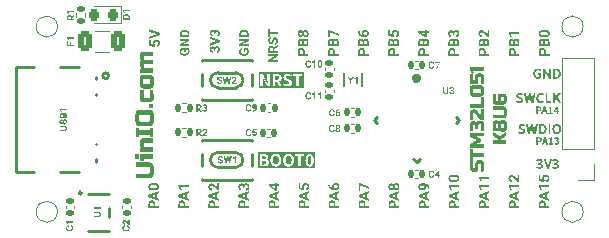
<source format=gto>
%TF.GenerationSoftware,KiCad,Pcbnew,7.0.11*%
%TF.CreationDate,2024-04-18T22:15:37+08:00*%
%TF.ProjectId,UINIO-MCU-STM32L051K8U6,55494e49-4f2d-44d4-9355-2d53544d3332,Version 3.3.2*%
%TF.SameCoordinates,PX7aae400PY5939cc0*%
%TF.FileFunction,Legend,Top*%
%TF.FilePolarity,Positive*%
%FSLAX46Y46*%
G04 Gerber Fmt 4.6, Leading zero omitted, Abs format (unit mm)*
G04 Created by KiCad (PCBNEW 7.0.11) date 2024-04-18 22:15:37*
%MOMM*%
%LPD*%
G01*
G04 APERTURE LIST*
G04 Aperture macros list*
%AMRoundRect*
0 Rectangle with rounded corners*
0 $1 Rounding radius*
0 $2 $3 $4 $5 $6 $7 $8 $9 X,Y pos of 4 corners*
0 Add a 4 corners polygon primitive as box body*
4,1,4,$2,$3,$4,$5,$6,$7,$8,$9,$2,$3,0*
0 Add four circle primitives for the rounded corners*
1,1,$1+$1,$2,$3*
1,1,$1+$1,$4,$5*
1,1,$1+$1,$6,$7*
1,1,$1+$1,$8,$9*
0 Add four rect primitives between the rounded corners*
20,1,$1+$1,$2,$3,$4,$5,0*
20,1,$1+$1,$4,$5,$6,$7,0*
20,1,$1+$1,$6,$7,$8,$9,0*
20,1,$1+$1,$8,$9,$2,$3,0*%
%AMRotRect*
0 Rectangle, with rotation*
0 The origin of the aperture is its center*
0 $1 length*
0 $2 width*
0 $3 Rotation angle, in degrees counterclockwise*
0 Add horizontal line*
21,1,$1,$2,0,0,$3*%
G04 Aperture macros list end*
%ADD10C,0.150000*%
%ADD11C,0.100000*%
%ADD12C,0.200000*%
%ADD13C,0.300000*%
%ADD14C,0.120000*%
%ADD15C,0.254000*%
%ADD16C,0.395544*%
%ADD17RoundRect,0.135000X-0.135000X-0.185000X0.135000X-0.185000X0.135000X0.185000X-0.135000X0.185000X0*%
%ADD18RoundRect,0.140000X-0.140000X-0.170000X0.140000X-0.170000X0.140000X0.170000X-0.140000X0.170000X0*%
%ADD19RoundRect,0.250000X-0.375000X-0.625000X0.375000X-0.625000X0.375000X0.625000X-0.375000X0.625000X0*%
%ADD20C,1.200000*%
%ADD21RoundRect,0.140000X0.140000X0.170000X-0.140000X0.170000X-0.140000X-0.170000X0.140000X-0.170000X0*%
%ADD22RotRect,0.600000X0.300000X315.000000*%
%ADD23RotRect,0.600000X0.300000X45.000000*%
%ADD24RotRect,0.600000X0.300000X135.000000*%
%ADD25RotRect,0.600000X0.300000X225.000000*%
%ADD26RotRect,3.450000X3.450000X225.000000*%
%ADD27RoundRect,0.135000X0.185000X-0.135000X0.185000X0.135000X-0.185000X0.135000X-0.185000X-0.135000X0*%
%ADD28R,1.700000X1.700000*%
%ADD29O,1.700000X1.700000*%
%ADD30O,1.800000X1.000000*%
%ADD31R,1.400000X0.700000*%
%ADD32R,1.400000X0.800000*%
%ADD33R,1.200000X0.650000*%
%ADD34RoundRect,0.218750X0.218750X0.256250X-0.218750X0.256250X-0.218750X-0.256250X0.218750X-0.256250X0*%
%ADD35RoundRect,0.140000X0.170000X-0.140000X0.170000X0.140000X-0.170000X0.140000X-0.170000X-0.140000X0*%
%ADD36RoundRect,0.140000X-0.170000X0.140000X-0.170000X-0.140000X0.170000X-0.140000X0.170000X0.140000X0*%
%ADD37R,1.800000X1.000000*%
%ADD38R,1.000000X0.600000*%
G04 APERTURE END LIST*
D10*
G36*
X25548050Y-4100646D02*
G01*
X25564017Y-4101707D01*
X25579546Y-4103476D01*
X25594637Y-4105952D01*
X25609290Y-4109136D01*
X25623505Y-4113028D01*
X25637283Y-4117627D01*
X25650622Y-4122933D01*
X25663524Y-4128947D01*
X25675987Y-4135669D01*
X25688013Y-4143098D01*
X25699600Y-4151235D01*
X25710750Y-4160079D01*
X25721462Y-4169631D01*
X25731736Y-4179890D01*
X25741572Y-4190857D01*
X25750862Y-4202450D01*
X25759553Y-4214587D01*
X25767644Y-4227269D01*
X25775136Y-4240495D01*
X25782028Y-4254265D01*
X25788321Y-4268580D01*
X25794015Y-4283439D01*
X25799110Y-4298843D01*
X25803605Y-4314791D01*
X25807500Y-4331283D01*
X25810797Y-4348320D01*
X25812220Y-4357043D01*
X25813494Y-4365901D01*
X25814618Y-4374896D01*
X25815592Y-4384027D01*
X25816416Y-4393294D01*
X25817090Y-4402697D01*
X25817615Y-4412236D01*
X25817989Y-4421911D01*
X25818214Y-4431723D01*
X25818289Y-4441670D01*
X25818289Y-4604336D01*
X26132410Y-4604336D01*
X26132410Y-4789643D01*
X25232033Y-4789643D01*
X25232033Y-4604336D01*
X25382169Y-4604336D01*
X25668153Y-4604336D01*
X25668153Y-4438593D01*
X25668016Y-4429525D01*
X25667607Y-4420732D01*
X25666480Y-4408058D01*
X25664739Y-4396003D01*
X25662384Y-4384565D01*
X25659415Y-4373746D01*
X25655831Y-4363545D01*
X25651633Y-4353963D01*
X25646820Y-4344998D01*
X25641393Y-4336652D01*
X25635352Y-4328924D01*
X25633202Y-4326485D01*
X25626344Y-4319571D01*
X25618961Y-4313337D01*
X25611053Y-4307783D01*
X25602619Y-4302910D01*
X25593660Y-4298716D01*
X25584175Y-4295202D01*
X25574165Y-4292369D01*
X25563629Y-4290215D01*
X25552568Y-4288742D01*
X25540981Y-4287948D01*
X25532964Y-4287797D01*
X25520621Y-4288139D01*
X25508734Y-4289165D01*
X25497303Y-4290875D01*
X25486328Y-4293269D01*
X25475809Y-4296346D01*
X25465746Y-4300108D01*
X25456139Y-4304553D01*
X25446988Y-4309683D01*
X25438292Y-4315496D01*
X25430053Y-4321994D01*
X25424814Y-4326705D01*
X25417417Y-4334261D01*
X25410723Y-4342339D01*
X25404732Y-4350938D01*
X25399445Y-4360059D01*
X25394861Y-4369702D01*
X25390980Y-4379866D01*
X25387803Y-4390552D01*
X25385329Y-4401759D01*
X25383558Y-4413488D01*
X25382490Y-4425739D01*
X25382169Y-4434196D01*
X25382169Y-4604336D01*
X25232033Y-4604336D01*
X25232033Y-4438593D01*
X25232179Y-4426021D01*
X25232617Y-4413640D01*
X25233346Y-4401449D01*
X25234368Y-4389449D01*
X25235682Y-4377640D01*
X25237288Y-4366022D01*
X25239185Y-4354594D01*
X25241375Y-4343356D01*
X25243857Y-4332310D01*
X25246630Y-4321453D01*
X25249695Y-4310788D01*
X25253053Y-4300313D01*
X25256702Y-4290029D01*
X25260643Y-4279935D01*
X25264877Y-4270032D01*
X25269402Y-4260320D01*
X25274169Y-4250815D01*
X25279184Y-4241591D01*
X25284446Y-4232646D01*
X25289955Y-4223981D01*
X25295711Y-4215596D01*
X25301715Y-4207491D01*
X25307966Y-4199666D01*
X25314465Y-4192121D01*
X25321210Y-4184856D01*
X25328203Y-4177871D01*
X25335444Y-4171165D01*
X25342931Y-4164740D01*
X25350666Y-4158594D01*
X25358648Y-4152729D01*
X25366878Y-4147143D01*
X25375354Y-4141838D01*
X25384002Y-4136807D01*
X25392799Y-4132100D01*
X25401745Y-4127719D01*
X25410841Y-4123661D01*
X25420087Y-4119929D01*
X25429481Y-4116521D01*
X25439025Y-4113437D01*
X25448719Y-4110678D01*
X25458562Y-4108244D01*
X25468554Y-4106134D01*
X25478696Y-4104349D01*
X25488987Y-4102889D01*
X25499427Y-4101752D01*
X25510017Y-4100941D01*
X25520757Y-4100454D01*
X25531645Y-4100292D01*
X25548050Y-4100646D01*
G37*
G36*
X25885171Y-3308609D02*
G01*
X25900566Y-3309580D01*
X25915472Y-3311199D01*
X25929888Y-3313465D01*
X25943815Y-3316379D01*
X25957252Y-3319939D01*
X25970200Y-3324148D01*
X25982658Y-3329004D01*
X25994627Y-3334507D01*
X26006107Y-3340657D01*
X26017097Y-3347455D01*
X26027597Y-3354901D01*
X26037608Y-3362994D01*
X26047130Y-3371734D01*
X26056163Y-3381122D01*
X26064705Y-3391157D01*
X26072749Y-3401791D01*
X26080285Y-3412974D01*
X26087312Y-3424707D01*
X26093831Y-3436989D01*
X26099842Y-3449821D01*
X26105344Y-3463203D01*
X26110338Y-3477134D01*
X26114824Y-3491614D01*
X26118801Y-3506644D01*
X26122270Y-3522224D01*
X26125231Y-3538353D01*
X26127683Y-3555032D01*
X26129627Y-3572260D01*
X26130409Y-3581080D01*
X26131063Y-3590038D01*
X26131590Y-3599133D01*
X26131990Y-3608365D01*
X26132264Y-3617735D01*
X26132410Y-3627242D01*
X26132410Y-3977193D01*
X25232033Y-3977193D01*
X25232033Y-3791886D01*
X25382169Y-3791886D01*
X25611879Y-3791886D01*
X25742891Y-3791886D01*
X25983373Y-3791886D01*
X25983373Y-3632958D01*
X25983102Y-3620928D01*
X25982291Y-3609405D01*
X25980938Y-3598388D01*
X25979045Y-3587878D01*
X25976611Y-3577873D01*
X25973635Y-3568375D01*
X25970119Y-3559383D01*
X25966062Y-3550897D01*
X25961464Y-3542917D01*
X25956325Y-3535443D01*
X25952598Y-3530742D01*
X25946580Y-3524142D01*
X25937912Y-3516352D01*
X25928510Y-3509717D01*
X25918373Y-3504235D01*
X25907500Y-3499907D01*
X25898863Y-3497419D01*
X25889813Y-3495580D01*
X25880350Y-3494390D01*
X25870473Y-3493849D01*
X25867088Y-3493812D01*
X25852255Y-3494312D01*
X25838364Y-3495811D01*
X25825417Y-3498310D01*
X25813412Y-3501808D01*
X25802349Y-3506306D01*
X25792230Y-3511803D01*
X25783053Y-3518300D01*
X25774820Y-3525796D01*
X25767529Y-3534292D01*
X25761181Y-3543787D01*
X25755775Y-3554281D01*
X25751313Y-3565776D01*
X25747793Y-3578269D01*
X25745216Y-3591762D01*
X25743582Y-3606255D01*
X25742891Y-3621747D01*
X25742891Y-3791886D01*
X25611879Y-3791886D01*
X25611879Y-3654500D01*
X25611154Y-3637517D01*
X25609581Y-3621630D01*
X25607162Y-3606839D01*
X25603897Y-3593143D01*
X25599785Y-3580543D01*
X25594826Y-3569039D01*
X25589021Y-3558630D01*
X25582369Y-3549317D01*
X25574870Y-3541099D01*
X25566524Y-3533977D01*
X25557332Y-3527951D01*
X25547294Y-3523021D01*
X25536408Y-3519186D01*
X25524676Y-3516447D01*
X25512098Y-3514803D01*
X25498673Y-3514256D01*
X25487355Y-3514569D01*
X25476648Y-3515508D01*
X25466551Y-3517072D01*
X25457065Y-3519263D01*
X25448189Y-3522080D01*
X25439924Y-3525523D01*
X25429854Y-3531087D01*
X25420869Y-3537764D01*
X25412969Y-3545554D01*
X25409426Y-3549866D01*
X25403038Y-3559360D01*
X25398805Y-3567327D01*
X25395052Y-3576021D01*
X25391778Y-3585442D01*
X25388983Y-3595588D01*
X25386667Y-3606462D01*
X25384831Y-3618061D01*
X25383473Y-3630388D01*
X25382595Y-3643440D01*
X25382275Y-3652546D01*
X25382169Y-3661974D01*
X25382169Y-3791886D01*
X25232033Y-3791886D01*
X25232033Y-3661974D01*
X25232094Y-3651816D01*
X25232280Y-3641812D01*
X25232589Y-3631963D01*
X25233022Y-3622269D01*
X25233578Y-3612729D01*
X25234258Y-3603344D01*
X25235062Y-3594113D01*
X25235989Y-3585037D01*
X25237040Y-3576116D01*
X25238215Y-3567349D01*
X25240935Y-3550278D01*
X25244150Y-3533826D01*
X25247860Y-3517993D01*
X25252064Y-3502777D01*
X25256762Y-3488180D01*
X25261955Y-3474201D01*
X25267643Y-3460840D01*
X25273826Y-3448097D01*
X25280503Y-3435973D01*
X25287674Y-3424467D01*
X25295340Y-3413579D01*
X25303456Y-3403304D01*
X25312029Y-3393692D01*
X25321062Y-3384743D01*
X25330553Y-3376457D01*
X25340502Y-3368834D01*
X25350910Y-3361873D01*
X25361776Y-3355576D01*
X25373101Y-3349941D01*
X25384885Y-3344970D01*
X25397127Y-3340661D01*
X25409827Y-3337015D01*
X25422986Y-3334032D01*
X25436604Y-3331712D01*
X25450680Y-3330055D01*
X25465215Y-3329060D01*
X25480208Y-3328729D01*
X25492557Y-3329028D01*
X25504628Y-3329927D01*
X25516421Y-3331424D01*
X25527936Y-3333520D01*
X25539172Y-3336215D01*
X25550131Y-3339509D01*
X25560811Y-3343402D01*
X25571213Y-3347894D01*
X25581336Y-3352985D01*
X25591182Y-3358675D01*
X25597591Y-3362801D01*
X25606835Y-3369384D01*
X25615607Y-3376438D01*
X25623909Y-3383964D01*
X25631738Y-3391961D01*
X25639097Y-3400430D01*
X25645984Y-3409370D01*
X25652399Y-3418781D01*
X25658343Y-3428664D01*
X25663816Y-3439018D01*
X25668817Y-3449844D01*
X25671890Y-3457323D01*
X25674170Y-3448782D01*
X25678106Y-3436403D01*
X25682661Y-3424542D01*
X25687833Y-3413199D01*
X25693624Y-3402373D01*
X25700033Y-3392065D01*
X25707061Y-3382275D01*
X25714706Y-3373003D01*
X25722970Y-3364248D01*
X25731852Y-3356012D01*
X25741352Y-3348293D01*
X25751366Y-3341143D01*
X25761790Y-3334696D01*
X25772624Y-3328953D01*
X25783867Y-3323913D01*
X25795519Y-3319577D01*
X25807581Y-3315943D01*
X25820053Y-3313013D01*
X25832934Y-3310786D01*
X25841749Y-3309692D01*
X25850746Y-3308911D01*
X25859926Y-3308442D01*
X25869287Y-3308286D01*
X25885171Y-3308609D01*
G37*
G36*
X25846195Y-2572262D02*
G01*
X25857046Y-2572707D01*
X25867765Y-2573450D01*
X25878354Y-2574490D01*
X25888813Y-2575827D01*
X25899141Y-2577461D01*
X25909338Y-2579392D01*
X25919405Y-2581620D01*
X25929342Y-2584146D01*
X25939148Y-2586968D01*
X25948823Y-2590088D01*
X25958368Y-2593504D01*
X25967783Y-2597218D01*
X25977066Y-2601229D01*
X25986220Y-2605537D01*
X25995243Y-2610142D01*
X26004050Y-2615019D01*
X26012612Y-2620144D01*
X26020928Y-2625515D01*
X26028999Y-2631135D01*
X26036824Y-2637001D01*
X26044403Y-2643115D01*
X26051737Y-2649476D01*
X26058825Y-2656084D01*
X26065668Y-2662940D01*
X26072265Y-2670042D01*
X26078617Y-2677393D01*
X26084723Y-2684990D01*
X26090583Y-2692835D01*
X26096198Y-2700927D01*
X26101567Y-2709266D01*
X26106691Y-2717853D01*
X26111509Y-2726607D01*
X26116016Y-2735504D01*
X26120212Y-2744543D01*
X26124098Y-2753725D01*
X26127672Y-2763049D01*
X26130936Y-2772516D01*
X26133889Y-2782125D01*
X26136531Y-2791877D01*
X26138862Y-2801771D01*
X26140883Y-2811808D01*
X26142592Y-2821988D01*
X26143991Y-2832310D01*
X26145079Y-2842774D01*
X26145856Y-2853381D01*
X26146322Y-2864131D01*
X26146478Y-2875023D01*
X26146381Y-2883859D01*
X26145603Y-2901209D01*
X26144047Y-2918131D01*
X26141713Y-2934626D01*
X26138601Y-2950694D01*
X26134711Y-2966334D01*
X26130044Y-2981546D01*
X26124598Y-2996330D01*
X26118374Y-3010687D01*
X26111373Y-3024616D01*
X26103593Y-3038118D01*
X26095036Y-3051192D01*
X26085700Y-3063839D01*
X26075587Y-3076057D01*
X26064696Y-3087849D01*
X26053026Y-3099212D01*
X26046900Y-3104734D01*
X26034166Y-3115328D01*
X26020913Y-3125239D01*
X26007142Y-3134466D01*
X25992852Y-3143010D01*
X25978044Y-3150870D01*
X25962716Y-3158046D01*
X25946871Y-3164540D01*
X25930506Y-3170349D01*
X25913623Y-3175476D01*
X25904987Y-3177783D01*
X25896221Y-3179918D01*
X25887326Y-3181884D01*
X25878301Y-3183678D01*
X25869146Y-3185301D01*
X25859862Y-3186753D01*
X25850448Y-3188035D01*
X25840904Y-3189146D01*
X25831231Y-3190085D01*
X25821428Y-3190854D01*
X25811495Y-3191452D01*
X25801433Y-3191880D01*
X25791241Y-3192136D01*
X25780920Y-3192221D01*
X25716073Y-3192221D01*
X25706888Y-3192167D01*
X25697771Y-3192005D01*
X25688721Y-3191735D01*
X25679738Y-3191356D01*
X25670823Y-3190869D01*
X25661975Y-3190274D01*
X25653194Y-3189571D01*
X25635835Y-3187840D01*
X25618746Y-3185676D01*
X25601927Y-3183079D01*
X25585377Y-3180050D01*
X25569096Y-3176588D01*
X25553086Y-3172693D01*
X25537345Y-3168365D01*
X25521873Y-3163605D01*
X25506671Y-3158411D01*
X25491739Y-3152785D01*
X25477076Y-3146727D01*
X25462684Y-3140235D01*
X25455588Y-3136827D01*
X25441664Y-3129715D01*
X25428138Y-3122226D01*
X25415011Y-3114362D01*
X25402282Y-3106121D01*
X25389952Y-3097505D01*
X25378020Y-3088512D01*
X25366486Y-3079143D01*
X25355351Y-3069398D01*
X25344614Y-3059277D01*
X25334276Y-3048779D01*
X25324336Y-3037906D01*
X25314794Y-3026657D01*
X25305651Y-3015031D01*
X25296907Y-3003030D01*
X25288560Y-2990652D01*
X25280613Y-2977898D01*
X25273104Y-2964828D01*
X25266074Y-2951499D01*
X25259523Y-2937914D01*
X25253451Y-2924070D01*
X25247859Y-2909969D01*
X25242745Y-2895611D01*
X25238111Y-2880994D01*
X25233956Y-2866121D01*
X25230280Y-2850989D01*
X25227083Y-2835600D01*
X25224366Y-2819954D01*
X25222127Y-2804049D01*
X25220368Y-2787887D01*
X25219087Y-2771468D01*
X25218286Y-2754791D01*
X25217964Y-2737856D01*
X25217964Y-2708181D01*
X25365023Y-2708181D01*
X25365023Y-2725327D01*
X25365505Y-2740309D01*
X25366459Y-2754920D01*
X25367882Y-2769160D01*
X25369776Y-2783029D01*
X25372141Y-2796527D01*
X25374977Y-2809655D01*
X25378282Y-2822411D01*
X25382059Y-2834796D01*
X25386306Y-2846811D01*
X25391023Y-2858454D01*
X25396211Y-2869727D01*
X25401870Y-2880629D01*
X25407999Y-2891159D01*
X25414599Y-2901319D01*
X25421669Y-2911108D01*
X25429210Y-2920526D01*
X25437142Y-2929527D01*
X25445442Y-2938067D01*
X25454110Y-2946144D01*
X25463144Y-2953759D01*
X25472547Y-2960913D01*
X25482317Y-2967605D01*
X25492454Y-2973834D01*
X25502959Y-2979602D01*
X25513831Y-2984908D01*
X25525071Y-2989751D01*
X25536679Y-2994133D01*
X25548654Y-2998053D01*
X25560996Y-3001511D01*
X25573706Y-3004507D01*
X25586784Y-3007041D01*
X25600229Y-3009113D01*
X25591418Y-3000007D01*
X25583176Y-2990607D01*
X25575502Y-2980911D01*
X25568396Y-2970919D01*
X25561859Y-2960632D01*
X25555891Y-2950050D01*
X25550491Y-2939172D01*
X25545659Y-2928000D01*
X25541396Y-2916531D01*
X25537701Y-2904767D01*
X25534574Y-2892708D01*
X25532460Y-2882497D01*
X25671010Y-2882497D01*
X25671368Y-2893196D01*
X25672439Y-2903641D01*
X25674225Y-2913832D01*
X25676726Y-2923768D01*
X25679940Y-2933450D01*
X25683870Y-2942878D01*
X25688513Y-2952052D01*
X25693871Y-2960972D01*
X25699817Y-2969477D01*
X25706223Y-2977404D01*
X25713088Y-2984754D01*
X25720415Y-2991527D01*
X25728201Y-2997723D01*
X25736448Y-3003342D01*
X25745154Y-3008384D01*
X25754322Y-3012849D01*
X25809496Y-3012849D01*
X25820690Y-3012712D01*
X25831574Y-3012300D01*
X25842149Y-3011613D01*
X25852416Y-3010651D01*
X25862373Y-3009415D01*
X25872021Y-3007904D01*
X25881360Y-3006118D01*
X25890389Y-3004057D01*
X25899110Y-3001721D01*
X25907521Y-2999111D01*
X25919559Y-2994680D01*
X25930901Y-2989631D01*
X25941548Y-2983964D01*
X25951499Y-2977678D01*
X25960613Y-2970795D01*
X25968830Y-2963418D01*
X25976151Y-2955546D01*
X25982576Y-2947179D01*
X25988104Y-2938317D01*
X25992735Y-2928961D01*
X25996471Y-2919111D01*
X25999309Y-2908765D01*
X26001252Y-2897926D01*
X26002298Y-2886591D01*
X26002497Y-2878760D01*
X26002093Y-2868157D01*
X26000882Y-2857943D01*
X25998863Y-2848121D01*
X25996036Y-2838688D01*
X25992402Y-2829646D01*
X25987960Y-2820993D01*
X25982711Y-2812731D01*
X25976654Y-2804860D01*
X25969790Y-2797379D01*
X25962118Y-2790287D01*
X25956555Y-2785777D01*
X25947660Y-2779413D01*
X25938286Y-2773675D01*
X25928432Y-2768563D01*
X25918100Y-2764077D01*
X25907289Y-2760217D01*
X25895998Y-2756982D01*
X25884228Y-2754374D01*
X25871979Y-2752392D01*
X25859251Y-2751036D01*
X25846044Y-2750305D01*
X25836973Y-2750166D01*
X25827771Y-2750306D01*
X25818794Y-2750726D01*
X25805749Y-2751881D01*
X25793211Y-2753665D01*
X25781180Y-2756080D01*
X25769654Y-2759124D01*
X25758634Y-2762798D01*
X25748121Y-2767102D01*
X25738114Y-2772035D01*
X25728613Y-2777599D01*
X25719618Y-2783792D01*
X25716733Y-2785997D01*
X25708562Y-2792933D01*
X25701194Y-2800306D01*
X25694631Y-2808116D01*
X25688871Y-2816363D01*
X25683914Y-2825046D01*
X25679762Y-2834165D01*
X25676413Y-2843722D01*
X25673868Y-2853715D01*
X25672127Y-2864144D01*
X25671189Y-2875010D01*
X25671010Y-2882497D01*
X25532460Y-2882497D01*
X25532016Y-2880354D01*
X25530027Y-2867704D01*
X25528606Y-2854759D01*
X25527753Y-2841518D01*
X25527469Y-2827982D01*
X25527800Y-2813497D01*
X25528795Y-2799388D01*
X25530452Y-2785656D01*
X25532772Y-2772299D01*
X25535755Y-2759319D01*
X25539401Y-2746714D01*
X25543710Y-2734486D01*
X25548681Y-2722634D01*
X25554316Y-2711158D01*
X25560613Y-2700058D01*
X25567574Y-2689334D01*
X25575197Y-2678986D01*
X25583483Y-2669015D01*
X25592432Y-2659419D01*
X25602044Y-2650199D01*
X25612319Y-2641356D01*
X25623107Y-2632971D01*
X25634314Y-2625127D01*
X25645941Y-2617824D01*
X25657986Y-2611062D01*
X25670450Y-2604841D01*
X25683334Y-2599161D01*
X25696636Y-2594022D01*
X25710358Y-2589424D01*
X25724498Y-2585367D01*
X25739058Y-2581851D01*
X25754036Y-2578875D01*
X25769434Y-2576441D01*
X25785251Y-2574548D01*
X25801486Y-2573195D01*
X25818141Y-2572384D01*
X25835215Y-2572113D01*
X25846195Y-2572262D01*
G37*
D11*
G36*
X40591271Y-14344505D02*
G01*
X40605997Y-14344253D01*
X40620560Y-14343501D01*
X40634940Y-14342253D01*
X40649117Y-14340515D01*
X40663071Y-14338290D01*
X40676783Y-14335583D01*
X40690231Y-14332399D01*
X40703396Y-14328742D01*
X40716259Y-14324617D01*
X40728799Y-14320029D01*
X40740996Y-14314982D01*
X40752830Y-14309481D01*
X40764282Y-14303531D01*
X40775331Y-14297136D01*
X40785958Y-14290300D01*
X40796141Y-14283029D01*
X40805863Y-14275326D01*
X40815102Y-14267198D01*
X40823838Y-14258647D01*
X40832052Y-14249679D01*
X40839724Y-14240299D01*
X40846833Y-14230511D01*
X40853360Y-14220319D01*
X40859284Y-14209728D01*
X40864587Y-14198744D01*
X40869247Y-14187370D01*
X40873245Y-14175611D01*
X40876561Y-14163472D01*
X40879174Y-14150957D01*
X40881066Y-14138071D01*
X40882216Y-14124818D01*
X40882603Y-14111204D01*
X40882395Y-14101422D01*
X40881775Y-14091859D01*
X40880754Y-14082518D01*
X40879340Y-14073398D01*
X40877544Y-14064502D01*
X40875373Y-14055830D01*
X40872837Y-14047384D01*
X40869945Y-14039165D01*
X40866708Y-14031173D01*
X40863133Y-14023410D01*
X40859231Y-14015878D01*
X40855009Y-14008576D01*
X40850479Y-14001507D01*
X40845648Y-13994672D01*
X40840526Y-13988071D01*
X40835123Y-13981706D01*
X40829447Y-13975579D01*
X40823507Y-13969689D01*
X40817314Y-13964038D01*
X40810876Y-13958629D01*
X40804203Y-13953460D01*
X40797303Y-13948534D01*
X40790186Y-13943853D01*
X40782861Y-13939416D01*
X40775337Y-13935225D01*
X40767624Y-13931282D01*
X40759731Y-13927587D01*
X40751667Y-13924141D01*
X40743441Y-13920947D01*
X40735063Y-13918004D01*
X40726542Y-13915314D01*
X40717886Y-13912879D01*
X40717886Y-13907212D01*
X40725862Y-13903893D01*
X40733633Y-13900421D01*
X40741195Y-13896795D01*
X40748545Y-13893015D01*
X40755680Y-13889081D01*
X40762596Y-13884993D01*
X40769292Y-13880751D01*
X40775762Y-13876355D01*
X40788018Y-13867100D01*
X40799339Y-13857228D01*
X40809700Y-13846736D01*
X40819076Y-13835625D01*
X40827442Y-13823893D01*
X40834773Y-13811540D01*
X40841045Y-13798564D01*
X40846233Y-13784966D01*
X40850311Y-13770743D01*
X40853254Y-13755896D01*
X40855039Y-13740423D01*
X40855488Y-13732451D01*
X40855639Y-13724323D01*
X40855322Y-13711459D01*
X40854380Y-13698952D01*
X40852821Y-13686808D01*
X40850658Y-13675027D01*
X40847900Y-13663615D01*
X40844557Y-13652575D01*
X40840641Y-13641909D01*
X40836161Y-13631621D01*
X40831128Y-13621714D01*
X40825552Y-13612192D01*
X40819445Y-13603058D01*
X40812816Y-13594314D01*
X40805675Y-13585966D01*
X40798034Y-13578014D01*
X40789903Y-13570464D01*
X40781291Y-13563318D01*
X40772211Y-13556580D01*
X40762671Y-13550253D01*
X40752683Y-13544340D01*
X40742257Y-13538844D01*
X40731403Y-13533769D01*
X40720132Y-13529118D01*
X40708454Y-13524894D01*
X40696380Y-13521101D01*
X40683921Y-13517742D01*
X40671085Y-13514820D01*
X40657885Y-13512339D01*
X40644331Y-13510301D01*
X40630432Y-13508710D01*
X40616200Y-13507570D01*
X40601645Y-13506884D01*
X40586776Y-13506654D01*
X40577706Y-13506772D01*
X40568737Y-13507124D01*
X40559870Y-13507706D01*
X40551101Y-13508515D01*
X40542428Y-13509547D01*
X40533851Y-13510800D01*
X40525367Y-13512270D01*
X40516975Y-13513954D01*
X40508672Y-13515848D01*
X40500457Y-13517949D01*
X40492328Y-13520254D01*
X40484283Y-13522759D01*
X40476320Y-13525462D01*
X40468437Y-13528358D01*
X40460634Y-13531444D01*
X40452907Y-13534718D01*
X40445255Y-13538175D01*
X40437676Y-13541813D01*
X40430169Y-13545627D01*
X40422731Y-13549616D01*
X40415361Y-13553775D01*
X40408057Y-13558101D01*
X40400816Y-13562591D01*
X40393638Y-13567242D01*
X40386521Y-13572049D01*
X40379462Y-13577010D01*
X40372459Y-13582122D01*
X40365512Y-13587381D01*
X40358618Y-13592784D01*
X40351775Y-13598327D01*
X40344981Y-13604008D01*
X40338235Y-13609822D01*
X40422254Y-13710841D01*
X40431476Y-13702408D01*
X40440689Y-13694411D01*
X40449910Y-13686865D01*
X40459160Y-13679786D01*
X40468455Y-13673187D01*
X40477814Y-13667083D01*
X40487255Y-13661491D01*
X40496797Y-13656424D01*
X40506459Y-13651897D01*
X40516257Y-13647926D01*
X40526212Y-13644524D01*
X40536340Y-13641708D01*
X40546661Y-13639492D01*
X40557193Y-13637890D01*
X40567953Y-13636919D01*
X40578961Y-13636591D01*
X40591831Y-13637024D01*
X40603981Y-13638309D01*
X40615396Y-13640432D01*
X40626060Y-13643375D01*
X40635958Y-13647122D01*
X40645075Y-13651656D01*
X40653395Y-13656960D01*
X40660904Y-13663018D01*
X40667587Y-13669814D01*
X40673427Y-13677330D01*
X40678411Y-13685551D01*
X40682523Y-13694459D01*
X40685747Y-13704037D01*
X40688069Y-13714270D01*
X40689473Y-13725141D01*
X40689945Y-13736633D01*
X40689352Y-13749478D01*
X40687523Y-13761824D01*
X40684379Y-13773626D01*
X40679842Y-13784838D01*
X40673834Y-13795414D01*
X40666276Y-13805309D01*
X40657091Y-13814478D01*
X40646201Y-13822875D01*
X40633526Y-13830455D01*
X40626496Y-13833924D01*
X40618990Y-13837172D01*
X40610999Y-13840192D01*
X40602514Y-13842980D01*
X40593524Y-13845529D01*
X40584020Y-13847834D01*
X40573991Y-13849889D01*
X40563429Y-13851689D01*
X40552323Y-13853227D01*
X40540664Y-13854498D01*
X40528441Y-13855497D01*
X40515646Y-13856217D01*
X40502268Y-13856654D01*
X40488298Y-13856801D01*
X40488298Y-13975600D01*
X40504820Y-13975740D01*
X40520584Y-13976157D01*
X40535602Y-13976848D01*
X40549892Y-13977809D01*
X40563469Y-13979038D01*
X40576348Y-13980531D01*
X40588544Y-13982284D01*
X40600072Y-13984295D01*
X40610950Y-13986561D01*
X40621190Y-13989077D01*
X40630810Y-13991840D01*
X40639825Y-13994848D01*
X40648249Y-13998097D01*
X40656099Y-14001584D01*
X40663390Y-14005305D01*
X40670137Y-14009257D01*
X40682060Y-14017842D01*
X40691994Y-14027311D01*
X40700061Y-14037639D01*
X40706385Y-14048800D01*
X40711089Y-14060766D01*
X40714296Y-14073513D01*
X40716130Y-14087012D01*
X40716714Y-14101239D01*
X40716052Y-14113830D01*
X40714098Y-14125727D01*
X40710894Y-14136913D01*
X40706486Y-14147373D01*
X40700917Y-14157090D01*
X40694230Y-14166048D01*
X40686471Y-14174229D01*
X40677684Y-14181619D01*
X40667911Y-14188201D01*
X40657199Y-14193958D01*
X40645589Y-14198874D01*
X40633128Y-14202932D01*
X40619858Y-14206118D01*
X40605824Y-14208413D01*
X40591069Y-14209802D01*
X40575639Y-14210269D01*
X40561739Y-14209845D01*
X40548174Y-14208597D01*
X40534938Y-14206563D01*
X40522028Y-14203781D01*
X40509438Y-14200288D01*
X40497164Y-14196121D01*
X40485201Y-14191319D01*
X40473545Y-14185918D01*
X40462192Y-14179956D01*
X40451136Y-14173470D01*
X40440373Y-14166499D01*
X40429899Y-14159079D01*
X40419709Y-14151248D01*
X40409798Y-14143043D01*
X40400162Y-14134502D01*
X40390796Y-14125663D01*
X40313615Y-14229222D01*
X40319163Y-14235363D01*
X40324889Y-14241400D01*
X40330796Y-14247327D01*
X40336886Y-14253137D01*
X40343162Y-14258825D01*
X40349626Y-14264385D01*
X40356280Y-14269811D01*
X40363126Y-14275097D01*
X40370168Y-14280237D01*
X40377407Y-14285225D01*
X40384845Y-14290055D01*
X40392485Y-14294721D01*
X40400330Y-14299218D01*
X40408381Y-14303539D01*
X40416641Y-14307678D01*
X40425112Y-14311630D01*
X40433797Y-14315388D01*
X40442697Y-14318947D01*
X40451816Y-14322300D01*
X40461155Y-14325442D01*
X40470717Y-14328367D01*
X40480504Y-14331069D01*
X40490519Y-14333542D01*
X40500763Y-14335779D01*
X40511240Y-14337776D01*
X40521951Y-14339525D01*
X40532899Y-14341022D01*
X40544085Y-14342260D01*
X40555514Y-14343233D01*
X40567186Y-14343936D01*
X40579104Y-14344361D01*
X40591271Y-14344505D01*
G37*
G36*
X41191522Y-14332000D02*
G01*
X41389847Y-14332000D01*
X41643078Y-13506654D01*
X41475039Y-13506654D01*
X41367377Y-13908775D01*
X41364999Y-13917252D01*
X41362662Y-13925683D01*
X41360365Y-13934073D01*
X41358103Y-13942425D01*
X41355873Y-13950741D01*
X41353673Y-13959026D01*
X41351499Y-13967283D01*
X41349348Y-13975515D01*
X41347218Y-13983725D01*
X41345105Y-13991916D01*
X41343007Y-14000093D01*
X41340919Y-14008257D01*
X41338840Y-14016413D01*
X41336766Y-14024564D01*
X41334694Y-14032712D01*
X41332621Y-14040862D01*
X41330544Y-14049016D01*
X41328460Y-14057179D01*
X41326366Y-14065352D01*
X41324258Y-14073540D01*
X41322135Y-14081746D01*
X41319992Y-14089973D01*
X41317827Y-14098224D01*
X41315637Y-14106502D01*
X41313418Y-14114812D01*
X41311168Y-14123156D01*
X41308884Y-14131537D01*
X41306562Y-14139959D01*
X41304200Y-14148425D01*
X41301794Y-14156939D01*
X41299341Y-14165503D01*
X41296839Y-14174121D01*
X41291368Y-14174121D01*
X41288973Y-14165503D01*
X41286620Y-14156939D01*
X41284307Y-14148425D01*
X41282032Y-14139958D01*
X41279791Y-14131535D01*
X41277581Y-14123153D01*
X41275401Y-14114808D01*
X41273245Y-14106496D01*
X41271113Y-14098215D01*
X41269001Y-14089961D01*
X41266906Y-14081730D01*
X41264825Y-14073520D01*
X41262756Y-14065326D01*
X41260695Y-14057146D01*
X41258640Y-14048976D01*
X41256588Y-14040813D01*
X41254536Y-14032654D01*
X41252481Y-14024494D01*
X41250420Y-14016331D01*
X41248351Y-14008162D01*
X41246270Y-13999982D01*
X41244175Y-13991789D01*
X41242063Y-13983580D01*
X41239931Y-13975350D01*
X41237776Y-13967097D01*
X41235595Y-13958817D01*
X41233385Y-13950507D01*
X41231144Y-13942163D01*
X41228869Y-13933782D01*
X41226556Y-13925361D01*
X41224203Y-13916896D01*
X41221808Y-13908385D01*
X41111996Y-13506654D01*
X40938486Y-13506654D01*
X41191522Y-14332000D01*
G37*
G36*
X41942617Y-14344505D02*
G01*
X41957344Y-14344253D01*
X41971907Y-14343501D01*
X41986287Y-14342253D01*
X42000464Y-14340515D01*
X42014418Y-14338290D01*
X42028129Y-14335583D01*
X42041578Y-14332399D01*
X42054743Y-14328742D01*
X42067606Y-14324617D01*
X42080146Y-14320029D01*
X42092343Y-14314982D01*
X42104177Y-14309481D01*
X42115629Y-14303531D01*
X42126678Y-14297136D01*
X42137304Y-14290300D01*
X42147488Y-14283029D01*
X42157210Y-14275326D01*
X42166448Y-14267198D01*
X42175185Y-14258647D01*
X42183399Y-14249679D01*
X42191070Y-14240299D01*
X42198180Y-14230511D01*
X42204707Y-14220319D01*
X42210631Y-14209728D01*
X42215933Y-14198744D01*
X42220594Y-14187370D01*
X42224592Y-14175611D01*
X42227907Y-14163472D01*
X42230521Y-14150957D01*
X42232413Y-14138071D01*
X42233563Y-14124818D01*
X42233950Y-14111204D01*
X42233742Y-14101422D01*
X42233122Y-14091859D01*
X42232101Y-14082518D01*
X42230687Y-14073398D01*
X42228890Y-14064502D01*
X42226719Y-14055830D01*
X42224184Y-14047384D01*
X42221292Y-14039165D01*
X42218055Y-14031173D01*
X42214480Y-14023410D01*
X42210577Y-14015878D01*
X42206356Y-14008576D01*
X42201825Y-14001507D01*
X42196995Y-13994672D01*
X42191873Y-13988071D01*
X42186469Y-13981706D01*
X42180793Y-13975579D01*
X42174854Y-13969689D01*
X42168661Y-13964038D01*
X42162223Y-13958629D01*
X42155549Y-13953460D01*
X42148649Y-13948534D01*
X42141532Y-13943853D01*
X42134208Y-13939416D01*
X42126684Y-13935225D01*
X42118971Y-13931282D01*
X42111078Y-13927587D01*
X42103014Y-13924141D01*
X42094788Y-13920947D01*
X42086410Y-13918004D01*
X42077888Y-13915314D01*
X42069233Y-13912879D01*
X42069233Y-13907212D01*
X42077209Y-13903893D01*
X42084980Y-13900421D01*
X42092542Y-13896795D01*
X42099892Y-13893015D01*
X42107027Y-13889081D01*
X42113943Y-13884993D01*
X42120638Y-13880751D01*
X42127109Y-13876355D01*
X42139365Y-13867100D01*
X42150686Y-13857228D01*
X42161047Y-13846736D01*
X42170423Y-13835625D01*
X42178789Y-13823893D01*
X42186120Y-13811540D01*
X42192392Y-13798564D01*
X42197579Y-13784966D01*
X42201657Y-13770743D01*
X42204601Y-13755896D01*
X42206385Y-13740423D01*
X42206835Y-13732451D01*
X42206986Y-13724323D01*
X42206669Y-13711459D01*
X42205727Y-13698952D01*
X42204168Y-13686808D01*
X42202005Y-13675027D01*
X42199246Y-13663615D01*
X42195904Y-13652575D01*
X42191987Y-13641909D01*
X42187507Y-13631621D01*
X42182475Y-13621714D01*
X42176899Y-13612192D01*
X42170792Y-13603058D01*
X42164162Y-13594314D01*
X42157022Y-13585966D01*
X42149381Y-13578014D01*
X42141250Y-13570464D01*
X42132638Y-13563318D01*
X42123558Y-13556580D01*
X42114018Y-13550253D01*
X42104030Y-13544340D01*
X42093604Y-13538844D01*
X42082750Y-13533769D01*
X42071479Y-13529118D01*
X42059801Y-13524894D01*
X42047727Y-13521101D01*
X42035267Y-13517742D01*
X42022432Y-13514820D01*
X42009232Y-13512339D01*
X41995678Y-13510301D01*
X41981779Y-13508710D01*
X41967547Y-13507570D01*
X41952991Y-13506884D01*
X41938123Y-13506654D01*
X41929053Y-13506772D01*
X41920084Y-13507124D01*
X41911216Y-13507706D01*
X41902447Y-13508515D01*
X41893775Y-13509547D01*
X41885198Y-13510800D01*
X41876714Y-13512270D01*
X41868322Y-13513954D01*
X41860019Y-13515848D01*
X41851804Y-13517949D01*
X41843675Y-13520254D01*
X41835629Y-13522759D01*
X41827667Y-13525462D01*
X41819784Y-13528358D01*
X41811981Y-13531444D01*
X41804254Y-13534718D01*
X41796602Y-13538175D01*
X41789023Y-13541813D01*
X41781516Y-13545627D01*
X41774078Y-13549616D01*
X41766708Y-13553775D01*
X41759403Y-13558101D01*
X41752163Y-13562591D01*
X41744985Y-13567242D01*
X41737868Y-13572049D01*
X41730808Y-13577010D01*
X41723806Y-13582122D01*
X41716859Y-13587381D01*
X41709964Y-13592784D01*
X41703121Y-13598327D01*
X41696328Y-13604008D01*
X41689582Y-13609822D01*
X41773601Y-13710841D01*
X41782823Y-13702408D01*
X41792036Y-13694411D01*
X41801257Y-13686865D01*
X41810506Y-13679786D01*
X41819801Y-13673187D01*
X41829160Y-13667083D01*
X41838602Y-13661491D01*
X41848144Y-13656424D01*
X41857806Y-13651897D01*
X41867604Y-13647926D01*
X41877559Y-13644524D01*
X41887687Y-13641708D01*
X41898008Y-13639492D01*
X41908539Y-13637890D01*
X41919300Y-13636919D01*
X41930308Y-13636591D01*
X41943178Y-13637024D01*
X41955328Y-13638309D01*
X41966743Y-13640432D01*
X41977407Y-13643375D01*
X41987305Y-13647122D01*
X41996421Y-13651656D01*
X42004742Y-13656960D01*
X42012251Y-13663018D01*
X42018933Y-13669814D01*
X42024774Y-13677330D01*
X42029758Y-13685551D01*
X42033870Y-13694459D01*
X42037094Y-13704037D01*
X42039416Y-13714270D01*
X42040820Y-13725141D01*
X42041291Y-13736633D01*
X42040699Y-13749478D01*
X42038870Y-13761824D01*
X42035726Y-13773626D01*
X42031189Y-13784838D01*
X42025181Y-13795414D01*
X42017623Y-13805309D01*
X42008438Y-13814478D01*
X41997548Y-13822875D01*
X41984873Y-13830455D01*
X41977843Y-13833924D01*
X41970337Y-13837172D01*
X41962346Y-13840192D01*
X41953861Y-13842980D01*
X41944871Y-13845529D01*
X41935366Y-13847834D01*
X41925338Y-13849889D01*
X41914776Y-13851689D01*
X41903670Y-13853227D01*
X41892011Y-13854498D01*
X41879788Y-13855497D01*
X41866993Y-13856217D01*
X41853615Y-13856654D01*
X41839645Y-13856801D01*
X41839645Y-13975600D01*
X41856167Y-13975740D01*
X41871930Y-13976157D01*
X41886949Y-13976848D01*
X41901239Y-13977809D01*
X41914816Y-13979038D01*
X41927694Y-13980531D01*
X41939890Y-13982284D01*
X41951419Y-13984295D01*
X41962296Y-13986561D01*
X41972537Y-13989077D01*
X41982157Y-13991840D01*
X41991172Y-13994848D01*
X41999596Y-13998097D01*
X42007446Y-14001584D01*
X42014737Y-14005305D01*
X42021483Y-14009257D01*
X42033407Y-14017842D01*
X42043341Y-14027311D01*
X42051408Y-14037639D01*
X42057732Y-14048800D01*
X42062436Y-14060766D01*
X42065643Y-14073513D01*
X42067477Y-14087012D01*
X42068060Y-14101239D01*
X42067399Y-14113830D01*
X42065445Y-14125727D01*
X42062241Y-14136913D01*
X42057833Y-14147373D01*
X42052263Y-14157090D01*
X42045577Y-14166048D01*
X42037818Y-14174229D01*
X42029030Y-14181619D01*
X42019258Y-14188201D01*
X42008545Y-14193958D01*
X41996936Y-14198874D01*
X41984474Y-14202932D01*
X41971205Y-14206118D01*
X41957170Y-14208413D01*
X41942416Y-14209802D01*
X41926986Y-14210269D01*
X41913086Y-14209845D01*
X41899521Y-14208597D01*
X41886285Y-14206563D01*
X41873374Y-14203781D01*
X41860785Y-14200288D01*
X41848511Y-14196121D01*
X41836548Y-14191319D01*
X41824892Y-14185918D01*
X41813539Y-14179956D01*
X41802483Y-14173470D01*
X41791720Y-14166499D01*
X41781246Y-14159079D01*
X41771056Y-14151248D01*
X41761145Y-14143043D01*
X41751509Y-14134502D01*
X41742143Y-14125663D01*
X41664962Y-14229222D01*
X41670509Y-14235363D01*
X41676235Y-14241400D01*
X41682142Y-14247327D01*
X41688233Y-14253137D01*
X41694509Y-14258825D01*
X41700972Y-14264385D01*
X41707626Y-14269811D01*
X41714473Y-14275097D01*
X41721515Y-14280237D01*
X41728754Y-14285225D01*
X41736192Y-14290055D01*
X41743832Y-14294721D01*
X41751677Y-14299218D01*
X41759728Y-14303539D01*
X41767988Y-14307678D01*
X41776459Y-14311630D01*
X41785144Y-14315388D01*
X41794044Y-14318947D01*
X41803163Y-14322300D01*
X41812502Y-14325442D01*
X41822064Y-14328367D01*
X41831851Y-14331069D01*
X41841866Y-14333542D01*
X41852110Y-14335779D01*
X41862587Y-14337776D01*
X41873298Y-14339525D01*
X41884245Y-14341022D01*
X41895432Y-14342260D01*
X41906861Y-14343233D01*
X41918533Y-14343936D01*
X41930451Y-14344361D01*
X41942617Y-14344505D01*
G37*
D10*
G36*
X17965292Y-17007010D02*
G01*
X17981259Y-17008071D01*
X17996788Y-17009840D01*
X18011879Y-17012316D01*
X18026532Y-17015500D01*
X18040747Y-17019392D01*
X18054525Y-17023991D01*
X18067864Y-17029297D01*
X18080766Y-17035311D01*
X18093229Y-17042033D01*
X18105255Y-17049462D01*
X18116842Y-17057599D01*
X18127992Y-17066443D01*
X18138704Y-17075995D01*
X18148978Y-17086254D01*
X18158814Y-17097221D01*
X18168104Y-17108814D01*
X18176795Y-17120951D01*
X18184886Y-17133633D01*
X18192378Y-17146859D01*
X18199270Y-17160629D01*
X18205563Y-17174944D01*
X18211257Y-17189803D01*
X18216352Y-17205207D01*
X18220847Y-17221155D01*
X18224742Y-17237647D01*
X18228039Y-17254684D01*
X18229462Y-17263407D01*
X18230736Y-17272265D01*
X18231860Y-17281260D01*
X18232834Y-17290391D01*
X18233658Y-17299658D01*
X18234332Y-17309061D01*
X18234857Y-17318600D01*
X18235231Y-17328275D01*
X18235456Y-17338087D01*
X18235531Y-17348034D01*
X18235531Y-17510700D01*
X18549652Y-17510700D01*
X18549652Y-17696007D01*
X17649275Y-17696007D01*
X17649275Y-17510700D01*
X17799411Y-17510700D01*
X18085395Y-17510700D01*
X18085395Y-17344957D01*
X18085258Y-17335889D01*
X18084849Y-17327096D01*
X18083722Y-17314422D01*
X18081981Y-17302367D01*
X18079626Y-17290929D01*
X18076657Y-17280110D01*
X18073073Y-17269909D01*
X18068875Y-17260327D01*
X18064062Y-17251362D01*
X18058635Y-17243016D01*
X18052594Y-17235288D01*
X18050444Y-17232849D01*
X18043586Y-17225935D01*
X18036203Y-17219701D01*
X18028295Y-17214147D01*
X18019861Y-17209274D01*
X18010902Y-17205080D01*
X18001417Y-17201566D01*
X17991407Y-17198733D01*
X17980871Y-17196579D01*
X17969810Y-17195106D01*
X17958223Y-17194312D01*
X17950206Y-17194161D01*
X17937863Y-17194503D01*
X17925976Y-17195529D01*
X17914545Y-17197239D01*
X17903570Y-17199633D01*
X17893051Y-17202710D01*
X17882988Y-17206472D01*
X17873381Y-17210917D01*
X17864230Y-17216047D01*
X17855534Y-17221860D01*
X17847295Y-17228358D01*
X17842056Y-17233069D01*
X17834659Y-17240625D01*
X17827965Y-17248703D01*
X17821974Y-17257302D01*
X17816687Y-17266423D01*
X17812103Y-17276066D01*
X17808222Y-17286230D01*
X17805045Y-17296916D01*
X17802571Y-17308123D01*
X17800800Y-17319852D01*
X17799732Y-17332103D01*
X17799411Y-17340560D01*
X17799411Y-17510700D01*
X17649275Y-17510700D01*
X17649275Y-17344957D01*
X17649421Y-17332385D01*
X17649859Y-17320004D01*
X17650588Y-17307813D01*
X17651610Y-17295813D01*
X17652924Y-17284004D01*
X17654530Y-17272386D01*
X17656427Y-17260958D01*
X17658617Y-17249720D01*
X17661099Y-17238674D01*
X17663872Y-17227817D01*
X17666937Y-17217152D01*
X17670295Y-17206677D01*
X17673944Y-17196393D01*
X17677885Y-17186299D01*
X17682119Y-17176396D01*
X17686644Y-17166684D01*
X17691411Y-17157179D01*
X17696426Y-17147955D01*
X17701688Y-17139010D01*
X17707197Y-17130345D01*
X17712953Y-17121960D01*
X17718957Y-17113855D01*
X17725208Y-17106030D01*
X17731707Y-17098485D01*
X17738452Y-17091220D01*
X17745445Y-17084235D01*
X17752686Y-17077529D01*
X17760173Y-17071104D01*
X17767908Y-17064958D01*
X17775890Y-17059093D01*
X17784120Y-17053507D01*
X17792596Y-17048202D01*
X17801244Y-17043171D01*
X17810041Y-17038464D01*
X17818987Y-17034083D01*
X17828083Y-17030025D01*
X17837329Y-17026293D01*
X17846723Y-17022885D01*
X17856267Y-17019801D01*
X17865961Y-17017042D01*
X17875804Y-17014608D01*
X17885796Y-17012498D01*
X17895938Y-17010713D01*
X17906229Y-17009253D01*
X17916669Y-17008116D01*
X17927259Y-17007305D01*
X17937999Y-17006818D01*
X17948887Y-17006656D01*
X17965292Y-17007010D01*
G37*
G36*
X18549652Y-16422818D02*
G01*
X18362146Y-16485246D01*
X18362146Y-16810578D01*
X18549652Y-16872347D01*
X18549652Y-17069524D01*
X17649275Y-16734521D01*
X17649275Y-16648571D01*
X17876787Y-16648571D01*
X18212010Y-16760459D01*
X18212010Y-16535365D01*
X17876787Y-16648571D01*
X17649275Y-16648571D01*
X17649275Y-16562622D01*
X18549652Y-16225641D01*
X18549652Y-16422818D01*
G37*
G36*
X18355991Y-15636527D02*
G01*
X18549652Y-15636527D01*
X18549652Y-15815239D01*
X18355991Y-15815239D01*
X18355991Y-16184315D01*
X18243444Y-16192228D01*
X17649275Y-15816998D01*
X17649275Y-15815239D01*
X17892834Y-15815239D01*
X17913277Y-15826890D01*
X18212010Y-16014175D01*
X18212010Y-15815239D01*
X17892834Y-15815239D01*
X17649275Y-15815239D01*
X17649275Y-15636527D01*
X18212010Y-15636527D01*
X18212010Y-15534531D01*
X18355991Y-15534531D01*
X18355991Y-15636527D01*
G37*
D11*
G36*
X40467572Y-6714505D02*
G01*
X40478344Y-6714375D01*
X40489005Y-6713989D01*
X40499552Y-6713353D01*
X40509979Y-6712475D01*
X40520283Y-6711359D01*
X40530460Y-6710013D01*
X40540504Y-6708443D01*
X40550413Y-6706655D01*
X40560181Y-6704656D01*
X40569805Y-6702451D01*
X40579280Y-6700048D01*
X40588602Y-6697452D01*
X40597768Y-6694669D01*
X40606771Y-6691707D01*
X40615610Y-6688572D01*
X40624278Y-6685269D01*
X40632772Y-6681805D01*
X40641088Y-6678187D01*
X40649222Y-6674421D01*
X40657169Y-6670512D01*
X40664925Y-6666469D01*
X40672486Y-6662296D01*
X40679848Y-6658000D01*
X40687006Y-6653588D01*
X40693956Y-6649065D01*
X40700694Y-6644439D01*
X40707216Y-6639715D01*
X40713517Y-6634900D01*
X40725442Y-6625021D01*
X40736434Y-6614854D01*
X40736434Y-6239306D01*
X40441780Y-6239306D01*
X40441780Y-6374909D01*
X40588521Y-6374909D01*
X40588521Y-6539627D01*
X40581493Y-6545103D01*
X40573660Y-6550094D01*
X40565112Y-6554588D01*
X40555940Y-6558572D01*
X40546234Y-6562037D01*
X40536086Y-6564970D01*
X40525587Y-6567359D01*
X40514827Y-6569192D01*
X40503896Y-6570460D01*
X40492887Y-6571148D01*
X40485548Y-6571281D01*
X40470452Y-6570961D01*
X40455829Y-6570008D01*
X40441680Y-6568427D01*
X40428005Y-6566226D01*
X40414805Y-6563411D01*
X40402079Y-6559990D01*
X40389829Y-6555970D01*
X40378054Y-6551357D01*
X40366755Y-6546158D01*
X40355932Y-6540381D01*
X40345586Y-6534032D01*
X40335718Y-6527118D01*
X40326326Y-6519646D01*
X40317413Y-6511624D01*
X40308979Y-6503057D01*
X40301022Y-6493953D01*
X40293546Y-6484320D01*
X40286548Y-6474163D01*
X40280031Y-6463490D01*
X40273994Y-6452308D01*
X40268437Y-6440623D01*
X40263362Y-6428443D01*
X40258768Y-6415775D01*
X40254656Y-6402625D01*
X40251026Y-6389000D01*
X40247879Y-6374908D01*
X40245215Y-6360356D01*
X40243035Y-6345349D01*
X40241338Y-6329896D01*
X40240126Y-6314003D01*
X40239398Y-6297677D01*
X40239156Y-6280925D01*
X40239436Y-6264372D01*
X40240271Y-6248241D01*
X40241650Y-6232537D01*
X40243564Y-6217269D01*
X40246002Y-6202442D01*
X40248954Y-6188064D01*
X40252410Y-6174141D01*
X40256360Y-6160681D01*
X40260794Y-6147690D01*
X40265702Y-6135175D01*
X40271074Y-6123142D01*
X40276899Y-6111599D01*
X40283169Y-6100553D01*
X40289872Y-6090010D01*
X40296999Y-6079977D01*
X40304540Y-6070461D01*
X40312484Y-6061469D01*
X40320821Y-6053007D01*
X40329542Y-6045083D01*
X40338637Y-6037703D01*
X40348095Y-6030874D01*
X40357906Y-6024603D01*
X40368061Y-6018897D01*
X40378548Y-6013763D01*
X40389359Y-6009207D01*
X40400483Y-6005236D01*
X40411910Y-6001858D01*
X40423630Y-5999078D01*
X40435633Y-5996904D01*
X40447908Y-5995343D01*
X40460447Y-5994401D01*
X40473238Y-5994086D01*
X40486985Y-5994436D01*
X40500109Y-5995464D01*
X40512643Y-5997141D01*
X40524621Y-5999435D01*
X40536074Y-6002315D01*
X40547035Y-6005750D01*
X40557538Y-6009710D01*
X40567614Y-6014163D01*
X40577296Y-6019078D01*
X40586616Y-6024426D01*
X40595609Y-6030173D01*
X40604305Y-6036291D01*
X40612738Y-6042748D01*
X40620940Y-6049512D01*
X40628944Y-6056554D01*
X40636783Y-6063842D01*
X40724124Y-5958133D01*
X40713704Y-5947889D01*
X40702586Y-5937794D01*
X40690759Y-5927917D01*
X40684577Y-5923084D01*
X40678213Y-5918331D01*
X40671666Y-5913669D01*
X40664936Y-5909105D01*
X40658020Y-5904650D01*
X40650918Y-5900311D01*
X40643627Y-5896098D01*
X40636148Y-5892019D01*
X40628477Y-5888083D01*
X40620614Y-5884299D01*
X40612558Y-5880676D01*
X40604307Y-5877223D01*
X40595860Y-5873948D01*
X40587215Y-5870861D01*
X40578371Y-5867969D01*
X40569327Y-5865283D01*
X40560081Y-5862811D01*
X40550633Y-5860562D01*
X40540980Y-5858544D01*
X40531121Y-5856766D01*
X40521055Y-5855238D01*
X40510781Y-5853967D01*
X40500296Y-5852964D01*
X40489601Y-5852236D01*
X40478693Y-5851793D01*
X40467572Y-5851644D01*
X40447022Y-5852112D01*
X40426752Y-5853512D01*
X40406787Y-5855835D01*
X40387150Y-5859072D01*
X40367866Y-5863216D01*
X40348959Y-5868256D01*
X40330455Y-5874186D01*
X40312377Y-5880995D01*
X40294749Y-5888677D01*
X40277597Y-5897222D01*
X40260945Y-5906622D01*
X40244816Y-5916868D01*
X40229237Y-5927952D01*
X40214230Y-5939865D01*
X40199820Y-5952599D01*
X40186033Y-5966145D01*
X40172892Y-5980494D01*
X40160421Y-5995639D01*
X40148646Y-6011571D01*
X40137590Y-6028281D01*
X40127278Y-6045760D01*
X40117735Y-6064001D01*
X40108985Y-6082994D01*
X40101052Y-6102731D01*
X40093960Y-6123204D01*
X40087735Y-6144404D01*
X40082401Y-6166323D01*
X40077982Y-6188951D01*
X40074502Y-6212281D01*
X40071986Y-6236305D01*
X40070459Y-6261012D01*
X40069944Y-6286396D01*
X40070446Y-6312087D01*
X40071937Y-6337024D01*
X40074395Y-6361204D01*
X40077798Y-6384621D01*
X40082123Y-6407272D01*
X40087350Y-6429153D01*
X40093456Y-6450260D01*
X40100420Y-6470589D01*
X40108218Y-6490135D01*
X40116830Y-6508895D01*
X40126233Y-6526865D01*
X40136405Y-6544040D01*
X40147325Y-6560417D01*
X40158970Y-6575992D01*
X40171318Y-6590760D01*
X40184348Y-6604718D01*
X40198037Y-6617861D01*
X40212364Y-6630185D01*
X40227306Y-6641686D01*
X40242842Y-6652361D01*
X40258949Y-6662205D01*
X40275606Y-6671215D01*
X40292790Y-6679385D01*
X40310481Y-6686713D01*
X40328655Y-6693194D01*
X40347291Y-6698823D01*
X40366366Y-6703598D01*
X40385859Y-6707514D01*
X40405749Y-6710566D01*
X40426012Y-6712752D01*
X40446627Y-6714066D01*
X40467572Y-6714505D01*
G37*
G36*
X40914048Y-6702000D02*
G01*
X41070949Y-6702000D01*
X41070949Y-6371392D01*
X41070914Y-6362555D01*
X41070809Y-6353666D01*
X41070638Y-6344732D01*
X41070405Y-6335755D01*
X41070112Y-6326741D01*
X41069762Y-6317694D01*
X41069358Y-6308618D01*
X41068904Y-6299518D01*
X41068402Y-6290398D01*
X41067856Y-6281262D01*
X41067268Y-6272114D01*
X41066642Y-6262960D01*
X41065981Y-6253803D01*
X41065288Y-6244648D01*
X41064566Y-6235499D01*
X41063817Y-6226361D01*
X41063046Y-6217238D01*
X41062255Y-6208133D01*
X41061448Y-6199053D01*
X41060626Y-6190000D01*
X41059794Y-6180980D01*
X41058955Y-6171996D01*
X41058111Y-6163054D01*
X41057266Y-6154157D01*
X41056422Y-6145309D01*
X41055583Y-6136516D01*
X41054752Y-6127782D01*
X41053932Y-6119110D01*
X41053126Y-6110506D01*
X41052338Y-6101973D01*
X41051569Y-6093516D01*
X41050824Y-6085140D01*
X41056295Y-6085140D01*
X41140314Y-6261776D01*
X41380063Y-6702000D01*
X41548102Y-6702000D01*
X41548102Y-5876654D01*
X41391200Y-5876654D01*
X41391200Y-6207457D01*
X41391239Y-6216115D01*
X41391354Y-6224865D01*
X41391540Y-6233700D01*
X41391795Y-6242613D01*
X41392115Y-6251596D01*
X41392496Y-6260642D01*
X41392935Y-6269743D01*
X41393429Y-6278892D01*
X41393974Y-6288081D01*
X41394566Y-6297304D01*
X41395202Y-6306553D01*
X41395878Y-6315820D01*
X41396592Y-6325099D01*
X41397339Y-6334381D01*
X41398115Y-6343660D01*
X41398919Y-6352928D01*
X41399745Y-6362177D01*
X41400590Y-6371401D01*
X41401451Y-6380592D01*
X41402325Y-6389742D01*
X41403207Y-6398844D01*
X41404095Y-6407892D01*
X41404985Y-6416876D01*
X41405873Y-6425791D01*
X41406756Y-6434629D01*
X41407631Y-6443382D01*
X41408493Y-6452043D01*
X41409339Y-6460604D01*
X41410167Y-6469059D01*
X41410971Y-6477400D01*
X41411750Y-6485619D01*
X41412498Y-6493709D01*
X41406832Y-6493709D01*
X41323985Y-6315900D01*
X41083259Y-5876654D01*
X40914048Y-5876654D01*
X40914048Y-6702000D01*
G37*
G36*
X42003557Y-5877042D02*
G01*
X42026422Y-5878207D01*
X42048700Y-5880153D01*
X42070382Y-5882880D01*
X42091456Y-5886393D01*
X42111912Y-5890692D01*
X42131737Y-5895781D01*
X42150921Y-5901661D01*
X42169453Y-5908336D01*
X42187321Y-5915808D01*
X42204515Y-5924079D01*
X42221023Y-5933151D01*
X42236834Y-5943027D01*
X42251937Y-5953709D01*
X42266322Y-5965200D01*
X42279976Y-5977502D01*
X42292889Y-5990617D01*
X42305049Y-6004549D01*
X42316446Y-6019298D01*
X42327068Y-6034868D01*
X42336904Y-6051261D01*
X42345943Y-6068480D01*
X42354174Y-6086526D01*
X42361586Y-6105403D01*
X42368168Y-6125112D01*
X42373908Y-6145656D01*
X42378796Y-6167038D01*
X42382820Y-6189259D01*
X42385969Y-6212323D01*
X42388232Y-6236231D01*
X42389598Y-6260987D01*
X42390056Y-6286591D01*
X42389598Y-6312126D01*
X42388234Y-6336852D01*
X42385976Y-6360769D01*
X42382837Y-6383878D01*
X42378830Y-6406178D01*
X42373968Y-6427668D01*
X42368262Y-6448350D01*
X42361727Y-6468222D01*
X42354374Y-6487285D01*
X42346217Y-6505539D01*
X42337269Y-6522982D01*
X42327542Y-6539616D01*
X42317048Y-6555440D01*
X42305802Y-6570454D01*
X42293814Y-6584657D01*
X42281099Y-6598050D01*
X42267669Y-6610632D01*
X42253537Y-6622404D01*
X42238715Y-6633364D01*
X42223217Y-6643514D01*
X42207055Y-6652853D01*
X42190242Y-6661380D01*
X42172790Y-6669096D01*
X42154713Y-6676000D01*
X42136023Y-6682092D01*
X42116733Y-6687373D01*
X42096855Y-6691842D01*
X42076404Y-6695498D01*
X42055390Y-6698342D01*
X42033828Y-6700374D01*
X42011729Y-6701593D01*
X41989107Y-6702000D01*
X41752680Y-6702000D01*
X41752680Y-6010108D01*
X41918570Y-6010108D01*
X41918570Y-6568741D01*
X41969958Y-6568741D01*
X41984276Y-6568499D01*
X41998246Y-6567770D01*
X42011861Y-6566547D01*
X42025113Y-6564824D01*
X42037997Y-6562593D01*
X42050504Y-6559848D01*
X42062629Y-6556583D01*
X42074363Y-6552792D01*
X42085700Y-6548466D01*
X42096634Y-6543601D01*
X42107156Y-6538189D01*
X42117261Y-6532223D01*
X42126940Y-6525698D01*
X42136188Y-6518606D01*
X42144997Y-6510942D01*
X42153360Y-6502697D01*
X42161271Y-6493867D01*
X42168721Y-6484444D01*
X42175705Y-6474421D01*
X42182215Y-6463793D01*
X42188244Y-6452551D01*
X42193786Y-6440691D01*
X42198833Y-6428206D01*
X42203378Y-6415087D01*
X42207415Y-6401330D01*
X42210936Y-6386928D01*
X42213935Y-6371874D01*
X42216404Y-6356161D01*
X42218336Y-6339783D01*
X42219725Y-6322733D01*
X42220563Y-6305004D01*
X42220845Y-6286591D01*
X42220563Y-6268108D01*
X42219725Y-6250352D01*
X42218336Y-6233314D01*
X42216404Y-6216985D01*
X42213935Y-6201355D01*
X42210936Y-6186415D01*
X42207415Y-6172156D01*
X42203378Y-6158568D01*
X42198833Y-6145644D01*
X42193786Y-6133373D01*
X42188244Y-6121746D01*
X42182215Y-6110754D01*
X42175705Y-6100387D01*
X42168721Y-6090638D01*
X42161271Y-6081496D01*
X42153360Y-6072952D01*
X42144997Y-6064997D01*
X42136188Y-6057622D01*
X42126940Y-6050818D01*
X42117261Y-6044575D01*
X42107156Y-6038885D01*
X42096634Y-6033737D01*
X42085700Y-6029124D01*
X42074363Y-6025035D01*
X42062629Y-6021461D01*
X42050504Y-6018394D01*
X42037997Y-6015824D01*
X42025113Y-6013742D01*
X42011861Y-6012138D01*
X41998246Y-6011004D01*
X41984276Y-6010331D01*
X41969958Y-6010108D01*
X41918570Y-6010108D01*
X41752680Y-6010108D01*
X41752680Y-5876654D01*
X41980119Y-5876654D01*
X42003557Y-5877042D01*
G37*
D10*
G36*
X7799140Y-17007010D02*
G01*
X7815107Y-17008071D01*
X7830636Y-17009840D01*
X7845727Y-17012316D01*
X7860380Y-17015500D01*
X7874595Y-17019392D01*
X7888373Y-17023991D01*
X7901712Y-17029297D01*
X7914614Y-17035311D01*
X7927077Y-17042033D01*
X7939103Y-17049462D01*
X7950690Y-17057599D01*
X7961840Y-17066443D01*
X7972552Y-17075995D01*
X7982826Y-17086254D01*
X7992662Y-17097221D01*
X8001952Y-17108814D01*
X8010643Y-17120951D01*
X8018734Y-17133633D01*
X8026226Y-17146859D01*
X8033118Y-17160629D01*
X8039411Y-17174944D01*
X8045105Y-17189803D01*
X8050200Y-17205207D01*
X8054695Y-17221155D01*
X8058590Y-17237647D01*
X8061887Y-17254684D01*
X8063310Y-17263407D01*
X8064584Y-17272265D01*
X8065708Y-17281260D01*
X8066682Y-17290391D01*
X8067506Y-17299658D01*
X8068180Y-17309061D01*
X8068705Y-17318600D01*
X8069079Y-17328275D01*
X8069304Y-17338087D01*
X8069379Y-17348034D01*
X8069379Y-17510700D01*
X8383500Y-17510700D01*
X8383500Y-17696007D01*
X7483123Y-17696007D01*
X7483123Y-17510700D01*
X7633259Y-17510700D01*
X7919243Y-17510700D01*
X7919243Y-17344957D01*
X7919106Y-17335889D01*
X7918697Y-17327096D01*
X7917570Y-17314422D01*
X7915829Y-17302367D01*
X7913474Y-17290929D01*
X7910505Y-17280110D01*
X7906921Y-17269909D01*
X7902723Y-17260327D01*
X7897910Y-17251362D01*
X7892483Y-17243016D01*
X7886442Y-17235288D01*
X7884292Y-17232849D01*
X7877434Y-17225935D01*
X7870051Y-17219701D01*
X7862143Y-17214147D01*
X7853709Y-17209274D01*
X7844750Y-17205080D01*
X7835265Y-17201566D01*
X7825255Y-17198733D01*
X7814719Y-17196579D01*
X7803658Y-17195106D01*
X7792071Y-17194312D01*
X7784054Y-17194161D01*
X7771711Y-17194503D01*
X7759824Y-17195529D01*
X7748393Y-17197239D01*
X7737418Y-17199633D01*
X7726899Y-17202710D01*
X7716836Y-17206472D01*
X7707229Y-17210917D01*
X7698078Y-17216047D01*
X7689382Y-17221860D01*
X7681143Y-17228358D01*
X7675904Y-17233069D01*
X7668507Y-17240625D01*
X7661813Y-17248703D01*
X7655822Y-17257302D01*
X7650535Y-17266423D01*
X7645951Y-17276066D01*
X7642070Y-17286230D01*
X7638893Y-17296916D01*
X7636419Y-17308123D01*
X7634648Y-17319852D01*
X7633580Y-17332103D01*
X7633259Y-17340560D01*
X7633259Y-17510700D01*
X7483123Y-17510700D01*
X7483123Y-17344957D01*
X7483269Y-17332385D01*
X7483707Y-17320004D01*
X7484436Y-17307813D01*
X7485458Y-17295813D01*
X7486772Y-17284004D01*
X7488378Y-17272386D01*
X7490275Y-17260958D01*
X7492465Y-17249720D01*
X7494947Y-17238674D01*
X7497720Y-17227817D01*
X7500785Y-17217152D01*
X7504143Y-17206677D01*
X7507792Y-17196393D01*
X7511733Y-17186299D01*
X7515967Y-17176396D01*
X7520492Y-17166684D01*
X7525259Y-17157179D01*
X7530274Y-17147955D01*
X7535536Y-17139010D01*
X7541045Y-17130345D01*
X7546801Y-17121960D01*
X7552805Y-17113855D01*
X7559056Y-17106030D01*
X7565555Y-17098485D01*
X7572300Y-17091220D01*
X7579293Y-17084235D01*
X7586534Y-17077529D01*
X7594021Y-17071104D01*
X7601756Y-17064958D01*
X7609738Y-17059093D01*
X7617968Y-17053507D01*
X7626444Y-17048202D01*
X7635092Y-17043171D01*
X7643889Y-17038464D01*
X7652835Y-17034083D01*
X7661931Y-17030025D01*
X7671177Y-17026293D01*
X7680571Y-17022885D01*
X7690115Y-17019801D01*
X7699809Y-17017042D01*
X7709652Y-17014608D01*
X7719644Y-17012498D01*
X7729786Y-17010713D01*
X7740077Y-17009253D01*
X7750517Y-17008116D01*
X7761107Y-17007305D01*
X7771847Y-17006818D01*
X7782735Y-17006656D01*
X7799140Y-17007010D01*
G37*
G36*
X8383500Y-16422818D02*
G01*
X8195994Y-16485246D01*
X8195994Y-16810578D01*
X8383500Y-16872347D01*
X8383500Y-17069524D01*
X7483123Y-16734521D01*
X7483123Y-16648571D01*
X7710635Y-16648571D01*
X8045858Y-16760459D01*
X8045858Y-16535365D01*
X7710635Y-16648571D01*
X7483123Y-16648571D01*
X7483123Y-16562622D01*
X8383500Y-16225641D01*
X8383500Y-16422818D01*
G37*
G36*
X8023186Y-15559226D02*
G01*
X8034634Y-15559453D01*
X8045910Y-15559831D01*
X8057014Y-15560360D01*
X8067947Y-15561040D01*
X8078707Y-15561871D01*
X8089296Y-15562853D01*
X8099714Y-15563987D01*
X8109959Y-15565271D01*
X8120033Y-15566707D01*
X8129935Y-15568294D01*
X8139666Y-15570032D01*
X8149224Y-15571921D01*
X8158611Y-15573961D01*
X8167827Y-15576152D01*
X8176870Y-15578495D01*
X8185742Y-15580988D01*
X8194442Y-15583633D01*
X8202970Y-15586429D01*
X8211327Y-15589376D01*
X8227524Y-15595723D01*
X8243035Y-15602675D01*
X8257859Y-15610231D01*
X8271997Y-15618392D01*
X8285447Y-15627157D01*
X8298210Y-15636527D01*
X8310242Y-15646452D01*
X8321497Y-15656939D01*
X8331976Y-15667987D01*
X8341679Y-15679597D01*
X8350606Y-15691769D01*
X8358756Y-15704502D01*
X8366130Y-15717797D01*
X8372728Y-15731653D01*
X8378550Y-15746071D01*
X8383596Y-15761051D01*
X8387865Y-15776592D01*
X8391358Y-15792694D01*
X8394075Y-15809358D01*
X8396015Y-15826584D01*
X8396695Y-15835407D01*
X8397180Y-15844371D01*
X8397471Y-15853475D01*
X8397568Y-15862720D01*
X8397473Y-15871857D01*
X8397187Y-15880859D01*
X8396712Y-15889724D01*
X8395190Y-15907049D01*
X8392908Y-15923831D01*
X8389865Y-15940070D01*
X8386061Y-15955766D01*
X8381496Y-15970920D01*
X8376171Y-15985531D01*
X8370085Y-15999599D01*
X8363238Y-16013125D01*
X8355630Y-16026108D01*
X8347261Y-16038548D01*
X8338132Y-16050446D01*
X8328242Y-16061801D01*
X8317591Y-16072613D01*
X8306179Y-16082883D01*
X8300188Y-16087814D01*
X8287659Y-16097245D01*
X8274473Y-16106083D01*
X8260629Y-16114329D01*
X8246127Y-16121982D01*
X8230967Y-16129043D01*
X8215149Y-16135511D01*
X8198674Y-16141387D01*
X8190190Y-16144103D01*
X8181541Y-16146671D01*
X8172728Y-16149090D01*
X8163750Y-16151362D01*
X8154608Y-16153485D01*
X8145302Y-16155460D01*
X8135831Y-16157287D01*
X8126196Y-16158966D01*
X8116396Y-16160497D01*
X8106432Y-16161879D01*
X8096303Y-16163114D01*
X8086010Y-16164200D01*
X8075553Y-16165139D01*
X8064931Y-16165929D01*
X8054145Y-16166571D01*
X8043194Y-16167065D01*
X8032079Y-16167411D01*
X8020799Y-16167608D01*
X7854396Y-16167608D01*
X7842656Y-16167532D01*
X7831095Y-16167303D01*
X7819711Y-16166921D01*
X7808506Y-16166386D01*
X7797478Y-16165698D01*
X7786629Y-16164857D01*
X7775959Y-16163864D01*
X7765466Y-16162717D01*
X7755151Y-16161418D01*
X7745015Y-16159966D01*
X7735057Y-16158361D01*
X7725277Y-16156604D01*
X7715675Y-16154693D01*
X7706251Y-16152630D01*
X7697006Y-16150414D01*
X7687939Y-16148045D01*
X7679049Y-16145523D01*
X7670339Y-16142848D01*
X7661806Y-16140020D01*
X7653451Y-16137040D01*
X7637276Y-16130621D01*
X7621814Y-16123590D01*
X7607065Y-16115948D01*
X7593029Y-16107694D01*
X7579705Y-16098829D01*
X7567093Y-16089353D01*
X7555221Y-16079302D01*
X7544115Y-16068714D01*
X7533775Y-16057588D01*
X7524201Y-16045925D01*
X7515393Y-16033724D01*
X7507351Y-16020986D01*
X7500074Y-16007710D01*
X7493564Y-15993897D01*
X7487820Y-15979546D01*
X7482841Y-15964658D01*
X7478628Y-15949232D01*
X7475182Y-15933268D01*
X7472501Y-15916767D01*
X7470586Y-15899729D01*
X7469437Y-15882153D01*
X7469150Y-15873163D01*
X7469054Y-15864039D01*
X7613695Y-15864039D01*
X7614124Y-15875578D01*
X7615411Y-15886538D01*
X7617555Y-15896918D01*
X7620557Y-15906718D01*
X7624417Y-15915939D01*
X7629135Y-15924580D01*
X7634711Y-15932642D01*
X7641145Y-15940124D01*
X7648436Y-15947026D01*
X7656585Y-15953349D01*
X7662495Y-15957242D01*
X7672129Y-15962600D01*
X7682734Y-15967464D01*
X7694309Y-15971833D01*
X7706853Y-15975707D01*
X7715755Y-15978015D01*
X7725088Y-15980103D01*
X7734852Y-15981972D01*
X7745047Y-15983620D01*
X7755673Y-15985049D01*
X7766730Y-15986258D01*
X7778218Y-15987247D01*
X7790137Y-15988017D01*
X7802487Y-15988566D01*
X7815269Y-15988896D01*
X8035307Y-15988896D01*
X8048933Y-15988779D01*
X8062114Y-15988429D01*
X8074851Y-15987845D01*
X8087143Y-15987027D01*
X8098990Y-15985976D01*
X8110392Y-15984692D01*
X8121350Y-15983174D01*
X8131862Y-15981422D01*
X8141930Y-15979437D01*
X8151553Y-15977218D01*
X8160731Y-15974766D01*
X8169465Y-15972080D01*
X8181731Y-15967613D01*
X8192997Y-15962621D01*
X8199951Y-15959001D01*
X8209536Y-15953037D01*
X8218179Y-15946440D01*
X8225878Y-15939209D01*
X8232635Y-15931345D01*
X8238449Y-15922846D01*
X8243321Y-15913715D01*
X8247249Y-15903949D01*
X8250234Y-15893550D01*
X8252277Y-15882517D01*
X8253377Y-15870850D01*
X8253587Y-15862720D01*
X8253133Y-15850758D01*
X8251771Y-15839438D01*
X8249501Y-15828759D01*
X8246322Y-15818722D01*
X8242236Y-15809326D01*
X8237242Y-15800572D01*
X8231340Y-15792458D01*
X8224529Y-15784987D01*
X8216811Y-15778156D01*
X8208185Y-15771968D01*
X8201929Y-15768198D01*
X8191764Y-15763001D01*
X8180641Y-15758291D01*
X8168560Y-15754067D01*
X8159973Y-15751522D01*
X8150961Y-15749194D01*
X8141522Y-15747081D01*
X8131658Y-15745185D01*
X8121368Y-15743506D01*
X8110651Y-15742043D01*
X8099509Y-15740796D01*
X8087941Y-15739766D01*
X8075948Y-15738952D01*
X8063528Y-15738354D01*
X8050682Y-15737973D01*
X8044100Y-15737863D01*
X7828897Y-15737863D01*
X7815068Y-15737983D01*
X7801719Y-15738344D01*
X7788848Y-15738945D01*
X7776457Y-15739787D01*
X7764545Y-15740868D01*
X7753111Y-15742191D01*
X7742157Y-15743754D01*
X7731683Y-15745557D01*
X7721687Y-15747600D01*
X7712170Y-15749884D01*
X7703133Y-15752409D01*
X7694574Y-15755174D01*
X7682635Y-15759772D01*
X7671774Y-15764911D01*
X7665132Y-15768638D01*
X7655940Y-15774668D01*
X7647652Y-15781301D01*
X7640268Y-15788537D01*
X7633788Y-15796376D01*
X7628212Y-15804818D01*
X7623540Y-15813862D01*
X7619773Y-15823509D01*
X7616910Y-15833759D01*
X7614951Y-15844612D01*
X7613896Y-15856067D01*
X7613695Y-15864039D01*
X7469054Y-15864039D01*
X7469149Y-15854902D01*
X7469434Y-15845901D01*
X7469908Y-15837035D01*
X7471426Y-15819710D01*
X7473704Y-15802929D01*
X7476740Y-15786689D01*
X7480535Y-15770993D01*
X7485089Y-15755839D01*
X7490403Y-15741228D01*
X7496475Y-15727160D01*
X7503307Y-15713634D01*
X7510898Y-15700651D01*
X7519247Y-15688211D01*
X7528356Y-15676313D01*
X7538224Y-15664958D01*
X7548851Y-15654146D01*
X7560236Y-15643876D01*
X7566214Y-15638945D01*
X7578690Y-15629514D01*
X7591826Y-15620676D01*
X7605624Y-15612430D01*
X7620083Y-15604777D01*
X7635204Y-15597716D01*
X7650985Y-15591248D01*
X7667428Y-15585372D01*
X7675897Y-15582656D01*
X7684531Y-15580088D01*
X7693331Y-15577669D01*
X7702296Y-15575397D01*
X7711427Y-15573274D01*
X7720722Y-15571299D01*
X7730183Y-15569472D01*
X7739810Y-15567793D01*
X7749601Y-15566262D01*
X7759558Y-15564880D01*
X7769680Y-15563645D01*
X7779968Y-15562559D01*
X7790421Y-15561620D01*
X7801039Y-15560830D01*
X7811822Y-15560188D01*
X7822771Y-15559694D01*
X7833885Y-15559348D01*
X7845164Y-15559151D01*
X8011566Y-15559151D01*
X8023186Y-15559226D01*
G37*
G36*
X10340678Y-17007010D02*
G01*
X10356645Y-17008071D01*
X10372174Y-17009840D01*
X10387265Y-17012316D01*
X10401918Y-17015500D01*
X10416133Y-17019392D01*
X10429911Y-17023991D01*
X10443250Y-17029297D01*
X10456152Y-17035311D01*
X10468615Y-17042033D01*
X10480641Y-17049462D01*
X10492228Y-17057599D01*
X10503378Y-17066443D01*
X10514090Y-17075995D01*
X10524364Y-17086254D01*
X10534200Y-17097221D01*
X10543490Y-17108814D01*
X10552181Y-17120951D01*
X10560272Y-17133633D01*
X10567764Y-17146859D01*
X10574656Y-17160629D01*
X10580949Y-17174944D01*
X10586643Y-17189803D01*
X10591738Y-17205207D01*
X10596233Y-17221155D01*
X10600128Y-17237647D01*
X10603425Y-17254684D01*
X10604848Y-17263407D01*
X10606122Y-17272265D01*
X10607246Y-17281260D01*
X10608220Y-17290391D01*
X10609044Y-17299658D01*
X10609718Y-17309061D01*
X10610243Y-17318600D01*
X10610617Y-17328275D01*
X10610842Y-17338087D01*
X10610917Y-17348034D01*
X10610917Y-17510700D01*
X10925038Y-17510700D01*
X10925038Y-17696007D01*
X10024661Y-17696007D01*
X10024661Y-17510700D01*
X10174797Y-17510700D01*
X10460781Y-17510700D01*
X10460781Y-17344957D01*
X10460644Y-17335889D01*
X10460235Y-17327096D01*
X10459108Y-17314422D01*
X10457367Y-17302367D01*
X10455012Y-17290929D01*
X10452043Y-17280110D01*
X10448459Y-17269909D01*
X10444261Y-17260327D01*
X10439448Y-17251362D01*
X10434021Y-17243016D01*
X10427980Y-17235288D01*
X10425830Y-17232849D01*
X10418972Y-17225935D01*
X10411589Y-17219701D01*
X10403681Y-17214147D01*
X10395247Y-17209274D01*
X10386288Y-17205080D01*
X10376803Y-17201566D01*
X10366793Y-17198733D01*
X10356257Y-17196579D01*
X10345196Y-17195106D01*
X10333609Y-17194312D01*
X10325592Y-17194161D01*
X10313249Y-17194503D01*
X10301362Y-17195529D01*
X10289931Y-17197239D01*
X10278956Y-17199633D01*
X10268437Y-17202710D01*
X10258374Y-17206472D01*
X10248767Y-17210917D01*
X10239616Y-17216047D01*
X10230920Y-17221860D01*
X10222681Y-17228358D01*
X10217442Y-17233069D01*
X10210045Y-17240625D01*
X10203351Y-17248703D01*
X10197360Y-17257302D01*
X10192073Y-17266423D01*
X10187489Y-17276066D01*
X10183608Y-17286230D01*
X10180431Y-17296916D01*
X10177957Y-17308123D01*
X10176186Y-17319852D01*
X10175118Y-17332103D01*
X10174797Y-17340560D01*
X10174797Y-17510700D01*
X10024661Y-17510700D01*
X10024661Y-17344957D01*
X10024807Y-17332385D01*
X10025245Y-17320004D01*
X10025974Y-17307813D01*
X10026996Y-17295813D01*
X10028310Y-17284004D01*
X10029916Y-17272386D01*
X10031813Y-17260958D01*
X10034003Y-17249720D01*
X10036485Y-17238674D01*
X10039258Y-17227817D01*
X10042323Y-17217152D01*
X10045681Y-17206677D01*
X10049330Y-17196393D01*
X10053271Y-17186299D01*
X10057505Y-17176396D01*
X10062030Y-17166684D01*
X10066797Y-17157179D01*
X10071812Y-17147955D01*
X10077074Y-17139010D01*
X10082583Y-17130345D01*
X10088339Y-17121960D01*
X10094343Y-17113855D01*
X10100594Y-17106030D01*
X10107093Y-17098485D01*
X10113838Y-17091220D01*
X10120831Y-17084235D01*
X10128072Y-17077529D01*
X10135559Y-17071104D01*
X10143294Y-17064958D01*
X10151276Y-17059093D01*
X10159506Y-17053507D01*
X10167982Y-17048202D01*
X10176630Y-17043171D01*
X10185427Y-17038464D01*
X10194373Y-17034083D01*
X10203469Y-17030025D01*
X10212715Y-17026293D01*
X10222109Y-17022885D01*
X10231653Y-17019801D01*
X10241347Y-17017042D01*
X10251190Y-17014608D01*
X10261182Y-17012498D01*
X10271324Y-17010713D01*
X10281615Y-17009253D01*
X10292055Y-17008116D01*
X10302645Y-17007305D01*
X10313385Y-17006818D01*
X10324273Y-17006656D01*
X10340678Y-17007010D01*
G37*
G36*
X10925038Y-16422818D02*
G01*
X10737532Y-16485246D01*
X10737532Y-16810578D01*
X10925038Y-16872347D01*
X10925038Y-17069524D01*
X10024661Y-16734521D01*
X10024661Y-16648571D01*
X10252173Y-16648571D01*
X10587396Y-16760459D01*
X10587396Y-16535365D01*
X10252173Y-16648571D01*
X10024661Y-16648571D01*
X10024661Y-16562622D01*
X10925038Y-16225641D01*
X10925038Y-16422818D01*
G37*
G36*
X10925038Y-15731049D02*
G01*
X10925038Y-15909761D01*
X10232169Y-15909761D01*
X10296576Y-16122985D01*
X10151276Y-16122985D01*
X10024661Y-15750173D01*
X10024661Y-15731049D01*
X10925038Y-15731049D01*
G37*
G36*
X40839140Y-17007010D02*
G01*
X40855107Y-17008071D01*
X40870636Y-17009840D01*
X40885727Y-17012316D01*
X40900380Y-17015500D01*
X40914595Y-17019392D01*
X40928373Y-17023991D01*
X40941712Y-17029297D01*
X40954614Y-17035311D01*
X40967077Y-17042033D01*
X40979103Y-17049462D01*
X40990690Y-17057599D01*
X41001840Y-17066443D01*
X41012552Y-17075995D01*
X41022826Y-17086254D01*
X41032662Y-17097221D01*
X41041952Y-17108814D01*
X41050643Y-17120951D01*
X41058734Y-17133633D01*
X41066226Y-17146859D01*
X41073118Y-17160629D01*
X41079411Y-17174944D01*
X41085105Y-17189803D01*
X41090200Y-17205207D01*
X41094695Y-17221155D01*
X41098590Y-17237647D01*
X41101887Y-17254684D01*
X41103310Y-17263407D01*
X41104584Y-17272265D01*
X41105708Y-17281260D01*
X41106682Y-17290391D01*
X41107506Y-17299658D01*
X41108180Y-17309061D01*
X41108705Y-17318600D01*
X41109079Y-17328275D01*
X41109304Y-17338087D01*
X41109379Y-17348034D01*
X41109379Y-17510700D01*
X41423500Y-17510700D01*
X41423500Y-17696007D01*
X40523123Y-17696007D01*
X40523123Y-17510700D01*
X40673259Y-17510700D01*
X40959243Y-17510700D01*
X40959243Y-17344957D01*
X40959106Y-17335889D01*
X40958697Y-17327096D01*
X40957570Y-17314422D01*
X40955829Y-17302367D01*
X40953474Y-17290929D01*
X40950505Y-17280110D01*
X40946921Y-17269909D01*
X40942723Y-17260327D01*
X40937910Y-17251362D01*
X40932483Y-17243016D01*
X40926442Y-17235288D01*
X40924292Y-17232849D01*
X40917434Y-17225935D01*
X40910051Y-17219701D01*
X40902143Y-17214147D01*
X40893709Y-17209274D01*
X40884750Y-17205080D01*
X40875265Y-17201566D01*
X40865255Y-17198733D01*
X40854719Y-17196579D01*
X40843658Y-17195106D01*
X40832071Y-17194312D01*
X40824054Y-17194161D01*
X40811711Y-17194503D01*
X40799824Y-17195529D01*
X40788393Y-17197239D01*
X40777418Y-17199633D01*
X40766899Y-17202710D01*
X40756836Y-17206472D01*
X40747229Y-17210917D01*
X40738078Y-17216047D01*
X40729382Y-17221860D01*
X40721143Y-17228358D01*
X40715904Y-17233069D01*
X40708507Y-17240625D01*
X40701813Y-17248703D01*
X40695822Y-17257302D01*
X40690535Y-17266423D01*
X40685951Y-17276066D01*
X40682070Y-17286230D01*
X40678893Y-17296916D01*
X40676419Y-17308123D01*
X40674648Y-17319852D01*
X40673580Y-17332103D01*
X40673259Y-17340560D01*
X40673259Y-17510700D01*
X40523123Y-17510700D01*
X40523123Y-17344957D01*
X40523269Y-17332385D01*
X40523707Y-17320004D01*
X40524436Y-17307813D01*
X40525458Y-17295813D01*
X40526772Y-17284004D01*
X40528378Y-17272386D01*
X40530275Y-17260958D01*
X40532465Y-17249720D01*
X40534947Y-17238674D01*
X40537720Y-17227817D01*
X40540785Y-17217152D01*
X40544143Y-17206677D01*
X40547792Y-17196393D01*
X40551733Y-17186299D01*
X40555967Y-17176396D01*
X40560492Y-17166684D01*
X40565259Y-17157179D01*
X40570274Y-17147955D01*
X40575536Y-17139010D01*
X40581045Y-17130345D01*
X40586801Y-17121960D01*
X40592805Y-17113855D01*
X40599056Y-17106030D01*
X40605555Y-17098485D01*
X40612300Y-17091220D01*
X40619293Y-17084235D01*
X40626534Y-17077529D01*
X40634021Y-17071104D01*
X40641756Y-17064958D01*
X40649738Y-17059093D01*
X40657968Y-17053507D01*
X40666444Y-17048202D01*
X40675092Y-17043171D01*
X40683889Y-17038464D01*
X40692835Y-17034083D01*
X40701931Y-17030025D01*
X40711177Y-17026293D01*
X40720571Y-17022885D01*
X40730115Y-17019801D01*
X40739809Y-17017042D01*
X40749652Y-17014608D01*
X40759644Y-17012498D01*
X40769786Y-17010713D01*
X40780077Y-17009253D01*
X40790517Y-17008116D01*
X40801107Y-17007305D01*
X40811847Y-17006818D01*
X40822735Y-17006656D01*
X40839140Y-17007010D01*
G37*
G36*
X41423500Y-16422818D02*
G01*
X41235994Y-16485246D01*
X41235994Y-16810578D01*
X41423500Y-16872347D01*
X41423500Y-17069524D01*
X40523123Y-16734521D01*
X40523123Y-16648571D01*
X40750635Y-16648571D01*
X41085858Y-16760459D01*
X41085858Y-16535365D01*
X40750635Y-16648571D01*
X40523123Y-16648571D01*
X40523123Y-16562622D01*
X41423500Y-16225641D01*
X41423500Y-16422818D01*
G37*
G36*
X41423500Y-15731049D02*
G01*
X41423500Y-15909761D01*
X40730631Y-15909761D01*
X40795038Y-16122985D01*
X40649738Y-16122985D01*
X40523123Y-15750173D01*
X40523123Y-15731049D01*
X41423500Y-15731049D01*
G37*
G36*
X40981664Y-15415829D02*
G01*
X40523123Y-15363732D01*
X40523123Y-14859248D01*
X40672160Y-14859248D01*
X40672160Y-15217333D01*
X40866699Y-15239534D01*
X40862573Y-15231535D01*
X40858713Y-15223474D01*
X40855120Y-15215351D01*
X40851793Y-15207166D01*
X40848731Y-15198920D01*
X40844639Y-15186434D01*
X40841145Y-15173809D01*
X40838250Y-15161045D01*
X40835955Y-15148141D01*
X40834258Y-15135099D01*
X40833459Y-15126327D01*
X40832927Y-15117493D01*
X40832660Y-15108597D01*
X40832627Y-15104126D01*
X40832940Y-15088269D01*
X40833877Y-15072847D01*
X40835440Y-15057859D01*
X40837628Y-15043305D01*
X40840441Y-15029186D01*
X40843879Y-15015502D01*
X40847942Y-15002251D01*
X40852631Y-14989436D01*
X40857944Y-14977055D01*
X40863883Y-14965108D01*
X40870446Y-14953596D01*
X40877635Y-14942518D01*
X40885449Y-14931875D01*
X40893888Y-14921667D01*
X40902952Y-14911892D01*
X40912641Y-14902553D01*
X40922864Y-14893715D01*
X40933586Y-14885448D01*
X40944805Y-14877751D01*
X40956522Y-14870624D01*
X40968738Y-14864067D01*
X40981451Y-14858081D01*
X40994663Y-14852664D01*
X41008372Y-14847818D01*
X41022580Y-14843542D01*
X41037285Y-14839836D01*
X41052489Y-14836700D01*
X41068190Y-14834134D01*
X41084390Y-14832139D01*
X41101087Y-14830713D01*
X41118283Y-14829858D01*
X41135977Y-14829573D01*
X41146815Y-14829717D01*
X41157512Y-14830150D01*
X41168069Y-14830871D01*
X41178484Y-14831881D01*
X41188759Y-14833179D01*
X41198893Y-14834766D01*
X41208886Y-14836641D01*
X41218739Y-14838805D01*
X41228450Y-14841258D01*
X41238021Y-14843998D01*
X41247451Y-14847028D01*
X41256740Y-14850346D01*
X41265888Y-14853952D01*
X41274895Y-14857847D01*
X41283762Y-14862030D01*
X41292488Y-14866502D01*
X41300994Y-14871216D01*
X41309259Y-14876178D01*
X41317282Y-14881389D01*
X41325062Y-14886849D01*
X41332600Y-14892559D01*
X41339896Y-14898517D01*
X41346950Y-14904724D01*
X41353762Y-14911180D01*
X41360332Y-14917886D01*
X41366659Y-14924840D01*
X41372745Y-14932044D01*
X41378588Y-14939496D01*
X41384189Y-14947197D01*
X41389548Y-14955148D01*
X41394665Y-14963347D01*
X41399539Y-14971795D01*
X41404144Y-14980465D01*
X41408452Y-14989329D01*
X41412463Y-14998387D01*
X41416177Y-15007640D01*
X41419593Y-15017086D01*
X41422713Y-15026726D01*
X41425535Y-15036560D01*
X41428061Y-15046589D01*
X41430289Y-15056811D01*
X41432220Y-15067228D01*
X41433854Y-15077838D01*
X41435191Y-15088643D01*
X41436231Y-15099641D01*
X41436974Y-15110834D01*
X41437419Y-15122221D01*
X41437568Y-15133802D01*
X41437439Y-15143950D01*
X41437053Y-15154008D01*
X41436409Y-15163974D01*
X41435507Y-15173850D01*
X41434348Y-15183634D01*
X41432931Y-15193328D01*
X41431257Y-15202930D01*
X41429325Y-15212442D01*
X41427135Y-15221862D01*
X41424688Y-15231192D01*
X41421983Y-15240430D01*
X41419021Y-15249577D01*
X41415801Y-15258634D01*
X41412323Y-15267599D01*
X41408588Y-15276473D01*
X41404595Y-15285257D01*
X41400341Y-15293879D01*
X41395878Y-15302272D01*
X41391205Y-15310435D01*
X41386323Y-15318367D01*
X41381231Y-15326069D01*
X41375929Y-15333541D01*
X41370418Y-15340783D01*
X41364698Y-15347795D01*
X41358768Y-15354577D01*
X41352629Y-15361128D01*
X41346280Y-15367450D01*
X41339721Y-15373541D01*
X41332953Y-15379403D01*
X41325976Y-15385034D01*
X41318789Y-15390435D01*
X41311392Y-15395606D01*
X41303799Y-15400514D01*
X41296077Y-15405127D01*
X41288226Y-15409444D01*
X41280246Y-15413466D01*
X41272138Y-15417193D01*
X41263901Y-15420624D01*
X41255535Y-15423760D01*
X41247040Y-15426600D01*
X41238417Y-15429145D01*
X41229664Y-15431395D01*
X41220783Y-15433349D01*
X41211773Y-15435008D01*
X41202634Y-15436372D01*
X41193367Y-15437440D01*
X41183970Y-15438213D01*
X41174445Y-15438690D01*
X41174445Y-15261736D01*
X41184817Y-15260458D01*
X41194749Y-15258686D01*
X41204240Y-15256419D01*
X41213291Y-15253658D01*
X41221901Y-15250402D01*
X41230071Y-15246651D01*
X41237800Y-15242406D01*
X41247421Y-15235976D01*
X41256258Y-15228667D01*
X41262372Y-15222608D01*
X41269688Y-15213826D01*
X41276029Y-15204405D01*
X41281394Y-15194345D01*
X41285783Y-15183646D01*
X41288435Y-15175202D01*
X41290538Y-15166399D01*
X41292093Y-15157237D01*
X41293099Y-15147716D01*
X41293556Y-15137835D01*
X41293587Y-15134461D01*
X41293202Y-15123331D01*
X41292049Y-15112691D01*
X41290127Y-15102543D01*
X41287435Y-15092885D01*
X41283975Y-15083717D01*
X41279746Y-15075041D01*
X41274748Y-15066855D01*
X41268981Y-15059160D01*
X41262445Y-15051955D01*
X41255140Y-15045241D01*
X41249843Y-15041038D01*
X41241322Y-15035185D01*
X41232164Y-15029907D01*
X41222368Y-15025206D01*
X41211934Y-15021079D01*
X41200863Y-15017529D01*
X41189155Y-15014554D01*
X41176809Y-15012156D01*
X41163825Y-15010332D01*
X41154815Y-15009437D01*
X41145522Y-15008797D01*
X41135945Y-15008413D01*
X41126085Y-15008285D01*
X41116609Y-15008433D01*
X41107414Y-15008876D01*
X41098501Y-15009615D01*
X41085660Y-15011276D01*
X41073452Y-15013602D01*
X41061878Y-15016593D01*
X41050938Y-15020248D01*
X41040631Y-15024568D01*
X41030959Y-15029553D01*
X41021919Y-15035202D01*
X41013514Y-15041516D01*
X41008262Y-15046094D01*
X41000955Y-15053420D01*
X40994367Y-15061303D01*
X40988498Y-15069742D01*
X40983347Y-15078737D01*
X40978915Y-15088289D01*
X40975202Y-15098397D01*
X40972207Y-15109062D01*
X40969931Y-15120283D01*
X40968374Y-15132060D01*
X40967536Y-15144394D01*
X40967376Y-15152926D01*
X40967672Y-15164666D01*
X40968558Y-15175981D01*
X40970036Y-15186871D01*
X40972106Y-15197336D01*
X40974766Y-15207376D01*
X40978017Y-15216991D01*
X40981860Y-15226181D01*
X40986294Y-15234946D01*
X40991319Y-15243286D01*
X40996936Y-15251200D01*
X41001008Y-15256241D01*
X41017055Y-15273606D01*
X40981664Y-15415829D01*
G37*
G36*
X18437289Y-4640613D02*
G01*
X18437289Y-4805526D01*
X17910701Y-5126559D01*
X18437289Y-5126559D01*
X18437289Y-5291276D01*
X17636954Y-5291276D01*
X17636954Y-5126559D01*
X18164713Y-4804940D01*
X17636954Y-4804940D01*
X17636954Y-4640613D01*
X18437289Y-4640613D01*
G37*
G36*
X18437289Y-4055017D02*
G01*
X18145565Y-4204884D01*
X18145565Y-4336384D01*
X18437289Y-4336384D01*
X18437289Y-4501102D01*
X17636954Y-4501102D01*
X17636954Y-4336384D01*
X17770408Y-4336384D01*
X18012111Y-4336384D01*
X18012111Y-4203321D01*
X18011831Y-4191918D01*
X18010991Y-4181009D01*
X18009591Y-4170595D01*
X18007632Y-4160676D01*
X18005112Y-4151251D01*
X18002033Y-4142321D01*
X17998394Y-4133886D01*
X17994195Y-4125945D01*
X17989437Y-4118498D01*
X17984118Y-4111547D01*
X17980261Y-4107187D01*
X17974080Y-4101076D01*
X17967480Y-4095566D01*
X17960460Y-4090658D01*
X17953022Y-4086350D01*
X17945165Y-4082643D01*
X17936888Y-4079538D01*
X17928193Y-4077033D01*
X17919078Y-4075130D01*
X17909545Y-4073828D01*
X17899592Y-4073126D01*
X17892725Y-4072993D01*
X17882241Y-4073276D01*
X17872188Y-4074126D01*
X17862563Y-4075543D01*
X17853368Y-4077527D01*
X17844602Y-4080077D01*
X17836266Y-4083194D01*
X17828358Y-4086878D01*
X17820881Y-4091128D01*
X17813832Y-4095945D01*
X17807213Y-4101329D01*
X17803039Y-4105233D01*
X17797207Y-4111545D01*
X17791949Y-4118466D01*
X17787265Y-4125994D01*
X17783154Y-4134130D01*
X17779617Y-4142874D01*
X17776654Y-4152226D01*
X17774264Y-4162186D01*
X17772447Y-4172754D01*
X17771204Y-4183930D01*
X17770535Y-4195713D01*
X17770408Y-4203907D01*
X17770408Y-4336384D01*
X17636954Y-4336384D01*
X17636954Y-4203907D01*
X17637016Y-4195105D01*
X17637202Y-4186429D01*
X17637512Y-4177881D01*
X17637946Y-4169460D01*
X17638504Y-4161165D01*
X17639186Y-4152998D01*
X17639992Y-4144958D01*
X17640922Y-4137046D01*
X17641977Y-4129260D01*
X17644457Y-4114069D01*
X17647434Y-4099387D01*
X17650907Y-4085214D01*
X17654876Y-4071548D01*
X17659341Y-4058391D01*
X17664302Y-4045742D01*
X17669759Y-4033602D01*
X17675713Y-4021970D01*
X17682162Y-4010846D01*
X17689108Y-4000231D01*
X17696550Y-3990124D01*
X17700457Y-3985261D01*
X17708575Y-3975938D01*
X17717102Y-3967217D01*
X17726038Y-3959098D01*
X17735383Y-3951580D01*
X17745138Y-3944663D01*
X17755301Y-3938348D01*
X17765874Y-3932634D01*
X17776856Y-3927522D01*
X17788247Y-3923011D01*
X17800047Y-3919102D01*
X17812256Y-3915794D01*
X17824874Y-3913087D01*
X17837901Y-3910982D01*
X17851338Y-3909478D01*
X17865183Y-3908576D01*
X17879438Y-3908275D01*
X17889590Y-3908414D01*
X17899530Y-3908828D01*
X17909258Y-3909519D01*
X17918773Y-3910486D01*
X17928077Y-3911729D01*
X17937168Y-3913249D01*
X17946047Y-3915045D01*
X17954713Y-3917117D01*
X17963168Y-3919466D01*
X17971411Y-3922090D01*
X17979441Y-3924992D01*
X17987259Y-3928169D01*
X17994865Y-3931623D01*
X18002258Y-3935353D01*
X18009440Y-3939359D01*
X18016409Y-3943642D01*
X18023185Y-3948206D01*
X18029785Y-3953057D01*
X18036209Y-3958196D01*
X18042458Y-3963621D01*
X18048531Y-3969333D01*
X18054429Y-3975332D01*
X18060151Y-3981619D01*
X18065697Y-3988192D01*
X18071068Y-3995052D01*
X18076264Y-4002199D01*
X18081284Y-4009633D01*
X18086128Y-4017354D01*
X18090797Y-4025362D01*
X18095291Y-4033658D01*
X18099608Y-4042240D01*
X18103750Y-4051109D01*
X18429668Y-3877989D01*
X18437289Y-3877989D01*
X18437289Y-4055017D01*
G37*
G36*
X18228217Y-3371918D02*
G01*
X18219616Y-3372208D01*
X18211401Y-3373079D01*
X18203569Y-3374530D01*
X18193726Y-3377368D01*
X18184567Y-3381238D01*
X18176092Y-3386139D01*
X18168301Y-3392073D01*
X18161193Y-3399039D01*
X18156312Y-3404940D01*
X18151561Y-3411560D01*
X18146763Y-3419111D01*
X18141917Y-3427593D01*
X18137022Y-3437006D01*
X18132080Y-3447349D01*
X18128758Y-3454762D01*
X18125415Y-3462589D01*
X18122051Y-3470829D01*
X18118665Y-3479483D01*
X18115258Y-3488550D01*
X18111829Y-3498031D01*
X18108379Y-3507926D01*
X18104908Y-3518235D01*
X18103164Y-3523544D01*
X18099675Y-3534127D01*
X18096194Y-3544430D01*
X18092721Y-3554454D01*
X18089255Y-3564198D01*
X18085796Y-3573664D01*
X18082346Y-3582849D01*
X18078903Y-3591756D01*
X18075467Y-3600383D01*
X18072039Y-3608731D01*
X18068619Y-3616799D01*
X18065207Y-3624588D01*
X18061802Y-3632098D01*
X18058404Y-3639328D01*
X18053323Y-3649650D01*
X18048258Y-3659343D01*
X18043580Y-3667722D01*
X18038802Y-3675835D01*
X18033923Y-3683682D01*
X18028945Y-3691263D01*
X18023867Y-3698578D01*
X18018688Y-3705626D01*
X18013410Y-3712409D01*
X18008032Y-3718926D01*
X18002553Y-3725177D01*
X17996975Y-3731162D01*
X17991297Y-3736881D01*
X17985519Y-3742334D01*
X17979640Y-3747521D01*
X17967584Y-3757097D01*
X17955128Y-3765608D01*
X17942271Y-3773056D01*
X17929015Y-3779440D01*
X17915359Y-3784760D01*
X17901303Y-3789016D01*
X17886846Y-3792208D01*
X17871990Y-3794336D01*
X17856734Y-3795400D01*
X17848956Y-3795533D01*
X17840878Y-3795390D01*
X17832910Y-3794962D01*
X17825051Y-3794248D01*
X17813469Y-3792643D01*
X17802135Y-3790395D01*
X17791048Y-3787504D01*
X17780208Y-3783972D01*
X17769616Y-3779797D01*
X17759270Y-3774980D01*
X17749172Y-3769521D01*
X17739322Y-3763419D01*
X17732892Y-3758994D01*
X17726604Y-3754303D01*
X17720491Y-3749362D01*
X17714551Y-3744173D01*
X17708785Y-3738734D01*
X17703194Y-3733047D01*
X17697776Y-3727111D01*
X17692533Y-3720927D01*
X17687463Y-3714493D01*
X17682567Y-3707811D01*
X17677846Y-3700880D01*
X17673298Y-3693700D01*
X17668925Y-3686271D01*
X17664725Y-3678593D01*
X17660700Y-3670667D01*
X17656849Y-3662492D01*
X17653171Y-3654068D01*
X17649693Y-3645453D01*
X17646439Y-3636708D01*
X17643410Y-3627831D01*
X17640605Y-3618823D01*
X17638024Y-3609684D01*
X17635668Y-3600413D01*
X17633536Y-3591012D01*
X17631629Y-3581479D01*
X17629946Y-3571814D01*
X17628487Y-3562019D01*
X17627253Y-3552092D01*
X17626243Y-3542033D01*
X17625458Y-3531844D01*
X17624897Y-3521523D01*
X17624561Y-3511071D01*
X17624448Y-3500488D01*
X17624570Y-3489839D01*
X17624937Y-3479336D01*
X17625547Y-3468980D01*
X17626402Y-3458771D01*
X17627501Y-3448708D01*
X17628845Y-3438792D01*
X17630432Y-3429022D01*
X17632264Y-3419399D01*
X17634340Y-3409922D01*
X17636660Y-3400592D01*
X17639225Y-3391409D01*
X17642034Y-3382372D01*
X17645087Y-3373481D01*
X17648384Y-3364737D01*
X17651926Y-3356140D01*
X17655711Y-3347689D01*
X17659696Y-3339429D01*
X17663881Y-3331401D01*
X17668269Y-3323608D01*
X17672857Y-3316048D01*
X17677647Y-3308721D01*
X17682639Y-3301628D01*
X17687832Y-3294769D01*
X17693227Y-3288143D01*
X17698823Y-3281751D01*
X17704621Y-3275592D01*
X17710620Y-3269667D01*
X17716821Y-3263975D01*
X17723223Y-3258517D01*
X17729827Y-3253293D01*
X17736632Y-3248302D01*
X17743639Y-3243544D01*
X17750807Y-3239049D01*
X17758095Y-3234843D01*
X17765504Y-3230927D01*
X17773033Y-3227302D01*
X17780684Y-3223967D01*
X17788454Y-3220921D01*
X17796346Y-3218166D01*
X17804358Y-3215700D01*
X17812490Y-3213525D01*
X17820743Y-3211640D01*
X17829117Y-3210045D01*
X17837611Y-3208740D01*
X17846226Y-3207724D01*
X17854962Y-3206999D01*
X17863818Y-3206564D01*
X17872794Y-3206419D01*
X17872794Y-3371332D01*
X17862608Y-3371636D01*
X17852857Y-3372548D01*
X17843543Y-3374068D01*
X17834665Y-3376196D01*
X17826223Y-3378931D01*
X17818218Y-3382275D01*
X17810648Y-3386226D01*
X17803515Y-3390786D01*
X17796818Y-3395953D01*
X17790557Y-3401729D01*
X17786626Y-3405917D01*
X17781108Y-3412649D01*
X17776134Y-3419875D01*
X17771702Y-3427596D01*
X17767813Y-3435812D01*
X17764466Y-3444522D01*
X17761662Y-3453727D01*
X17759401Y-3463427D01*
X17757683Y-3473621D01*
X17756507Y-3484310D01*
X17755874Y-3495493D01*
X17755753Y-3503223D01*
X17755980Y-3514309D01*
X17756660Y-3524923D01*
X17757793Y-3535068D01*
X17759380Y-3544741D01*
X17761420Y-3553945D01*
X17763914Y-3562677D01*
X17766861Y-3570939D01*
X17770261Y-3578731D01*
X17774115Y-3586052D01*
X17778422Y-3592902D01*
X17781545Y-3597208D01*
X17788250Y-3605085D01*
X17795467Y-3611911D01*
X17803197Y-3617688D01*
X17811441Y-3622414D01*
X17820197Y-3626090D01*
X17829466Y-3628715D01*
X17839248Y-3630291D01*
X17849543Y-3630816D01*
X17859166Y-3630202D01*
X17868398Y-3628361D01*
X17877240Y-3625293D01*
X17885690Y-3620997D01*
X17893750Y-3615474D01*
X17901420Y-3608724D01*
X17906915Y-3602856D01*
X17912191Y-3596297D01*
X17915586Y-3591541D01*
X17920537Y-3583816D01*
X17925427Y-3575442D01*
X17930255Y-3566419D01*
X17935021Y-3556746D01*
X17939726Y-3546424D01*
X17942828Y-3539182D01*
X17945902Y-3531652D01*
X17948949Y-3523833D01*
X17951968Y-3515726D01*
X17954960Y-3507330D01*
X17957925Y-3498646D01*
X17960862Y-3489673D01*
X17963771Y-3480411D01*
X17965216Y-3475673D01*
X17967898Y-3466954D01*
X17970620Y-3458386D01*
X17973381Y-3449966D01*
X17976182Y-3441695D01*
X17979023Y-3433574D01*
X17981904Y-3425602D01*
X17984824Y-3417779D01*
X17987784Y-3410106D01*
X17990784Y-3402581D01*
X17993823Y-3395206D01*
X17996902Y-3387980D01*
X18003179Y-3373976D01*
X18009615Y-3360568D01*
X18016209Y-3347758D01*
X18022963Y-3335544D01*
X18029875Y-3323927D01*
X18036945Y-3312907D01*
X18044175Y-3302484D01*
X18051563Y-3292658D01*
X18059111Y-3283429D01*
X18066816Y-3274796D01*
X18070729Y-3270704D01*
X18078690Y-3262919D01*
X18086892Y-3255637D01*
X18095335Y-3248857D01*
X18104019Y-3242579D01*
X18112945Y-3236804D01*
X18122111Y-3231530D01*
X18131519Y-3226759D01*
X18141168Y-3222490D01*
X18151059Y-3218724D01*
X18161190Y-3215459D01*
X18171563Y-3212697D01*
X18182177Y-3210437D01*
X18193032Y-3208679D01*
X18204128Y-3207424D01*
X18215466Y-3206670D01*
X18227044Y-3206419D01*
X18239911Y-3206727D01*
X18252424Y-3207650D01*
X18264585Y-3209188D01*
X18276394Y-3211341D01*
X18287849Y-3214109D01*
X18298952Y-3217493D01*
X18309703Y-3221491D01*
X18320101Y-3226105D01*
X18330146Y-3231334D01*
X18339839Y-3237179D01*
X18349179Y-3243638D01*
X18358166Y-3250713D01*
X18366801Y-3258403D01*
X18375083Y-3266708D01*
X18383012Y-3275628D01*
X18390589Y-3285163D01*
X18397759Y-3295194D01*
X18404465Y-3305649D01*
X18410710Y-3316529D01*
X18416491Y-3327832D01*
X18421810Y-3339561D01*
X18426667Y-3351713D01*
X18431061Y-3364290D01*
X18434993Y-3377292D01*
X18438462Y-3390717D01*
X18441468Y-3404567D01*
X18444012Y-3418842D01*
X18446093Y-3433541D01*
X18447712Y-3448664D01*
X18448869Y-3464211D01*
X18449273Y-3472144D01*
X18449562Y-3480183D01*
X18449736Y-3488329D01*
X18449794Y-3496580D01*
X18449662Y-3508068D01*
X18449266Y-3519426D01*
X18448605Y-3530654D01*
X18447681Y-3541752D01*
X18446493Y-3552721D01*
X18445040Y-3563560D01*
X18443324Y-3574270D01*
X18441343Y-3584849D01*
X18439098Y-3595299D01*
X18436589Y-3605619D01*
X18433816Y-3615809D01*
X18430779Y-3625870D01*
X18427478Y-3635800D01*
X18423913Y-3645601D01*
X18420084Y-3655273D01*
X18415991Y-3664814D01*
X18411643Y-3674150D01*
X18407100Y-3683206D01*
X18402362Y-3691980D01*
X18397428Y-3700474D01*
X18392299Y-3708686D01*
X18386974Y-3716618D01*
X18381455Y-3724269D01*
X18375739Y-3731639D01*
X18369829Y-3738728D01*
X18363723Y-3745536D01*
X18357421Y-3752064D01*
X18350924Y-3758310D01*
X18344232Y-3764276D01*
X18337344Y-3769961D01*
X18330261Y-3775365D01*
X18322983Y-3780488D01*
X18315510Y-3785314D01*
X18307892Y-3789830D01*
X18300129Y-3794034D01*
X18292220Y-3797927D01*
X18284167Y-3801508D01*
X18275969Y-3804778D01*
X18267626Y-3807736D01*
X18259138Y-3810383D01*
X18250505Y-3812719D01*
X18241726Y-3814743D01*
X18232803Y-3816455D01*
X18223735Y-3817857D01*
X18214521Y-3818947D01*
X18205163Y-3819725D01*
X18195660Y-3820192D01*
X18186011Y-3820348D01*
X18186011Y-3654849D01*
X18194222Y-3654695D01*
X18202172Y-3654231D01*
X18217290Y-3652376D01*
X18231365Y-3649285D01*
X18244398Y-3644957D01*
X18256388Y-3639393D01*
X18267335Y-3632592D01*
X18277240Y-3624555D01*
X18286102Y-3615282D01*
X18293922Y-3604772D01*
X18300699Y-3593025D01*
X18306433Y-3580042D01*
X18311125Y-3565823D01*
X18313080Y-3558249D01*
X18314774Y-3550367D01*
X18316208Y-3542175D01*
X18317381Y-3533674D01*
X18318293Y-3524864D01*
X18318944Y-3515745D01*
X18319335Y-3506317D01*
X18319466Y-3496580D01*
X18319255Y-3485781D01*
X18318621Y-3475438D01*
X18317565Y-3465553D01*
X18316086Y-3456124D01*
X18314185Y-3447152D01*
X18311861Y-3438637D01*
X18309115Y-3430579D01*
X18305947Y-3422977D01*
X18302356Y-3415832D01*
X18296911Y-3407017D01*
X18295432Y-3404940D01*
X18289125Y-3397200D01*
X18282219Y-3390493D01*
X18274714Y-3384817D01*
X18266612Y-3380174D01*
X18257910Y-3376562D01*
X18248611Y-3373982D01*
X18238713Y-3372434D01*
X18230897Y-3371950D01*
X18228217Y-3371918D01*
G37*
G36*
X17770408Y-2495966D02*
G01*
X17770408Y-2740990D01*
X18437289Y-2740990D01*
X18437289Y-2905903D01*
X17770408Y-2905903D01*
X17770408Y-3147606D01*
X17636954Y-3147606D01*
X17636954Y-2495966D01*
X17770408Y-2495966D01*
G37*
G36*
X15423754Y-17007010D02*
G01*
X15439721Y-17008071D01*
X15455250Y-17009840D01*
X15470341Y-17012316D01*
X15484994Y-17015500D01*
X15499209Y-17019392D01*
X15512987Y-17023991D01*
X15526326Y-17029297D01*
X15539228Y-17035311D01*
X15551691Y-17042033D01*
X15563717Y-17049462D01*
X15575304Y-17057599D01*
X15586454Y-17066443D01*
X15597166Y-17075995D01*
X15607440Y-17086254D01*
X15617276Y-17097221D01*
X15626566Y-17108814D01*
X15635257Y-17120951D01*
X15643348Y-17133633D01*
X15650840Y-17146859D01*
X15657732Y-17160629D01*
X15664025Y-17174944D01*
X15669719Y-17189803D01*
X15674814Y-17205207D01*
X15679309Y-17221155D01*
X15683204Y-17237647D01*
X15686501Y-17254684D01*
X15687924Y-17263407D01*
X15689198Y-17272265D01*
X15690322Y-17281260D01*
X15691296Y-17290391D01*
X15692120Y-17299658D01*
X15692794Y-17309061D01*
X15693319Y-17318600D01*
X15693693Y-17328275D01*
X15693918Y-17338087D01*
X15693993Y-17348034D01*
X15693993Y-17510700D01*
X16008114Y-17510700D01*
X16008114Y-17696007D01*
X15107737Y-17696007D01*
X15107737Y-17510700D01*
X15257873Y-17510700D01*
X15543857Y-17510700D01*
X15543857Y-17344957D01*
X15543720Y-17335889D01*
X15543311Y-17327096D01*
X15542184Y-17314422D01*
X15540443Y-17302367D01*
X15538088Y-17290929D01*
X15535119Y-17280110D01*
X15531535Y-17269909D01*
X15527337Y-17260327D01*
X15522524Y-17251362D01*
X15517097Y-17243016D01*
X15511056Y-17235288D01*
X15508906Y-17232849D01*
X15502048Y-17225935D01*
X15494665Y-17219701D01*
X15486757Y-17214147D01*
X15478323Y-17209274D01*
X15469364Y-17205080D01*
X15459879Y-17201566D01*
X15449869Y-17198733D01*
X15439333Y-17196579D01*
X15428272Y-17195106D01*
X15416685Y-17194312D01*
X15408668Y-17194161D01*
X15396325Y-17194503D01*
X15384438Y-17195529D01*
X15373007Y-17197239D01*
X15362032Y-17199633D01*
X15351513Y-17202710D01*
X15341450Y-17206472D01*
X15331843Y-17210917D01*
X15322692Y-17216047D01*
X15313996Y-17221860D01*
X15305757Y-17228358D01*
X15300518Y-17233069D01*
X15293121Y-17240625D01*
X15286427Y-17248703D01*
X15280436Y-17257302D01*
X15275149Y-17266423D01*
X15270565Y-17276066D01*
X15266684Y-17286230D01*
X15263507Y-17296916D01*
X15261033Y-17308123D01*
X15259262Y-17319852D01*
X15258194Y-17332103D01*
X15257873Y-17340560D01*
X15257873Y-17510700D01*
X15107737Y-17510700D01*
X15107737Y-17344957D01*
X15107883Y-17332385D01*
X15108321Y-17320004D01*
X15109050Y-17307813D01*
X15110072Y-17295813D01*
X15111386Y-17284004D01*
X15112992Y-17272386D01*
X15114889Y-17260958D01*
X15117079Y-17249720D01*
X15119561Y-17238674D01*
X15122334Y-17227817D01*
X15125399Y-17217152D01*
X15128757Y-17206677D01*
X15132406Y-17196393D01*
X15136347Y-17186299D01*
X15140581Y-17176396D01*
X15145106Y-17166684D01*
X15149873Y-17157179D01*
X15154888Y-17147955D01*
X15160150Y-17139010D01*
X15165659Y-17130345D01*
X15171415Y-17121960D01*
X15177419Y-17113855D01*
X15183670Y-17106030D01*
X15190169Y-17098485D01*
X15196914Y-17091220D01*
X15203907Y-17084235D01*
X15211148Y-17077529D01*
X15218635Y-17071104D01*
X15226370Y-17064958D01*
X15234352Y-17059093D01*
X15242582Y-17053507D01*
X15251058Y-17048202D01*
X15259706Y-17043171D01*
X15268503Y-17038464D01*
X15277449Y-17034083D01*
X15286545Y-17030025D01*
X15295791Y-17026293D01*
X15305185Y-17022885D01*
X15314729Y-17019801D01*
X15324423Y-17017042D01*
X15334266Y-17014608D01*
X15344258Y-17012498D01*
X15354400Y-17010713D01*
X15364691Y-17009253D01*
X15375131Y-17008116D01*
X15385721Y-17007305D01*
X15396461Y-17006818D01*
X15407349Y-17006656D01*
X15423754Y-17007010D01*
G37*
G36*
X16008114Y-16422818D02*
G01*
X15820608Y-16485246D01*
X15820608Y-16810578D01*
X16008114Y-16872347D01*
X16008114Y-17069524D01*
X15107737Y-16734521D01*
X15107737Y-16648571D01*
X15335249Y-16648571D01*
X15670472Y-16760459D01*
X15670472Y-16535365D01*
X15335249Y-16648571D01*
X15107737Y-16648571D01*
X15107737Y-16562622D01*
X16008114Y-16225641D01*
X16008114Y-16422818D01*
G37*
G36*
X15473515Y-15983400D02*
G01*
X15473515Y-15888219D01*
X15473221Y-15875753D01*
X15472340Y-15863909D01*
X15470872Y-15852688D01*
X15468816Y-15842088D01*
X15466173Y-15832111D01*
X15462943Y-15822755D01*
X15459125Y-15814022D01*
X15454720Y-15805911D01*
X15449728Y-15798422D01*
X15444148Y-15791555D01*
X15440102Y-15787322D01*
X15431354Y-15779646D01*
X15421926Y-15772993D01*
X15411818Y-15767363D01*
X15401030Y-15762758D01*
X15392492Y-15759975D01*
X15383572Y-15757768D01*
X15374269Y-15756137D01*
X15364584Y-15755081D01*
X15354517Y-15754601D01*
X15351076Y-15754569D01*
X15341228Y-15754855D01*
X15331797Y-15755713D01*
X15322784Y-15757143D01*
X15314188Y-15759144D01*
X15303375Y-15762703D01*
X15293305Y-15767278D01*
X15283976Y-15772869D01*
X15275390Y-15779478D01*
X15267545Y-15787103D01*
X15260538Y-15795566D01*
X15254466Y-15804798D01*
X15249327Y-15814800D01*
X15245123Y-15825571D01*
X15242583Y-15834154D01*
X15240569Y-15843170D01*
X15239080Y-15852619D01*
X15238117Y-15862500D01*
X15237679Y-15872815D01*
X15237649Y-15876349D01*
X15237901Y-15885847D01*
X15238654Y-15895051D01*
X15239910Y-15903961D01*
X15241668Y-15912578D01*
X15244794Y-15923610D01*
X15248812Y-15934120D01*
X15253724Y-15944108D01*
X15259528Y-15953574D01*
X15266226Y-15962518D01*
X15273583Y-15970606D01*
X15281476Y-15977617D01*
X15289904Y-15983548D01*
X15298869Y-15988401D01*
X15308369Y-15992176D01*
X15318405Y-15994872D01*
X15328977Y-15996490D01*
X15340085Y-15997029D01*
X15340085Y-16175522D01*
X15326943Y-16175188D01*
X15314060Y-16174185D01*
X15301435Y-16172514D01*
X15289070Y-16170174D01*
X15276963Y-16167166D01*
X15265116Y-16163489D01*
X15253527Y-16159144D01*
X15242197Y-16154131D01*
X15231126Y-16148449D01*
X15220314Y-16142098D01*
X15213250Y-16137493D01*
X15202915Y-16130098D01*
X15193013Y-16122174D01*
X15183543Y-16113720D01*
X15174507Y-16104737D01*
X15165903Y-16095224D01*
X15157732Y-16085182D01*
X15149993Y-16074611D01*
X15145075Y-16067270D01*
X15140349Y-16059693D01*
X15135815Y-16051881D01*
X15131474Y-16043833D01*
X15127325Y-16035551D01*
X15125322Y-16031321D01*
X15121489Y-16022721D01*
X15117903Y-16014014D01*
X15114565Y-16005198D01*
X15111474Y-15996274D01*
X15108630Y-15987241D01*
X15106033Y-15978101D01*
X15103684Y-15968852D01*
X15101582Y-15959495D01*
X15099727Y-15950030D01*
X15098120Y-15940457D01*
X15096759Y-15930775D01*
X15095647Y-15920986D01*
X15094781Y-15911088D01*
X15094163Y-15901082D01*
X15093792Y-15890968D01*
X15093668Y-15880745D01*
X15093735Y-15871876D01*
X15094265Y-15854500D01*
X15095327Y-15837608D01*
X15096919Y-15821201D01*
X15099041Y-15805277D01*
X15101694Y-15789839D01*
X15104878Y-15774884D01*
X15108593Y-15760414D01*
X15112838Y-15746428D01*
X15117614Y-15732926D01*
X15122921Y-15719909D01*
X15128758Y-15707376D01*
X15135126Y-15695327D01*
X15142024Y-15683762D01*
X15149453Y-15672682D01*
X15157413Y-15662086D01*
X15161592Y-15656970D01*
X15170255Y-15647148D01*
X15179319Y-15637959D01*
X15188782Y-15629404D01*
X15198645Y-15621483D01*
X15208909Y-15614195D01*
X15219573Y-15607542D01*
X15230637Y-15601522D01*
X15242101Y-15596135D01*
X15253965Y-15591382D01*
X15266229Y-15587263D01*
X15278894Y-15583778D01*
X15291958Y-15580926D01*
X15305423Y-15578709D01*
X15319288Y-15577124D01*
X15333553Y-15576174D01*
X15348218Y-15575857D01*
X15359632Y-15576189D01*
X15370877Y-15577186D01*
X15381951Y-15578848D01*
X15392855Y-15581174D01*
X15403589Y-15584164D01*
X15414153Y-15587820D01*
X15424548Y-15592140D01*
X15434772Y-15597124D01*
X15444826Y-15602773D01*
X15454710Y-15609087D01*
X15461205Y-15613666D01*
X15470641Y-15620922D01*
X15479659Y-15628596D01*
X15488261Y-15636687D01*
X15496445Y-15645196D01*
X15504211Y-15654122D01*
X15511561Y-15663465D01*
X15518493Y-15673225D01*
X15525007Y-15683403D01*
X15531105Y-15693998D01*
X15536785Y-15705011D01*
X15540340Y-15712584D01*
X15543909Y-15703228D01*
X15547693Y-15694174D01*
X15551692Y-15685423D01*
X15555906Y-15676973D01*
X15560334Y-15668826D01*
X15564976Y-15660982D01*
X15569834Y-15653439D01*
X15574906Y-15646199D01*
X15582917Y-15635905D01*
X15591410Y-15626291D01*
X15600387Y-15617358D01*
X15609847Y-15609104D01*
X15619790Y-15601531D01*
X15623211Y-15599158D01*
X15633732Y-15592479D01*
X15644605Y-15586458D01*
X15655829Y-15581093D01*
X15667405Y-15576386D01*
X15679333Y-15572335D01*
X15691612Y-15568941D01*
X15704242Y-15566204D01*
X15717225Y-15564124D01*
X15726075Y-15563102D01*
X15735082Y-15562372D01*
X15744244Y-15561934D01*
X15753564Y-15561788D01*
X15768597Y-15562130D01*
X15783253Y-15563155D01*
X15797531Y-15564864D01*
X15811431Y-15567256D01*
X15824953Y-15570332D01*
X15838098Y-15574091D01*
X15850864Y-15578534D01*
X15863253Y-15583660D01*
X15875264Y-15589470D01*
X15886897Y-15595963D01*
X15898153Y-15603140D01*
X15909030Y-15611000D01*
X15919530Y-15619544D01*
X15929652Y-15628771D01*
X15939396Y-15638682D01*
X15948762Y-15649276D01*
X15957653Y-15660407D01*
X15965970Y-15671983D01*
X15973714Y-15684003D01*
X15980883Y-15696469D01*
X15987480Y-15709379D01*
X15993502Y-15722733D01*
X15998952Y-15736533D01*
X16003827Y-15750777D01*
X16008129Y-15765467D01*
X16011857Y-15780601D01*
X16015012Y-15796179D01*
X16017593Y-15812203D01*
X16019601Y-15828671D01*
X16021035Y-15845585D01*
X16021895Y-15862942D01*
X16022110Y-15871788D01*
X16022182Y-15880745D01*
X16021904Y-15897397D01*
X16021069Y-15913666D01*
X16019678Y-15929553D01*
X16017731Y-15945056D01*
X16015227Y-15960176D01*
X16012166Y-15974913D01*
X16008550Y-15989268D01*
X16004377Y-16003239D01*
X15999647Y-16016828D01*
X15994361Y-16030033D01*
X15988519Y-16042855D01*
X15982120Y-16055295D01*
X15975165Y-16067351D01*
X15967653Y-16079025D01*
X15959585Y-16090316D01*
X15950961Y-16101223D01*
X15941851Y-16111578D01*
X15932383Y-16121265D01*
X15922555Y-16130283D01*
X15912369Y-16138634D01*
X15901823Y-16146316D01*
X15890919Y-16153331D01*
X15879656Y-16159677D01*
X15868034Y-16165355D01*
X15856053Y-16170366D01*
X15843713Y-16174708D01*
X15831014Y-16178382D01*
X15817957Y-16181388D01*
X15804540Y-16183726D01*
X15790764Y-16185397D01*
X15776630Y-16186399D01*
X15762137Y-16186733D01*
X15762137Y-16008020D01*
X15771576Y-16007686D01*
X15780686Y-16006683D01*
X15789469Y-16005012D01*
X15800667Y-16001744D01*
X15811282Y-15997287D01*
X15821313Y-15991643D01*
X15830760Y-15984809D01*
X15837462Y-15978905D01*
X15843836Y-15972331D01*
X15845887Y-15969992D01*
X15851662Y-15962707D01*
X15856869Y-15955113D01*
X15861508Y-15947209D01*
X15865578Y-15938997D01*
X15869081Y-15930476D01*
X15872016Y-15921645D01*
X15874382Y-15912506D01*
X15876181Y-15903057D01*
X15877412Y-15893299D01*
X15878075Y-15883232D01*
X15878201Y-15876349D01*
X15877897Y-15864640D01*
X15876987Y-15853417D01*
X15875471Y-15842682D01*
X15873348Y-15832433D01*
X15870618Y-15822671D01*
X15867281Y-15813397D01*
X15863338Y-15804609D01*
X15858788Y-15796307D01*
X15853631Y-15788493D01*
X15847868Y-15781166D01*
X15843689Y-15776551D01*
X15836980Y-15770069D01*
X15829877Y-15764225D01*
X15822379Y-15759018D01*
X15814488Y-15754449D01*
X15806202Y-15750518D01*
X15797522Y-15747223D01*
X15788448Y-15744567D01*
X15778980Y-15742548D01*
X15769118Y-15741167D01*
X15758862Y-15740423D01*
X15751805Y-15740281D01*
X15735035Y-15740861D01*
X15719347Y-15742600D01*
X15704742Y-15745498D01*
X15691218Y-15749555D01*
X15678775Y-15754771D01*
X15667415Y-15761147D01*
X15657137Y-15768682D01*
X15647941Y-15777376D01*
X15639826Y-15787229D01*
X15632794Y-15798241D01*
X15626843Y-15810413D01*
X15621975Y-15823744D01*
X15618188Y-15838234D01*
X15615483Y-15853883D01*
X15613860Y-15870691D01*
X15613455Y-15879530D01*
X15613319Y-15888659D01*
X15613319Y-15983400D01*
X15473515Y-15983400D01*
G37*
G36*
X15867715Y-4107278D02*
G01*
X15874386Y-4112991D01*
X15880868Y-4118992D01*
X15887160Y-4125282D01*
X15893263Y-4131861D01*
X15899177Y-4138728D01*
X15904901Y-4145883D01*
X15910436Y-4153327D01*
X15915782Y-4161060D01*
X15920939Y-4169081D01*
X15925906Y-4177391D01*
X15930684Y-4185989D01*
X15935273Y-4194875D01*
X15939672Y-4204051D01*
X15943882Y-4213514D01*
X15947903Y-4223266D01*
X15951735Y-4233307D01*
X15955331Y-4243536D01*
X15958696Y-4253903D01*
X15961828Y-4264407D01*
X15964729Y-4275048D01*
X15967397Y-4285827D01*
X15969833Y-4296743D01*
X15972037Y-4307797D01*
X15974010Y-4318987D01*
X15975750Y-4330316D01*
X15977258Y-4341781D01*
X15978534Y-4353384D01*
X15979578Y-4365125D01*
X15980391Y-4377003D01*
X15980971Y-4389018D01*
X15981319Y-4401171D01*
X15981435Y-4413461D01*
X15981257Y-4426331D01*
X15980723Y-4439002D01*
X15979834Y-4451475D01*
X15978589Y-4463750D01*
X15976989Y-4475826D01*
X15975033Y-4487704D01*
X15972721Y-4499384D01*
X15970053Y-4510865D01*
X15967030Y-4522147D01*
X15963651Y-4533231D01*
X15959916Y-4544117D01*
X15955826Y-4554804D01*
X15951380Y-4565293D01*
X15946578Y-4575583D01*
X15941421Y-4585675D01*
X15935908Y-4595568D01*
X15930057Y-4605222D01*
X15923885Y-4614598D01*
X15917393Y-4623693D01*
X15910580Y-4632510D01*
X15903446Y-4641047D01*
X15895992Y-4649305D01*
X15888218Y-4657283D01*
X15880123Y-4664982D01*
X15871707Y-4672401D01*
X15862971Y-4679542D01*
X15853914Y-4686403D01*
X15844537Y-4692984D01*
X15834839Y-4699287D01*
X15824820Y-4705309D01*
X15814481Y-4711053D01*
X15803821Y-4716517D01*
X15792882Y-4721680D01*
X15781705Y-4726519D01*
X15770290Y-4731034D01*
X15758636Y-4735226D01*
X15746745Y-4739094D01*
X15734615Y-4742639D01*
X15722247Y-4745860D01*
X15709641Y-4748757D01*
X15696797Y-4751331D01*
X15683715Y-4753581D01*
X15670395Y-4755507D01*
X15656836Y-4757110D01*
X15643039Y-4758389D01*
X15629005Y-4759345D01*
X15614732Y-4759977D01*
X15600220Y-4760285D01*
X15545510Y-4760285D01*
X15530615Y-4760127D01*
X15515972Y-4759653D01*
X15501581Y-4758863D01*
X15487441Y-4757757D01*
X15473554Y-4756336D01*
X15459918Y-4754598D01*
X15446535Y-4752544D01*
X15433403Y-4750174D01*
X15420523Y-4747488D01*
X15407895Y-4744486D01*
X15395518Y-4741168D01*
X15383394Y-4737534D01*
X15371521Y-4733584D01*
X15359901Y-4729318D01*
X15348532Y-4724737D01*
X15337415Y-4719839D01*
X15326562Y-4714644D01*
X15316035Y-4709171D01*
X15305832Y-4703421D01*
X15295955Y-4697393D01*
X15286403Y-4691087D01*
X15277176Y-4684503D01*
X15268274Y-4677641D01*
X15259697Y-4670502D01*
X15251446Y-4663084D01*
X15243519Y-4655389D01*
X15235918Y-4647416D01*
X15228642Y-4639165D01*
X15221691Y-4630637D01*
X15215065Y-4621830D01*
X15208764Y-4612746D01*
X15202789Y-4603384D01*
X15197134Y-4593757D01*
X15191843Y-4583927D01*
X15186918Y-4573894D01*
X15182358Y-4563658D01*
X15178162Y-4553219D01*
X15174331Y-4542576D01*
X15170865Y-4531731D01*
X15167764Y-4520683D01*
X15165028Y-4509432D01*
X15162656Y-4497978D01*
X15160650Y-4486320D01*
X15159008Y-4474460D01*
X15157731Y-4462397D01*
X15156819Y-4450131D01*
X15156272Y-4437661D01*
X15156089Y-4424989D01*
X15156155Y-4416159D01*
X15156353Y-4407450D01*
X15156682Y-4398862D01*
X15157143Y-4390395D01*
X15157735Y-4382049D01*
X15158459Y-4373824D01*
X15159315Y-4365720D01*
X15160302Y-4357737D01*
X15161422Y-4349874D01*
X15162672Y-4342133D01*
X15165569Y-4327014D01*
X15168992Y-4312378D01*
X15172942Y-4298227D01*
X15177419Y-4284559D01*
X15182422Y-4271375D01*
X15187952Y-4258675D01*
X15194008Y-4246460D01*
X15200591Y-4234727D01*
X15207701Y-4223479D01*
X15215337Y-4212715D01*
X15223500Y-4202435D01*
X15232143Y-4192652D01*
X15241266Y-4183381D01*
X15250870Y-4174621D01*
X15260955Y-4166372D01*
X15271521Y-4158635D01*
X15282567Y-4151409D01*
X15294095Y-4144695D01*
X15306103Y-4138492D01*
X15318592Y-4132800D01*
X15331563Y-4127620D01*
X15345013Y-4122951D01*
X15358945Y-4118794D01*
X15373358Y-4115148D01*
X15388251Y-4112013D01*
X15403626Y-4109390D01*
X15411493Y-4108270D01*
X15419481Y-4107278D01*
X15419481Y-4267892D01*
X15411172Y-4269364D01*
X15403147Y-4271046D01*
X15395406Y-4272936D01*
X15384327Y-4276164D01*
X15373887Y-4279863D01*
X15364085Y-4284032D01*
X15354923Y-4288672D01*
X15346399Y-4293782D01*
X15338514Y-4299363D01*
X15331268Y-4305414D01*
X15324661Y-4311936D01*
X15320611Y-4316545D01*
X15314989Y-4323830D01*
X15309920Y-4331616D01*
X15305404Y-4339904D01*
X15301441Y-4348693D01*
X15298031Y-4357984D01*
X15295174Y-4367776D01*
X15292870Y-4378070D01*
X15291119Y-4388865D01*
X15289921Y-4400162D01*
X15289429Y-4407972D01*
X15289184Y-4416004D01*
X15289153Y-4420104D01*
X15289401Y-4430450D01*
X15290145Y-4440483D01*
X15291385Y-4450203D01*
X15293122Y-4459610D01*
X15295354Y-4468704D01*
X15298083Y-4477486D01*
X15301308Y-4485954D01*
X15305029Y-4494110D01*
X15309246Y-4501952D01*
X15313959Y-4509482D01*
X15319168Y-4516698D01*
X15324873Y-4523602D01*
X15331075Y-4530193D01*
X15337772Y-4536470D01*
X15344966Y-4542435D01*
X15352656Y-4548087D01*
X15360837Y-4553413D01*
X15369503Y-4558400D01*
X15378654Y-4563049D01*
X15388291Y-4567358D01*
X15398413Y-4571328D01*
X15409021Y-4574960D01*
X15420114Y-4578253D01*
X15431693Y-4581207D01*
X15443757Y-4583821D01*
X15456307Y-4586098D01*
X15469341Y-4588035D01*
X15482862Y-4589633D01*
X15496868Y-4590892D01*
X15511359Y-4591813D01*
X15526336Y-4592394D01*
X15541798Y-4592637D01*
X15593186Y-4592637D01*
X15601027Y-4592590D01*
X15616347Y-4592216D01*
X15631185Y-4591468D01*
X15645541Y-4590346D01*
X15659414Y-4588850D01*
X15672804Y-4586980D01*
X15685712Y-4584736D01*
X15698138Y-4582118D01*
X15710082Y-4579126D01*
X15721543Y-4575761D01*
X15732522Y-4572021D01*
X15743018Y-4567907D01*
X15753032Y-4563419D01*
X15762563Y-4558557D01*
X15771613Y-4553321D01*
X15780179Y-4547711D01*
X15784282Y-4544766D01*
X15792114Y-4538608D01*
X15799440Y-4532105D01*
X15806261Y-4525254D01*
X15812577Y-4518058D01*
X15818388Y-4510514D01*
X15823694Y-4502624D01*
X15828494Y-4494388D01*
X15832789Y-4485805D01*
X15836578Y-4476876D01*
X15839862Y-4467600D01*
X15842641Y-4457978D01*
X15844915Y-4448009D01*
X15846684Y-4437693D01*
X15847947Y-4427031D01*
X15848705Y-4416023D01*
X15848957Y-4404668D01*
X15848797Y-4393274D01*
X15848316Y-4382295D01*
X15847515Y-4371732D01*
X15846393Y-4361583D01*
X15844950Y-4351850D01*
X15843187Y-4342532D01*
X15841103Y-4333630D01*
X15838699Y-4325142D01*
X15835974Y-4317070D01*
X15832929Y-4309413D01*
X15829563Y-4302171D01*
X15823913Y-4292087D01*
X15817542Y-4282937D01*
X15810449Y-4274721D01*
X15807925Y-4272191D01*
X15665287Y-4272191D01*
X15665287Y-4422253D01*
X15543752Y-4422253D01*
X15543752Y-4107278D01*
X15867715Y-4107278D01*
G37*
G36*
X15968930Y-3326873D02*
G01*
X15968930Y-3491786D01*
X15442342Y-3812819D01*
X15968930Y-3812819D01*
X15968930Y-3977536D01*
X15168595Y-3977536D01*
X15168595Y-3812819D01*
X15696354Y-3491200D01*
X15168595Y-3491200D01*
X15168595Y-3326873D01*
X15968930Y-3326873D01*
G37*
G36*
X15601370Y-2575957D02*
G01*
X15615028Y-2576495D01*
X15628493Y-2577392D01*
X15641766Y-2578647D01*
X15654847Y-2580262D01*
X15667735Y-2582235D01*
X15680431Y-2584566D01*
X15692935Y-2587257D01*
X15705246Y-2590306D01*
X15717365Y-2593714D01*
X15729292Y-2597481D01*
X15741026Y-2601606D01*
X15752569Y-2606090D01*
X15763918Y-2610933D01*
X15775075Y-2616135D01*
X15786040Y-2621695D01*
X15796733Y-2627582D01*
X15807122Y-2633764D01*
X15817207Y-2640240D01*
X15826988Y-2647011D01*
X15836465Y-2654076D01*
X15845639Y-2661436D01*
X15854509Y-2669091D01*
X15863075Y-2677040D01*
X15871337Y-2685284D01*
X15879295Y-2693823D01*
X15886950Y-2702656D01*
X15894301Y-2711784D01*
X15901348Y-2721206D01*
X15908092Y-2730923D01*
X15914531Y-2740935D01*
X15920667Y-2751241D01*
X15926443Y-2761755D01*
X15931850Y-2772436D01*
X15936890Y-2783285D01*
X15941562Y-2794301D01*
X15945866Y-2805486D01*
X15949802Y-2816839D01*
X15953370Y-2828360D01*
X15956571Y-2840048D01*
X15959403Y-2851905D01*
X15961868Y-2863929D01*
X15963965Y-2876121D01*
X15965693Y-2888482D01*
X15967054Y-2901010D01*
X15968047Y-2913706D01*
X15968672Y-2926570D01*
X15968930Y-2939602D01*
X15968930Y-3187361D01*
X15168595Y-3187361D01*
X15168595Y-3022644D01*
X15302049Y-3022644D01*
X15836452Y-3022644D01*
X15836452Y-2942923D01*
X15836206Y-2931012D01*
X15835466Y-2919458D01*
X15834233Y-2908261D01*
X15832508Y-2897421D01*
X15830289Y-2886938D01*
X15827577Y-2876813D01*
X15824372Y-2867045D01*
X15820674Y-2857634D01*
X15816483Y-2848580D01*
X15811799Y-2839883D01*
X15806622Y-2831544D01*
X15800951Y-2823562D01*
X15794788Y-2815937D01*
X15788132Y-2808669D01*
X15780982Y-2801759D01*
X15773340Y-2795205D01*
X15765214Y-2789001D01*
X15756664Y-2783188D01*
X15747690Y-2777766D01*
X15738291Y-2772735D01*
X15728468Y-2768094D01*
X15718220Y-2763844D01*
X15707548Y-2759985D01*
X15696452Y-2756517D01*
X15684932Y-2753440D01*
X15672987Y-2750753D01*
X15660617Y-2748457D01*
X15647823Y-2746552D01*
X15634605Y-2745038D01*
X15620963Y-2743914D01*
X15606896Y-2743181D01*
X15592405Y-2742839D01*
X15550004Y-2742839D01*
X15534970Y-2743037D01*
X15520399Y-2743630D01*
X15506290Y-2744619D01*
X15492644Y-2746002D01*
X15479460Y-2747782D01*
X15466739Y-2749956D01*
X15454480Y-2752526D01*
X15442684Y-2755491D01*
X15431350Y-2758852D01*
X15420479Y-2762608D01*
X15410071Y-2766759D01*
X15400125Y-2771306D01*
X15390641Y-2776248D01*
X15381620Y-2781586D01*
X15373062Y-2787318D01*
X15364966Y-2793447D01*
X15357347Y-2799954D01*
X15350220Y-2806825D01*
X15343584Y-2814059D01*
X15337440Y-2821657D01*
X15331787Y-2829617D01*
X15326626Y-2837942D01*
X15321956Y-2846629D01*
X15317778Y-2855680D01*
X15314092Y-2865094D01*
X15310897Y-2874871D01*
X15308193Y-2885012D01*
X15305981Y-2895516D01*
X15304261Y-2906383D01*
X15303032Y-2917614D01*
X15302295Y-2929207D01*
X15302049Y-2941165D01*
X15302049Y-3022644D01*
X15168595Y-3022644D01*
X15168595Y-2941165D01*
X15168781Y-2928063D01*
X15169339Y-2915135D01*
X15170271Y-2902380D01*
X15171574Y-2889800D01*
X15173250Y-2877394D01*
X15175299Y-2865162D01*
X15177720Y-2853104D01*
X15180514Y-2841221D01*
X15183680Y-2829511D01*
X15187218Y-2817975D01*
X15191129Y-2806613D01*
X15195412Y-2795425D01*
X15200068Y-2784411D01*
X15205097Y-2773571D01*
X15210497Y-2762906D01*
X15216271Y-2752414D01*
X15222363Y-2742152D01*
X15228770Y-2732175D01*
X15235491Y-2722484D01*
X15242527Y-2713079D01*
X15249877Y-2703958D01*
X15257542Y-2695124D01*
X15265521Y-2686574D01*
X15273814Y-2678311D01*
X15282422Y-2670332D01*
X15291345Y-2662639D01*
X15300582Y-2655232D01*
X15310133Y-2648110D01*
X15319999Y-2641273D01*
X15330180Y-2634722D01*
X15340674Y-2628457D01*
X15351484Y-2622477D01*
X15362520Y-2616822D01*
X15373743Y-2611531D01*
X15385155Y-2606606D01*
X15396754Y-2602046D01*
X15408541Y-2597850D01*
X15420516Y-2594019D01*
X15432678Y-2590553D01*
X15445029Y-2587452D01*
X15457567Y-2584716D01*
X15470292Y-2582344D01*
X15483206Y-2580338D01*
X15496307Y-2578696D01*
X15509596Y-2577419D01*
X15523073Y-2576507D01*
X15536738Y-2575960D01*
X15550590Y-2575777D01*
X15587520Y-2575777D01*
X15601370Y-2575957D01*
G37*
D11*
G36*
X39082016Y-11404505D02*
G01*
X39099738Y-11404170D01*
X39116993Y-11403177D01*
X39133777Y-11401543D01*
X39150083Y-11399286D01*
X39165904Y-11396422D01*
X39181234Y-11392969D01*
X39196067Y-11388945D01*
X39210397Y-11384367D01*
X39224216Y-11379252D01*
X39237519Y-11373617D01*
X39250299Y-11367479D01*
X39262549Y-11360857D01*
X39274265Y-11353767D01*
X39285438Y-11346227D01*
X39296063Y-11338253D01*
X39306134Y-11329864D01*
X39315643Y-11321077D01*
X39324585Y-11311908D01*
X39332954Y-11302375D01*
X39340742Y-11292496D01*
X39347944Y-11282288D01*
X39354553Y-11271768D01*
X39360563Y-11260954D01*
X39365967Y-11249862D01*
X39370759Y-11238511D01*
X39374933Y-11226917D01*
X39378483Y-11215097D01*
X39381401Y-11203070D01*
X39383682Y-11190852D01*
X39385319Y-11178461D01*
X39386306Y-11165914D01*
X39386636Y-11153228D01*
X39386444Y-11142107D01*
X39385870Y-11131309D01*
X39384921Y-11120827D01*
X39383601Y-11110655D01*
X39381918Y-11100787D01*
X39379877Y-11091218D01*
X39377483Y-11081940D01*
X39374742Y-11072948D01*
X39371659Y-11064236D01*
X39368242Y-11055797D01*
X39364494Y-11047626D01*
X39360423Y-11039715D01*
X39356033Y-11032060D01*
X39351331Y-11024655D01*
X39346322Y-11017492D01*
X39341012Y-11010565D01*
X39335406Y-11003870D01*
X39329511Y-10997399D01*
X39323332Y-10991147D01*
X39316874Y-10985107D01*
X39310144Y-10979273D01*
X39303148Y-10973639D01*
X39295890Y-10968199D01*
X39288377Y-10962947D01*
X39280615Y-10957877D01*
X39272608Y-10952983D01*
X39264364Y-10948258D01*
X39255887Y-10943696D01*
X39247183Y-10939292D01*
X39238259Y-10935038D01*
X39229119Y-10930930D01*
X39219769Y-10926961D01*
X39111130Y-10880848D01*
X39098060Y-10875642D01*
X39085345Y-10870529D01*
X39073054Y-10865445D01*
X39061253Y-10860323D01*
X39050009Y-10855096D01*
X39039390Y-10849699D01*
X39029464Y-10844066D01*
X39020296Y-10838130D01*
X39011956Y-10831826D01*
X39004509Y-10825086D01*
X38998023Y-10817846D01*
X38992566Y-10810039D01*
X38988204Y-10801599D01*
X38985005Y-10792459D01*
X38983037Y-10782554D01*
X38982365Y-10771818D01*
X38982899Y-10761720D01*
X38984480Y-10752172D01*
X38987082Y-10743188D01*
X38990676Y-10734782D01*
X38995233Y-10726967D01*
X39000727Y-10719759D01*
X39007129Y-10713170D01*
X39014410Y-10707216D01*
X39022543Y-10701909D01*
X39031500Y-10697265D01*
X39041253Y-10693296D01*
X39051773Y-10690018D01*
X39063033Y-10687444D01*
X39075004Y-10685588D01*
X39087659Y-10684464D01*
X39100970Y-10684086D01*
X39113637Y-10684373D01*
X39126005Y-10685230D01*
X39138089Y-10686648D01*
X39149907Y-10688620D01*
X39161473Y-10691138D01*
X39172806Y-10694194D01*
X39183920Y-10697781D01*
X39194832Y-10701891D01*
X39205559Y-10706517D01*
X39216117Y-10711649D01*
X39226522Y-10717282D01*
X39236790Y-10723406D01*
X39246938Y-10730015D01*
X39256983Y-10737100D01*
X39266939Y-10744654D01*
X39276825Y-10752669D01*
X39360844Y-10648133D01*
X39354458Y-10641811D01*
X39347907Y-10635668D01*
X39341196Y-10629704D01*
X39334330Y-10623923D01*
X39327315Y-10618325D01*
X39320157Y-10612911D01*
X39312859Y-10607683D01*
X39305428Y-10602643D01*
X39297870Y-10597792D01*
X39290189Y-10593131D01*
X39282390Y-10588662D01*
X39274479Y-10584386D01*
X39266462Y-10580305D01*
X39258344Y-10576420D01*
X39250130Y-10572732D01*
X39241825Y-10569243D01*
X39233434Y-10565955D01*
X39224964Y-10562868D01*
X39216419Y-10559984D01*
X39207805Y-10557306D01*
X39199127Y-10554833D01*
X39190390Y-10552568D01*
X39181600Y-10550511D01*
X39172762Y-10548666D01*
X39163881Y-10547031D01*
X39154963Y-10545611D01*
X39146013Y-10544404D01*
X39137036Y-10543414D01*
X39128038Y-10542642D01*
X39119024Y-10542088D01*
X39110000Y-10541755D01*
X39100970Y-10541644D01*
X39085380Y-10541947D01*
X39070091Y-10542849D01*
X39055114Y-10544335D01*
X39040464Y-10546393D01*
X39026151Y-10549008D01*
X39012190Y-10552169D01*
X38998593Y-10555861D01*
X38985373Y-10560072D01*
X38972542Y-10564787D01*
X38960113Y-10569994D01*
X38948100Y-10575679D01*
X38936515Y-10581829D01*
X38925370Y-10588431D01*
X38914678Y-10595471D01*
X38904453Y-10602936D01*
X38894707Y-10610813D01*
X38885452Y-10619089D01*
X38876702Y-10627749D01*
X38868469Y-10636781D01*
X38860766Y-10646172D01*
X38853606Y-10655908D01*
X38847002Y-10665976D01*
X38840966Y-10676362D01*
X38835511Y-10687054D01*
X38830650Y-10698037D01*
X38826396Y-10709299D01*
X38822761Y-10720827D01*
X38819759Y-10732606D01*
X38817401Y-10744625D01*
X38815701Y-10756868D01*
X38814672Y-10769324D01*
X38814326Y-10781979D01*
X38814570Y-10793197D01*
X38815290Y-10804105D01*
X38816472Y-10814706D01*
X38818101Y-10825003D01*
X38820160Y-10835002D01*
X38822634Y-10844704D01*
X38825508Y-10854115D01*
X38828767Y-10863238D01*
X38832395Y-10872077D01*
X38836377Y-10880636D01*
X38840698Y-10888919D01*
X38845341Y-10896930D01*
X38850293Y-10904672D01*
X38855536Y-10912150D01*
X38861057Y-10919366D01*
X38866839Y-10926326D01*
X38872867Y-10933033D01*
X38879126Y-10939491D01*
X38885600Y-10945703D01*
X38892274Y-10951674D01*
X38899133Y-10957407D01*
X38906161Y-10962907D01*
X38913343Y-10968177D01*
X38920664Y-10973221D01*
X38928107Y-10978042D01*
X38935658Y-10982646D01*
X38943302Y-10987035D01*
X38951022Y-10991214D01*
X38958804Y-10995186D01*
X38966632Y-10998955D01*
X38974491Y-11002525D01*
X38982365Y-11005900D01*
X39093154Y-11052990D01*
X39106756Y-11058792D01*
X39119764Y-11064382D01*
X39132140Y-11069840D01*
X39143843Y-11075247D01*
X39154836Y-11080684D01*
X39165079Y-11086231D01*
X39174533Y-11091970D01*
X39183157Y-11097980D01*
X39190914Y-11104343D01*
X39197764Y-11111139D01*
X39203668Y-11118450D01*
X39208586Y-11126355D01*
X39212480Y-11134936D01*
X39215309Y-11144272D01*
X39217036Y-11154446D01*
X39217620Y-11165538D01*
X39217083Y-11176273D01*
X39215478Y-11186481D01*
X39212813Y-11196140D01*
X39209096Y-11205227D01*
X39204335Y-11213718D01*
X39198537Y-11221591D01*
X39191711Y-11228823D01*
X39183866Y-11235391D01*
X39175008Y-11241272D01*
X39165146Y-11246443D01*
X39154288Y-11250881D01*
X39142442Y-11254564D01*
X39129616Y-11257468D01*
X39115818Y-11259571D01*
X39101056Y-11260849D01*
X39085338Y-11261281D01*
X39071647Y-11260850D01*
X39057855Y-11259578D01*
X39044000Y-11257491D01*
X39030118Y-11254619D01*
X39016246Y-11250989D01*
X39002422Y-11246628D01*
X38988682Y-11241566D01*
X38975063Y-11235831D01*
X38961601Y-11229449D01*
X38948335Y-11222450D01*
X38935301Y-11214861D01*
X38922535Y-11206711D01*
X38910075Y-11198027D01*
X38897958Y-11188838D01*
X38886220Y-11179171D01*
X38874899Y-11169055D01*
X38779546Y-11283556D01*
X38787199Y-11290710D01*
X38795024Y-11297665D01*
X38803016Y-11304418D01*
X38811168Y-11310968D01*
X38819475Y-11317313D01*
X38827932Y-11323450D01*
X38836533Y-11329379D01*
X38845272Y-11335097D01*
X38854144Y-11340603D01*
X38863143Y-11345894D01*
X38872264Y-11350970D01*
X38881501Y-11355828D01*
X38890848Y-11360466D01*
X38900300Y-11364883D01*
X38909852Y-11369077D01*
X38919497Y-11373046D01*
X38929231Y-11376789D01*
X38939047Y-11380302D01*
X38948940Y-11383586D01*
X38958904Y-11386638D01*
X38968935Y-11389455D01*
X38979025Y-11392037D01*
X38989170Y-11394382D01*
X38999365Y-11396487D01*
X39009602Y-11398352D01*
X39019878Y-11399974D01*
X39030186Y-11401351D01*
X39040521Y-11402481D01*
X39050877Y-11403364D01*
X39061249Y-11403996D01*
X39071630Y-11404377D01*
X39082016Y-11404505D01*
G37*
G36*
X39611535Y-11392000D02*
G01*
X39814354Y-11392000D01*
X39905017Y-10983821D01*
X39907518Y-10971744D01*
X39909968Y-10959693D01*
X39912370Y-10947665D01*
X39914729Y-10935659D01*
X39917047Y-10923672D01*
X39919329Y-10911703D01*
X39921579Y-10899749D01*
X39923799Y-10887809D01*
X39925995Y-10875880D01*
X39928169Y-10863961D01*
X39930325Y-10852049D01*
X39932467Y-10840142D01*
X39934599Y-10828239D01*
X39936724Y-10816337D01*
X39938846Y-10804435D01*
X39940970Y-10792530D01*
X39945464Y-10792530D01*
X39947359Y-10804435D01*
X39949308Y-10816337D01*
X39951309Y-10828239D01*
X39953359Y-10840142D01*
X39955457Y-10852049D01*
X39957602Y-10863961D01*
X39959791Y-10875880D01*
X39962023Y-10887809D01*
X39964297Y-10899749D01*
X39966610Y-10911703D01*
X39968961Y-10923672D01*
X39971347Y-10935659D01*
X39973769Y-10947665D01*
X39976222Y-10959693D01*
X39978707Y-10971744D01*
X39981221Y-10983821D01*
X40074229Y-11392000D01*
X40280370Y-11392000D01*
X40433754Y-10566654D01*
X40276852Y-10566654D01*
X40210809Y-10969362D01*
X40209655Y-10977409D01*
X40208501Y-10985468D01*
X40207347Y-10993538D01*
X40206193Y-11001619D01*
X40205039Y-11009711D01*
X40203885Y-11017814D01*
X40202731Y-11025928D01*
X40201577Y-11034052D01*
X40200423Y-11042188D01*
X40199269Y-11050333D01*
X40198115Y-11058489D01*
X40196961Y-11066655D01*
X40195807Y-11074832D01*
X40194653Y-11083018D01*
X40193498Y-11091215D01*
X40192344Y-11099421D01*
X40191190Y-11107637D01*
X40190036Y-11115863D01*
X40188882Y-11124098D01*
X40187728Y-11132342D01*
X40186574Y-11140596D01*
X40185420Y-11148859D01*
X40184266Y-11157131D01*
X40183112Y-11165412D01*
X40181958Y-11173702D01*
X40180804Y-11182001D01*
X40179650Y-11190308D01*
X40178496Y-11198624D01*
X40177342Y-11206949D01*
X40176188Y-11215282D01*
X40175034Y-11223623D01*
X40173880Y-11231972D01*
X40168213Y-11231972D01*
X40166549Y-11223619D01*
X40164890Y-11215269D01*
X40163236Y-11206921D01*
X40161587Y-11198576D01*
X40159942Y-11190236D01*
X40158300Y-11181901D01*
X40156662Y-11173571D01*
X40155027Y-11165247D01*
X40153395Y-11156931D01*
X40151764Y-11148623D01*
X40150136Y-11140323D01*
X40148509Y-11132033D01*
X40146882Y-11123753D01*
X40145257Y-11115484D01*
X40143632Y-11107226D01*
X40142006Y-11098981D01*
X40140380Y-11090749D01*
X40138753Y-11082531D01*
X40137124Y-11074328D01*
X40135494Y-11066140D01*
X40133862Y-11057969D01*
X40132227Y-11049814D01*
X40130589Y-11041677D01*
X40128948Y-11033558D01*
X40127303Y-11025458D01*
X40125654Y-11017379D01*
X40124001Y-11009320D01*
X40122343Y-11001282D01*
X40120679Y-10993267D01*
X40119010Y-10985275D01*
X40117334Y-10977306D01*
X40115652Y-10969362D01*
X40020495Y-10566654D01*
X39878248Y-10566654D01*
X39781919Y-10969362D01*
X39780234Y-10977409D01*
X39778549Y-10985468D01*
X39776864Y-10993538D01*
X39775180Y-11001619D01*
X39773497Y-11009711D01*
X39771815Y-11017814D01*
X39770134Y-11025928D01*
X39768455Y-11034052D01*
X39766777Y-11042188D01*
X39765102Y-11050333D01*
X39763428Y-11058489D01*
X39761757Y-11066655D01*
X39760089Y-11074832D01*
X39758423Y-11083018D01*
X39756760Y-11091215D01*
X39755101Y-11099421D01*
X39753445Y-11107637D01*
X39751792Y-11115863D01*
X39750144Y-11124098D01*
X39748499Y-11132342D01*
X39746859Y-11140596D01*
X39745224Y-11148859D01*
X39743593Y-11157131D01*
X39741967Y-11165412D01*
X39740346Y-11173702D01*
X39738730Y-11182001D01*
X39737121Y-11190308D01*
X39735516Y-11198624D01*
X39733918Y-11206949D01*
X39732327Y-11215282D01*
X39730741Y-11223623D01*
X39729162Y-11231972D01*
X39724668Y-11231972D01*
X39723511Y-11223625D01*
X39722349Y-11215292D01*
X39721182Y-11206972D01*
X39720010Y-11198664D01*
X39718833Y-11190369D01*
X39717653Y-11182085D01*
X39716468Y-11173812D01*
X39715280Y-11165550D01*
X39714089Y-11157298D01*
X39712895Y-11149056D01*
X39711699Y-11140823D01*
X39710500Y-11132600D01*
X39709300Y-11124385D01*
X39708098Y-11116178D01*
X39706895Y-11107979D01*
X39705691Y-11099787D01*
X39704486Y-11091602D01*
X39703281Y-11083424D01*
X39702076Y-11075252D01*
X39700872Y-11067085D01*
X39699668Y-11058923D01*
X39698465Y-11050766D01*
X39697264Y-11042613D01*
X39696064Y-11034465D01*
X39694867Y-11026319D01*
X39693671Y-11018177D01*
X39692479Y-11010037D01*
X39691289Y-11001899D01*
X39690103Y-10993763D01*
X39688920Y-10985629D01*
X39687741Y-10977495D01*
X39686566Y-10969362D01*
X39620523Y-10566654D01*
X39452484Y-10566654D01*
X39611535Y-11392000D01*
G37*
G36*
X40808707Y-10567042D02*
G01*
X40831571Y-10568207D01*
X40853850Y-10570153D01*
X40875532Y-10572880D01*
X40896606Y-10576393D01*
X40917061Y-10580692D01*
X40936886Y-10585781D01*
X40956070Y-10591661D01*
X40974602Y-10598336D01*
X40992471Y-10605808D01*
X41009664Y-10614079D01*
X41026172Y-10623151D01*
X41041984Y-10633027D01*
X41057087Y-10643709D01*
X41071471Y-10655200D01*
X41085125Y-10667502D01*
X41098038Y-10680617D01*
X41110198Y-10694549D01*
X41121595Y-10709298D01*
X41132217Y-10724868D01*
X41142054Y-10741261D01*
X41151093Y-10758480D01*
X41159324Y-10776526D01*
X41166736Y-10795403D01*
X41173318Y-10815112D01*
X41179058Y-10835656D01*
X41183946Y-10857038D01*
X41187970Y-10879259D01*
X41191119Y-10902323D01*
X41193382Y-10926231D01*
X41194748Y-10950987D01*
X41195206Y-10976591D01*
X41194748Y-11002126D01*
X41193384Y-11026852D01*
X41191126Y-11050769D01*
X41187987Y-11073878D01*
X41183980Y-11096178D01*
X41179117Y-11117668D01*
X41173412Y-11138350D01*
X41166876Y-11158222D01*
X41159524Y-11177285D01*
X41151367Y-11195539D01*
X41142419Y-11212982D01*
X41132691Y-11229616D01*
X41122198Y-11245440D01*
X41110951Y-11260454D01*
X41098964Y-11274657D01*
X41086249Y-11288050D01*
X41072819Y-11300632D01*
X41058687Y-11312404D01*
X41043865Y-11323364D01*
X41028367Y-11333514D01*
X41012205Y-11342853D01*
X40995391Y-11351380D01*
X40977940Y-11359096D01*
X40959862Y-11366000D01*
X40941172Y-11372092D01*
X40921882Y-11377373D01*
X40902005Y-11381842D01*
X40881553Y-11385498D01*
X40860540Y-11388342D01*
X40838977Y-11390374D01*
X40816879Y-11391593D01*
X40794257Y-11392000D01*
X40557829Y-11392000D01*
X40557829Y-10700108D01*
X40723719Y-10700108D01*
X40723719Y-11258741D01*
X40775108Y-11258741D01*
X40789426Y-11258499D01*
X40803396Y-11257770D01*
X40817010Y-11256547D01*
X40830263Y-11254824D01*
X40843146Y-11252593D01*
X40855654Y-11249848D01*
X40867778Y-11246583D01*
X40879513Y-11242792D01*
X40890850Y-11238466D01*
X40901783Y-11233601D01*
X40912306Y-11228189D01*
X40922410Y-11222223D01*
X40932090Y-11215698D01*
X40941338Y-11208606D01*
X40950147Y-11200942D01*
X40958510Y-11192697D01*
X40966420Y-11183867D01*
X40973871Y-11174444D01*
X40980854Y-11164421D01*
X40987364Y-11153793D01*
X40993394Y-11142551D01*
X40998935Y-11130691D01*
X41003982Y-11118206D01*
X41008528Y-11105087D01*
X41012564Y-11091330D01*
X41016086Y-11076928D01*
X41019084Y-11061874D01*
X41021553Y-11046161D01*
X41023486Y-11029783D01*
X41024875Y-11012733D01*
X41025713Y-10995004D01*
X41025994Y-10976591D01*
X41025713Y-10958108D01*
X41024875Y-10940352D01*
X41023486Y-10923314D01*
X41021553Y-10906985D01*
X41019084Y-10891355D01*
X41016086Y-10876415D01*
X41012564Y-10862156D01*
X41008528Y-10848568D01*
X41003982Y-10835644D01*
X40998935Y-10823373D01*
X40993394Y-10811746D01*
X40987364Y-10800754D01*
X40980854Y-10790387D01*
X40973871Y-10780638D01*
X40966420Y-10771496D01*
X40958510Y-10762952D01*
X40950147Y-10754997D01*
X40941338Y-10747622D01*
X40932090Y-10740818D01*
X40922410Y-10734575D01*
X40912306Y-10728885D01*
X40901783Y-10723737D01*
X40890850Y-10719124D01*
X40879513Y-10715035D01*
X40867778Y-10711461D01*
X40855654Y-10708394D01*
X40843146Y-10705824D01*
X40830263Y-10703742D01*
X40817010Y-10702138D01*
X40803396Y-10701004D01*
X40789426Y-10700331D01*
X40775108Y-10700108D01*
X40723719Y-10700108D01*
X40557829Y-10700108D01*
X40557829Y-10566654D01*
X40785268Y-10566654D01*
X40808707Y-10567042D01*
G37*
G36*
X41357383Y-11392000D02*
G01*
X41523273Y-11392000D01*
X41523273Y-10566654D01*
X41357383Y-10566654D01*
X41357383Y-11392000D01*
G37*
G36*
X42076695Y-10542105D02*
G01*
X42096666Y-10543485D01*
X42116206Y-10545774D01*
X42135299Y-10548963D01*
X42153932Y-10553045D01*
X42172087Y-10558011D01*
X42189751Y-10563853D01*
X42206908Y-10570562D01*
X42223543Y-10578129D01*
X42239641Y-10586547D01*
X42255186Y-10595807D01*
X42270164Y-10605899D01*
X42284559Y-10616817D01*
X42298356Y-10628551D01*
X42311540Y-10641093D01*
X42324096Y-10654435D01*
X42336008Y-10668568D01*
X42347262Y-10683483D01*
X42357842Y-10699173D01*
X42367733Y-10715628D01*
X42376920Y-10732841D01*
X42385388Y-10750803D01*
X42393121Y-10769505D01*
X42400104Y-10788939D01*
X42406323Y-10809097D01*
X42411762Y-10829970D01*
X42416406Y-10851550D01*
X42420239Y-10873828D01*
X42423247Y-10896795D01*
X42425414Y-10920444D01*
X42426726Y-10944766D01*
X42427167Y-10969752D01*
X42426726Y-10994758D01*
X42425414Y-11019135D01*
X42423247Y-11042874D01*
X42420239Y-11065963D01*
X42416406Y-11088391D01*
X42411762Y-11110148D01*
X42406323Y-11131222D01*
X42400104Y-11151603D01*
X42393121Y-11171281D01*
X42385388Y-11190243D01*
X42376920Y-11208479D01*
X42367733Y-11225978D01*
X42357842Y-11242730D01*
X42347262Y-11258724D01*
X42336008Y-11273948D01*
X42324096Y-11288392D01*
X42311540Y-11302044D01*
X42298356Y-11314895D01*
X42284559Y-11326933D01*
X42270164Y-11338147D01*
X42255186Y-11348526D01*
X42239641Y-11358060D01*
X42223543Y-11366738D01*
X42206908Y-11374548D01*
X42189751Y-11381481D01*
X42172087Y-11387524D01*
X42153932Y-11392667D01*
X42135299Y-11396900D01*
X42116206Y-11400211D01*
X42096666Y-11402589D01*
X42076695Y-11404024D01*
X42056308Y-11404505D01*
X42035939Y-11404024D01*
X42015985Y-11402589D01*
X41996461Y-11400211D01*
X41977381Y-11396900D01*
X41958763Y-11392667D01*
X41940620Y-11387524D01*
X41922967Y-11381481D01*
X41905821Y-11374548D01*
X41889196Y-11366738D01*
X41873107Y-11358060D01*
X41857570Y-11348526D01*
X41842600Y-11338147D01*
X41828212Y-11326933D01*
X41814421Y-11314895D01*
X41801242Y-11302044D01*
X41788691Y-11288392D01*
X41776783Y-11273948D01*
X41765533Y-11258724D01*
X41754957Y-11242730D01*
X41745068Y-11225978D01*
X41735884Y-11208479D01*
X41727418Y-11190243D01*
X41719687Y-11171281D01*
X41712704Y-11151603D01*
X41706486Y-11131222D01*
X41701048Y-11110148D01*
X41696405Y-11088391D01*
X41692572Y-11065963D01*
X41689564Y-11042874D01*
X41687397Y-11019135D01*
X41686086Y-10994758D01*
X41685645Y-10969752D01*
X41854857Y-10969752D01*
X41855085Y-10986233D01*
X41855767Y-11002328D01*
X41856895Y-11018030D01*
X41858464Y-11033330D01*
X41860467Y-11048217D01*
X41862899Y-11062683D01*
X41865753Y-11076720D01*
X41869023Y-11090317D01*
X41872703Y-11103466D01*
X41876786Y-11116157D01*
X41881267Y-11128383D01*
X41886140Y-11140132D01*
X41891397Y-11151398D01*
X41897034Y-11162169D01*
X41903044Y-11172438D01*
X41909421Y-11182195D01*
X41916158Y-11191431D01*
X41923249Y-11200137D01*
X41930689Y-11208304D01*
X41938472Y-11215923D01*
X41946590Y-11222984D01*
X41955038Y-11229479D01*
X41963810Y-11235399D01*
X41972899Y-11240734D01*
X41982300Y-11245475D01*
X41992006Y-11249614D01*
X42002011Y-11253141D01*
X42012309Y-11256047D01*
X42022894Y-11258323D01*
X42033760Y-11259960D01*
X42044900Y-11260949D01*
X42056308Y-11261281D01*
X42067734Y-11260949D01*
X42078891Y-11259960D01*
X42089772Y-11258323D01*
X42100371Y-11256047D01*
X42110683Y-11253141D01*
X42120701Y-11249614D01*
X42130419Y-11245475D01*
X42139830Y-11240734D01*
X42148929Y-11235399D01*
X42157710Y-11229479D01*
X42166167Y-11222984D01*
X42174292Y-11215923D01*
X42182081Y-11208304D01*
X42189528Y-11200137D01*
X42196625Y-11191431D01*
X42203367Y-11182195D01*
X42209748Y-11172438D01*
X42215761Y-11162169D01*
X42221401Y-11151398D01*
X42226662Y-11140132D01*
X42231537Y-11128383D01*
X42236020Y-11116157D01*
X42240105Y-11103466D01*
X42243786Y-11090317D01*
X42247057Y-11076720D01*
X42249912Y-11062683D01*
X42252344Y-11048217D01*
X42254348Y-11033330D01*
X42255917Y-11018030D01*
X42257045Y-11002328D01*
X42257727Y-10986233D01*
X42257955Y-10969752D01*
X42257727Y-10953203D01*
X42257045Y-10937081D01*
X42255917Y-10921394D01*
X42254348Y-10906147D01*
X42252344Y-10891347D01*
X42249912Y-10877000D01*
X42247057Y-10863113D01*
X42243786Y-10849692D01*
X42240105Y-10836744D01*
X42236020Y-10824274D01*
X42231537Y-10812290D01*
X42226662Y-10800798D01*
X42221401Y-10789804D01*
X42215761Y-10779314D01*
X42209748Y-10769336D01*
X42203367Y-10759875D01*
X42196625Y-10750937D01*
X42189528Y-10742530D01*
X42182081Y-10734659D01*
X42174292Y-10727332D01*
X42166167Y-10720554D01*
X42157710Y-10714331D01*
X42148929Y-10708671D01*
X42139830Y-10703580D01*
X42130419Y-10699063D01*
X42120701Y-10695128D01*
X42110683Y-10691781D01*
X42100371Y-10689028D01*
X42089772Y-10686875D01*
X42078891Y-10685330D01*
X42067734Y-10684398D01*
X42056308Y-10684086D01*
X42044900Y-10684398D01*
X42033760Y-10685330D01*
X42022894Y-10686875D01*
X42012309Y-10689028D01*
X42002011Y-10691781D01*
X41992006Y-10695128D01*
X41982300Y-10699063D01*
X41972899Y-10703580D01*
X41963810Y-10708671D01*
X41955038Y-10714331D01*
X41946590Y-10720554D01*
X41938472Y-10727332D01*
X41930689Y-10734659D01*
X41923249Y-10742530D01*
X41916158Y-10750937D01*
X41909421Y-10759875D01*
X41903044Y-10769336D01*
X41897034Y-10779314D01*
X41891397Y-10789804D01*
X41886140Y-10800798D01*
X41881267Y-10812290D01*
X41876786Y-10824274D01*
X41872703Y-10836744D01*
X41869023Y-10849692D01*
X41865753Y-10863113D01*
X41862899Y-10877000D01*
X41860467Y-10891347D01*
X41858464Y-10906147D01*
X41856895Y-10921394D01*
X41855767Y-10937081D01*
X41855085Y-10953203D01*
X41854857Y-10969752D01*
X41685645Y-10969752D01*
X41686086Y-10944663D01*
X41687397Y-10920251D01*
X41689564Y-10896524D01*
X41692572Y-10873491D01*
X41696405Y-10851159D01*
X41701048Y-10829535D01*
X41706486Y-10808628D01*
X41712704Y-10788445D01*
X41719687Y-10768994D01*
X41727418Y-10750284D01*
X41735884Y-10732321D01*
X41745068Y-10715113D01*
X41754957Y-10698669D01*
X41765533Y-10682996D01*
X41776783Y-10668102D01*
X41788691Y-10653995D01*
X41801242Y-10640683D01*
X41814421Y-10628172D01*
X41828212Y-10616472D01*
X41842600Y-10605590D01*
X41857570Y-10595534D01*
X41873107Y-10586311D01*
X41889196Y-10577929D01*
X41905821Y-10570397D01*
X41922967Y-10563722D01*
X41940620Y-10557911D01*
X41958763Y-10552973D01*
X41977381Y-10548915D01*
X41996461Y-10545746D01*
X42015985Y-10543472D01*
X42035939Y-10542102D01*
X42056308Y-10541644D01*
X42076695Y-10542105D01*
G37*
D10*
G36*
X38304085Y-4100646D02*
G01*
X38320052Y-4101707D01*
X38335581Y-4103476D01*
X38350672Y-4105952D01*
X38365325Y-4109136D01*
X38379540Y-4113028D01*
X38393318Y-4117627D01*
X38406657Y-4122933D01*
X38419559Y-4128947D01*
X38432022Y-4135669D01*
X38444048Y-4143098D01*
X38455635Y-4151235D01*
X38466785Y-4160079D01*
X38477497Y-4169631D01*
X38487771Y-4179890D01*
X38497607Y-4190857D01*
X38506897Y-4202450D01*
X38515588Y-4214587D01*
X38523679Y-4227269D01*
X38531171Y-4240495D01*
X38538063Y-4254265D01*
X38544356Y-4268580D01*
X38550050Y-4283439D01*
X38555145Y-4298843D01*
X38559640Y-4314791D01*
X38563535Y-4331283D01*
X38566832Y-4348320D01*
X38568255Y-4357043D01*
X38569529Y-4365901D01*
X38570653Y-4374896D01*
X38571627Y-4384027D01*
X38572451Y-4393294D01*
X38573125Y-4402697D01*
X38573650Y-4412236D01*
X38574024Y-4421911D01*
X38574249Y-4431723D01*
X38574324Y-4441670D01*
X38574324Y-4604336D01*
X38888445Y-4604336D01*
X38888445Y-4789643D01*
X37988068Y-4789643D01*
X37988068Y-4604336D01*
X38138204Y-4604336D01*
X38424188Y-4604336D01*
X38424188Y-4438593D01*
X38424051Y-4429525D01*
X38423642Y-4420732D01*
X38422515Y-4408058D01*
X38420774Y-4396003D01*
X38418419Y-4384565D01*
X38415450Y-4373746D01*
X38411866Y-4363545D01*
X38407668Y-4353963D01*
X38402855Y-4344998D01*
X38397428Y-4336652D01*
X38391387Y-4328924D01*
X38389237Y-4326485D01*
X38382379Y-4319571D01*
X38374996Y-4313337D01*
X38367088Y-4307783D01*
X38358654Y-4302910D01*
X38349695Y-4298716D01*
X38340210Y-4295202D01*
X38330200Y-4292369D01*
X38319664Y-4290215D01*
X38308603Y-4288742D01*
X38297016Y-4287948D01*
X38288999Y-4287797D01*
X38276656Y-4288139D01*
X38264769Y-4289165D01*
X38253338Y-4290875D01*
X38242363Y-4293269D01*
X38231844Y-4296346D01*
X38221781Y-4300108D01*
X38212174Y-4304553D01*
X38203023Y-4309683D01*
X38194327Y-4315496D01*
X38186088Y-4321994D01*
X38180849Y-4326705D01*
X38173452Y-4334261D01*
X38166758Y-4342339D01*
X38160767Y-4350938D01*
X38155480Y-4360059D01*
X38150896Y-4369702D01*
X38147015Y-4379866D01*
X38143838Y-4390552D01*
X38141364Y-4401759D01*
X38139593Y-4413488D01*
X38138525Y-4425739D01*
X38138204Y-4434196D01*
X38138204Y-4604336D01*
X37988068Y-4604336D01*
X37988068Y-4438593D01*
X37988214Y-4426021D01*
X37988652Y-4413640D01*
X37989381Y-4401449D01*
X37990403Y-4389449D01*
X37991717Y-4377640D01*
X37993323Y-4366022D01*
X37995220Y-4354594D01*
X37997410Y-4343356D01*
X37999892Y-4332310D01*
X38002665Y-4321453D01*
X38005730Y-4310788D01*
X38009088Y-4300313D01*
X38012737Y-4290029D01*
X38016678Y-4279935D01*
X38020912Y-4270032D01*
X38025437Y-4260320D01*
X38030204Y-4250815D01*
X38035219Y-4241591D01*
X38040481Y-4232646D01*
X38045990Y-4223981D01*
X38051746Y-4215596D01*
X38057750Y-4207491D01*
X38064001Y-4199666D01*
X38070500Y-4192121D01*
X38077245Y-4184856D01*
X38084238Y-4177871D01*
X38091479Y-4171165D01*
X38098966Y-4164740D01*
X38106701Y-4158594D01*
X38114683Y-4152729D01*
X38122913Y-4147143D01*
X38131389Y-4141838D01*
X38140037Y-4136807D01*
X38148834Y-4132100D01*
X38157780Y-4127719D01*
X38166876Y-4123661D01*
X38176122Y-4119929D01*
X38185516Y-4116521D01*
X38195060Y-4113437D01*
X38204754Y-4110678D01*
X38214597Y-4108244D01*
X38224589Y-4106134D01*
X38234731Y-4104349D01*
X38245022Y-4102889D01*
X38255462Y-4101752D01*
X38266052Y-4100941D01*
X38276792Y-4100454D01*
X38287680Y-4100292D01*
X38304085Y-4100646D01*
G37*
G36*
X38641206Y-3308609D02*
G01*
X38656601Y-3309580D01*
X38671507Y-3311199D01*
X38685923Y-3313465D01*
X38699850Y-3316379D01*
X38713287Y-3319939D01*
X38726235Y-3324148D01*
X38738693Y-3329004D01*
X38750662Y-3334507D01*
X38762142Y-3340657D01*
X38773132Y-3347455D01*
X38783632Y-3354901D01*
X38793643Y-3362994D01*
X38803165Y-3371734D01*
X38812198Y-3381122D01*
X38820740Y-3391157D01*
X38828784Y-3401791D01*
X38836320Y-3412974D01*
X38843347Y-3424707D01*
X38849866Y-3436989D01*
X38855877Y-3449821D01*
X38861379Y-3463203D01*
X38866373Y-3477134D01*
X38870859Y-3491614D01*
X38874836Y-3506644D01*
X38878305Y-3522224D01*
X38881266Y-3538353D01*
X38883718Y-3555032D01*
X38885662Y-3572260D01*
X38886444Y-3581080D01*
X38887098Y-3590038D01*
X38887625Y-3599133D01*
X38888025Y-3608365D01*
X38888299Y-3617735D01*
X38888445Y-3627242D01*
X38888445Y-3977193D01*
X37988068Y-3977193D01*
X37988068Y-3791886D01*
X38138204Y-3791886D01*
X38367914Y-3791886D01*
X38498926Y-3791886D01*
X38739408Y-3791886D01*
X38739408Y-3632958D01*
X38739137Y-3620928D01*
X38738326Y-3609405D01*
X38736973Y-3598388D01*
X38735080Y-3587878D01*
X38732646Y-3577873D01*
X38729670Y-3568375D01*
X38726154Y-3559383D01*
X38722097Y-3550897D01*
X38717499Y-3542917D01*
X38712360Y-3535443D01*
X38708633Y-3530742D01*
X38702615Y-3524142D01*
X38693947Y-3516352D01*
X38684545Y-3509717D01*
X38674408Y-3504235D01*
X38663535Y-3499907D01*
X38654898Y-3497419D01*
X38645848Y-3495580D01*
X38636385Y-3494390D01*
X38626508Y-3493849D01*
X38623123Y-3493812D01*
X38608290Y-3494312D01*
X38594399Y-3495811D01*
X38581452Y-3498310D01*
X38569447Y-3501808D01*
X38558384Y-3506306D01*
X38548265Y-3511803D01*
X38539088Y-3518300D01*
X38530855Y-3525796D01*
X38523564Y-3534292D01*
X38517216Y-3543787D01*
X38511810Y-3554281D01*
X38507348Y-3565776D01*
X38503828Y-3578269D01*
X38501251Y-3591762D01*
X38499617Y-3606255D01*
X38498926Y-3621747D01*
X38498926Y-3791886D01*
X38367914Y-3791886D01*
X38367914Y-3654500D01*
X38367189Y-3637517D01*
X38365616Y-3621630D01*
X38363197Y-3606839D01*
X38359932Y-3593143D01*
X38355820Y-3580543D01*
X38350861Y-3569039D01*
X38345056Y-3558630D01*
X38338404Y-3549317D01*
X38330905Y-3541099D01*
X38322559Y-3533977D01*
X38313367Y-3527951D01*
X38303329Y-3523021D01*
X38292443Y-3519186D01*
X38280711Y-3516447D01*
X38268133Y-3514803D01*
X38254708Y-3514256D01*
X38243390Y-3514569D01*
X38232683Y-3515508D01*
X38222586Y-3517072D01*
X38213100Y-3519263D01*
X38204224Y-3522080D01*
X38195959Y-3525523D01*
X38185889Y-3531087D01*
X38176904Y-3537764D01*
X38169004Y-3545554D01*
X38165461Y-3549866D01*
X38159073Y-3559360D01*
X38154840Y-3567327D01*
X38151087Y-3576021D01*
X38147813Y-3585442D01*
X38145018Y-3595588D01*
X38142702Y-3606462D01*
X38140866Y-3618061D01*
X38139508Y-3630388D01*
X38138630Y-3643440D01*
X38138310Y-3652546D01*
X38138204Y-3661974D01*
X38138204Y-3791886D01*
X37988068Y-3791886D01*
X37988068Y-3661974D01*
X37988129Y-3651816D01*
X37988315Y-3641812D01*
X37988624Y-3631963D01*
X37989057Y-3622269D01*
X37989613Y-3612729D01*
X37990293Y-3603344D01*
X37991097Y-3594113D01*
X37992024Y-3585037D01*
X37993075Y-3576116D01*
X37994250Y-3567349D01*
X37996970Y-3550278D01*
X38000185Y-3533826D01*
X38003895Y-3517993D01*
X38008099Y-3502777D01*
X38012797Y-3488180D01*
X38017990Y-3474201D01*
X38023678Y-3460840D01*
X38029861Y-3448097D01*
X38036538Y-3435973D01*
X38043709Y-3424467D01*
X38051375Y-3413579D01*
X38059491Y-3403304D01*
X38068064Y-3393692D01*
X38077097Y-3384743D01*
X38086588Y-3376457D01*
X38096537Y-3368834D01*
X38106945Y-3361873D01*
X38117811Y-3355576D01*
X38129136Y-3349941D01*
X38140920Y-3344970D01*
X38153162Y-3340661D01*
X38165862Y-3337015D01*
X38179021Y-3334032D01*
X38192639Y-3331712D01*
X38206715Y-3330055D01*
X38221250Y-3329060D01*
X38236243Y-3328729D01*
X38248592Y-3329028D01*
X38260663Y-3329927D01*
X38272456Y-3331424D01*
X38283971Y-3333520D01*
X38295207Y-3336215D01*
X38306166Y-3339509D01*
X38316846Y-3343402D01*
X38327248Y-3347894D01*
X38337371Y-3352985D01*
X38347217Y-3358675D01*
X38353626Y-3362801D01*
X38362870Y-3369384D01*
X38371642Y-3376438D01*
X38379944Y-3383964D01*
X38387773Y-3391961D01*
X38395132Y-3400430D01*
X38402019Y-3409370D01*
X38408434Y-3418781D01*
X38414378Y-3428664D01*
X38419851Y-3439018D01*
X38424852Y-3449844D01*
X38427925Y-3457323D01*
X38430205Y-3448782D01*
X38434141Y-3436403D01*
X38438696Y-3424542D01*
X38443868Y-3413199D01*
X38449659Y-3402373D01*
X38456068Y-3392065D01*
X38463096Y-3382275D01*
X38470741Y-3373003D01*
X38479005Y-3364248D01*
X38487887Y-3356012D01*
X38497387Y-3348293D01*
X38507401Y-3341143D01*
X38517825Y-3334696D01*
X38528659Y-3328953D01*
X38539902Y-3323913D01*
X38551554Y-3319577D01*
X38563616Y-3315943D01*
X38576088Y-3313013D01*
X38588969Y-3310786D01*
X38597784Y-3309692D01*
X38606781Y-3308911D01*
X38615961Y-3308442D01*
X38625322Y-3308286D01*
X38641206Y-3308609D01*
G37*
G36*
X38888445Y-2758739D02*
G01*
X38888445Y-2937452D01*
X38195576Y-2937452D01*
X38259983Y-3150676D01*
X38114683Y-3150676D01*
X37988068Y-2777863D01*
X37988068Y-2758739D01*
X38888445Y-2758739D01*
G37*
G36*
X23048368Y-17007010D02*
G01*
X23064335Y-17008071D01*
X23079864Y-17009840D01*
X23094955Y-17012316D01*
X23109608Y-17015500D01*
X23123823Y-17019392D01*
X23137601Y-17023991D01*
X23150940Y-17029297D01*
X23163842Y-17035311D01*
X23176305Y-17042033D01*
X23188331Y-17049462D01*
X23199918Y-17057599D01*
X23211068Y-17066443D01*
X23221780Y-17075995D01*
X23232054Y-17086254D01*
X23241890Y-17097221D01*
X23251180Y-17108814D01*
X23259871Y-17120951D01*
X23267962Y-17133633D01*
X23275454Y-17146859D01*
X23282346Y-17160629D01*
X23288639Y-17174944D01*
X23294333Y-17189803D01*
X23299428Y-17205207D01*
X23303923Y-17221155D01*
X23307818Y-17237647D01*
X23311115Y-17254684D01*
X23312538Y-17263407D01*
X23313812Y-17272265D01*
X23314936Y-17281260D01*
X23315910Y-17290391D01*
X23316734Y-17299658D01*
X23317408Y-17309061D01*
X23317933Y-17318600D01*
X23318307Y-17328275D01*
X23318532Y-17338087D01*
X23318607Y-17348034D01*
X23318607Y-17510700D01*
X23632728Y-17510700D01*
X23632728Y-17696007D01*
X22732351Y-17696007D01*
X22732351Y-17510700D01*
X22882487Y-17510700D01*
X23168471Y-17510700D01*
X23168471Y-17344957D01*
X23168334Y-17335889D01*
X23167925Y-17327096D01*
X23166798Y-17314422D01*
X23165057Y-17302367D01*
X23162702Y-17290929D01*
X23159733Y-17280110D01*
X23156149Y-17269909D01*
X23151951Y-17260327D01*
X23147138Y-17251362D01*
X23141711Y-17243016D01*
X23135670Y-17235288D01*
X23133520Y-17232849D01*
X23126662Y-17225935D01*
X23119279Y-17219701D01*
X23111371Y-17214147D01*
X23102937Y-17209274D01*
X23093978Y-17205080D01*
X23084493Y-17201566D01*
X23074483Y-17198733D01*
X23063947Y-17196579D01*
X23052886Y-17195106D01*
X23041299Y-17194312D01*
X23033282Y-17194161D01*
X23020939Y-17194503D01*
X23009052Y-17195529D01*
X22997621Y-17197239D01*
X22986646Y-17199633D01*
X22976127Y-17202710D01*
X22966064Y-17206472D01*
X22956457Y-17210917D01*
X22947306Y-17216047D01*
X22938610Y-17221860D01*
X22930371Y-17228358D01*
X22925132Y-17233069D01*
X22917735Y-17240625D01*
X22911041Y-17248703D01*
X22905050Y-17257302D01*
X22899763Y-17266423D01*
X22895179Y-17276066D01*
X22891298Y-17286230D01*
X22888121Y-17296916D01*
X22885647Y-17308123D01*
X22883876Y-17319852D01*
X22882808Y-17332103D01*
X22882487Y-17340560D01*
X22882487Y-17510700D01*
X22732351Y-17510700D01*
X22732351Y-17344957D01*
X22732497Y-17332385D01*
X22732935Y-17320004D01*
X22733664Y-17307813D01*
X22734686Y-17295813D01*
X22736000Y-17284004D01*
X22737606Y-17272386D01*
X22739503Y-17260958D01*
X22741693Y-17249720D01*
X22744175Y-17238674D01*
X22746948Y-17227817D01*
X22750013Y-17217152D01*
X22753371Y-17206677D01*
X22757020Y-17196393D01*
X22760961Y-17186299D01*
X22765195Y-17176396D01*
X22769720Y-17166684D01*
X22774487Y-17157179D01*
X22779502Y-17147955D01*
X22784764Y-17139010D01*
X22790273Y-17130345D01*
X22796029Y-17121960D01*
X22802033Y-17113855D01*
X22808284Y-17106030D01*
X22814783Y-17098485D01*
X22821528Y-17091220D01*
X22828521Y-17084235D01*
X22835762Y-17077529D01*
X22843249Y-17071104D01*
X22850984Y-17064958D01*
X22858966Y-17059093D01*
X22867196Y-17053507D01*
X22875672Y-17048202D01*
X22884320Y-17043171D01*
X22893117Y-17038464D01*
X22902063Y-17034083D01*
X22911159Y-17030025D01*
X22920405Y-17026293D01*
X22929799Y-17022885D01*
X22939343Y-17019801D01*
X22949037Y-17017042D01*
X22958880Y-17014608D01*
X22968872Y-17012498D01*
X22979014Y-17010713D01*
X22989305Y-17009253D01*
X22999745Y-17008116D01*
X23010335Y-17007305D01*
X23021075Y-17006818D01*
X23031963Y-17006656D01*
X23048368Y-17007010D01*
G37*
G36*
X23632728Y-16422818D02*
G01*
X23445222Y-16485246D01*
X23445222Y-16810578D01*
X23632728Y-16872347D01*
X23632728Y-17069524D01*
X22732351Y-16734521D01*
X22732351Y-16648571D01*
X22959863Y-16648571D01*
X23295086Y-16760459D01*
X23295086Y-16535365D01*
X22959863Y-16648571D01*
X22732351Y-16648571D01*
X22732351Y-16562622D01*
X23632728Y-16225641D01*
X23632728Y-16422818D01*
G37*
G36*
X23346513Y-15544571D02*
G01*
X23357364Y-15545017D01*
X23368083Y-15545760D01*
X23378672Y-15546800D01*
X23389131Y-15548137D01*
X23399459Y-15549771D01*
X23409656Y-15551702D01*
X23419723Y-15553930D01*
X23429660Y-15556455D01*
X23439466Y-15559278D01*
X23449141Y-15562397D01*
X23458686Y-15565814D01*
X23468101Y-15569528D01*
X23477384Y-15573538D01*
X23486538Y-15577846D01*
X23495561Y-15582451D01*
X23504368Y-15587329D01*
X23512930Y-15592453D01*
X23521246Y-15597825D01*
X23529317Y-15603444D01*
X23537142Y-15609311D01*
X23544721Y-15615424D01*
X23552055Y-15621785D01*
X23559143Y-15628394D01*
X23565986Y-15635249D01*
X23572583Y-15642352D01*
X23578935Y-15649702D01*
X23585041Y-15657300D01*
X23590901Y-15665144D01*
X23596516Y-15673236D01*
X23601885Y-15681576D01*
X23607009Y-15690163D01*
X23611827Y-15698917D01*
X23616334Y-15707813D01*
X23620530Y-15716852D01*
X23624416Y-15726034D01*
X23627990Y-15735358D01*
X23631254Y-15744825D01*
X23634207Y-15754435D01*
X23636849Y-15764186D01*
X23639180Y-15774081D01*
X23641201Y-15784118D01*
X23642910Y-15794297D01*
X23644309Y-15804619D01*
X23645397Y-15815084D01*
X23646174Y-15825691D01*
X23646640Y-15836441D01*
X23646796Y-15847333D01*
X23646699Y-15856168D01*
X23645921Y-15873518D01*
X23644365Y-15890441D01*
X23642031Y-15906936D01*
X23638919Y-15923003D01*
X23635029Y-15938643D01*
X23630362Y-15953855D01*
X23624916Y-15968640D01*
X23618692Y-15982997D01*
X23611691Y-15996926D01*
X23603911Y-16010428D01*
X23595354Y-16023502D01*
X23586018Y-16036148D01*
X23575905Y-16048367D01*
X23565014Y-16060158D01*
X23553344Y-16071522D01*
X23547218Y-16077043D01*
X23534484Y-16087637D01*
X23521231Y-16097548D01*
X23507460Y-16106775D01*
X23493170Y-16115319D01*
X23478362Y-16123179D01*
X23463034Y-16130356D01*
X23447189Y-16136849D01*
X23430824Y-16142659D01*
X23413941Y-16147785D01*
X23405305Y-16150092D01*
X23396539Y-16152228D01*
X23387644Y-16154193D01*
X23378619Y-16155987D01*
X23369464Y-16157611D01*
X23360180Y-16159063D01*
X23350766Y-16160345D01*
X23341222Y-16161455D01*
X23331549Y-16162395D01*
X23321746Y-16163164D01*
X23311813Y-16163762D01*
X23301751Y-16164189D01*
X23291559Y-16164446D01*
X23281238Y-16164531D01*
X23216391Y-16164531D01*
X23207206Y-16164477D01*
X23198089Y-16164315D01*
X23189039Y-16164044D01*
X23180056Y-16163665D01*
X23171141Y-16163179D01*
X23162293Y-16162584D01*
X23153512Y-16161880D01*
X23136153Y-16160149D01*
X23119064Y-16157985D01*
X23102245Y-16155389D01*
X23085695Y-16152359D01*
X23069414Y-16148897D01*
X23053404Y-16145002D01*
X23037663Y-16140675D01*
X23022191Y-16135914D01*
X23006989Y-16130721D01*
X22992057Y-16125095D01*
X22977394Y-16119036D01*
X22963002Y-16112545D01*
X22955906Y-16109137D01*
X22941982Y-16102024D01*
X22928456Y-16094536D01*
X22915329Y-16086671D01*
X22902600Y-16078431D01*
X22890270Y-16069814D01*
X22878338Y-16060821D01*
X22866804Y-16051452D01*
X22855669Y-16041707D01*
X22844932Y-16031586D01*
X22834594Y-16021089D01*
X22824654Y-16010216D01*
X22815112Y-15998966D01*
X22805969Y-15987341D01*
X22797225Y-15975339D01*
X22788878Y-15962962D01*
X22780931Y-15950208D01*
X22773422Y-15937137D01*
X22766392Y-15923809D01*
X22759841Y-15910223D01*
X22753769Y-15896380D01*
X22748177Y-15882279D01*
X22743063Y-15867920D01*
X22738429Y-15853304D01*
X22734274Y-15838430D01*
X22730598Y-15823299D01*
X22727401Y-15807910D01*
X22724684Y-15792263D01*
X22722445Y-15776359D01*
X22720686Y-15760197D01*
X22719405Y-15743778D01*
X22718604Y-15727101D01*
X22718282Y-15710166D01*
X22718282Y-15680491D01*
X22865341Y-15680491D01*
X22865341Y-15697636D01*
X22865823Y-15712618D01*
X22866777Y-15727229D01*
X22868200Y-15741470D01*
X22870094Y-15755339D01*
X22872459Y-15768837D01*
X22875295Y-15781964D01*
X22878600Y-15794721D01*
X22882377Y-15807106D01*
X22886624Y-15819120D01*
X22891341Y-15830764D01*
X22896529Y-15842037D01*
X22902188Y-15852938D01*
X22908317Y-15863469D01*
X22914917Y-15873629D01*
X22921987Y-15883417D01*
X22929528Y-15892835D01*
X22937460Y-15901837D01*
X22945760Y-15910376D01*
X22954428Y-15918454D01*
X22963462Y-15926069D01*
X22972865Y-15933223D01*
X22982635Y-15939914D01*
X22992772Y-15946144D01*
X23003277Y-15951911D01*
X23014149Y-15957217D01*
X23025389Y-15962061D01*
X23036997Y-15966443D01*
X23048972Y-15970362D01*
X23061314Y-15973820D01*
X23074024Y-15976816D01*
X23087102Y-15979350D01*
X23100547Y-15981422D01*
X23091736Y-15972317D01*
X23083494Y-15962916D01*
X23075820Y-15953220D01*
X23068714Y-15943229D01*
X23062177Y-15932942D01*
X23056209Y-15922360D01*
X23050809Y-15911482D01*
X23045977Y-15900309D01*
X23041714Y-15888841D01*
X23038019Y-15877077D01*
X23034892Y-15865018D01*
X23032778Y-15854807D01*
X23171328Y-15854807D01*
X23171686Y-15865506D01*
X23172757Y-15875950D01*
X23174543Y-15886141D01*
X23177044Y-15896078D01*
X23180258Y-15905760D01*
X23184188Y-15915188D01*
X23188831Y-15924362D01*
X23194189Y-15933282D01*
X23200135Y-15941786D01*
X23206541Y-15949713D01*
X23213406Y-15957063D01*
X23220733Y-15963837D01*
X23228519Y-15970033D01*
X23236766Y-15975652D01*
X23245472Y-15980694D01*
X23254640Y-15985159D01*
X23309814Y-15985159D01*
X23321008Y-15985022D01*
X23331892Y-15984609D01*
X23342467Y-15983923D01*
X23352734Y-15982961D01*
X23362691Y-15981724D01*
X23372339Y-15980213D01*
X23381678Y-15978427D01*
X23390707Y-15976366D01*
X23399428Y-15974031D01*
X23407839Y-15971420D01*
X23419877Y-15966990D01*
X23431219Y-15961941D01*
X23441866Y-15956274D01*
X23451817Y-15949988D01*
X23460931Y-15943105D01*
X23469148Y-15935727D01*
X23476469Y-15927855D01*
X23482894Y-15919488D01*
X23488422Y-15910627D01*
X23493053Y-15901271D01*
X23496789Y-15891420D01*
X23499627Y-15881075D01*
X23501570Y-15870235D01*
X23502616Y-15858901D01*
X23502815Y-15851070D01*
X23502411Y-15840466D01*
X23501200Y-15830253D01*
X23499181Y-15820430D01*
X23496354Y-15810997D01*
X23492720Y-15801955D01*
X23488278Y-15793303D01*
X23483029Y-15785041D01*
X23476972Y-15777169D01*
X23470108Y-15769688D01*
X23462436Y-15762597D01*
X23456873Y-15758086D01*
X23447978Y-15751722D01*
X23438604Y-15745984D01*
X23428750Y-15740872D01*
X23418418Y-15736386D01*
X23407607Y-15732526D01*
X23396316Y-15729292D01*
X23384546Y-15726684D01*
X23372297Y-15724702D01*
X23359569Y-15723345D01*
X23346362Y-15722615D01*
X23337291Y-15722476D01*
X23328089Y-15722616D01*
X23319112Y-15723036D01*
X23306067Y-15724190D01*
X23293529Y-15725975D01*
X23281498Y-15728389D01*
X23269972Y-15731433D01*
X23258952Y-15735107D01*
X23248439Y-15739411D01*
X23238432Y-15744345D01*
X23228931Y-15749909D01*
X23219936Y-15756102D01*
X23217051Y-15758306D01*
X23208880Y-15765243D01*
X23201512Y-15772616D01*
X23194949Y-15780426D01*
X23189189Y-15788672D01*
X23184232Y-15797355D01*
X23180080Y-15806475D01*
X23176731Y-15816031D01*
X23174186Y-15826024D01*
X23172445Y-15836454D01*
X23171507Y-15847320D01*
X23171328Y-15854807D01*
X23032778Y-15854807D01*
X23032334Y-15852663D01*
X23030345Y-15840014D01*
X23028924Y-15827068D01*
X23028071Y-15813828D01*
X23027787Y-15800292D01*
X23028118Y-15785807D01*
X23029113Y-15771698D01*
X23030770Y-15757965D01*
X23033090Y-15744609D01*
X23036073Y-15731628D01*
X23039719Y-15719024D01*
X23044028Y-15706796D01*
X23048999Y-15694944D01*
X23054634Y-15683468D01*
X23060931Y-15672368D01*
X23067892Y-15661644D01*
X23075515Y-15651296D01*
X23083801Y-15641324D01*
X23092750Y-15631729D01*
X23102362Y-15622509D01*
X23112637Y-15613666D01*
X23123425Y-15605281D01*
X23134632Y-15597437D01*
X23146259Y-15590134D01*
X23158304Y-15583372D01*
X23170768Y-15577151D01*
X23183652Y-15571471D01*
X23196954Y-15566332D01*
X23210676Y-15561734D01*
X23224816Y-15557676D01*
X23239376Y-15554160D01*
X23254354Y-15551185D01*
X23269752Y-15548750D01*
X23285569Y-15546857D01*
X23301804Y-15545505D01*
X23318459Y-15544693D01*
X23335533Y-15544423D01*
X23346513Y-15544571D01*
G37*
G36*
X20445636Y-4100646D02*
G01*
X20461603Y-4101707D01*
X20477132Y-4103476D01*
X20492223Y-4105952D01*
X20506876Y-4109136D01*
X20521091Y-4113028D01*
X20534869Y-4117627D01*
X20548208Y-4122933D01*
X20561110Y-4128947D01*
X20573573Y-4135669D01*
X20585599Y-4143098D01*
X20597186Y-4151235D01*
X20608336Y-4160079D01*
X20619048Y-4169631D01*
X20629322Y-4179890D01*
X20639158Y-4190857D01*
X20648448Y-4202450D01*
X20657139Y-4214587D01*
X20665230Y-4227269D01*
X20672722Y-4240495D01*
X20679614Y-4254265D01*
X20685907Y-4268580D01*
X20691601Y-4283439D01*
X20696696Y-4298843D01*
X20701191Y-4314791D01*
X20705086Y-4331283D01*
X20708383Y-4348320D01*
X20709806Y-4357043D01*
X20711080Y-4365901D01*
X20712204Y-4374896D01*
X20713178Y-4384027D01*
X20714002Y-4393294D01*
X20714676Y-4402697D01*
X20715201Y-4412236D01*
X20715575Y-4421911D01*
X20715800Y-4431723D01*
X20715875Y-4441670D01*
X20715875Y-4604336D01*
X21029996Y-4604336D01*
X21029996Y-4789643D01*
X20129619Y-4789643D01*
X20129619Y-4604336D01*
X20279755Y-4604336D01*
X20565739Y-4604336D01*
X20565739Y-4438593D01*
X20565602Y-4429525D01*
X20565193Y-4420732D01*
X20564066Y-4408058D01*
X20562325Y-4396003D01*
X20559970Y-4384565D01*
X20557001Y-4373746D01*
X20553417Y-4363545D01*
X20549219Y-4353963D01*
X20544406Y-4344998D01*
X20538979Y-4336652D01*
X20532938Y-4328924D01*
X20530788Y-4326485D01*
X20523930Y-4319571D01*
X20516547Y-4313337D01*
X20508639Y-4307783D01*
X20500205Y-4302910D01*
X20491246Y-4298716D01*
X20481761Y-4295202D01*
X20471751Y-4292369D01*
X20461215Y-4290215D01*
X20450154Y-4288742D01*
X20438567Y-4287948D01*
X20430550Y-4287797D01*
X20418207Y-4288139D01*
X20406320Y-4289165D01*
X20394889Y-4290875D01*
X20383914Y-4293269D01*
X20373395Y-4296346D01*
X20363332Y-4300108D01*
X20353725Y-4304553D01*
X20344574Y-4309683D01*
X20335878Y-4315496D01*
X20327639Y-4321994D01*
X20322400Y-4326705D01*
X20315003Y-4334261D01*
X20308309Y-4342339D01*
X20302318Y-4350938D01*
X20297031Y-4360059D01*
X20292447Y-4369702D01*
X20288566Y-4379866D01*
X20285389Y-4390552D01*
X20282915Y-4401759D01*
X20281144Y-4413488D01*
X20280076Y-4425739D01*
X20279755Y-4434196D01*
X20279755Y-4604336D01*
X20129619Y-4604336D01*
X20129619Y-4438593D01*
X20129765Y-4426021D01*
X20130203Y-4413640D01*
X20130932Y-4401449D01*
X20131954Y-4389449D01*
X20133268Y-4377640D01*
X20134874Y-4366022D01*
X20136771Y-4354594D01*
X20138961Y-4343356D01*
X20141443Y-4332310D01*
X20144216Y-4321453D01*
X20147281Y-4310788D01*
X20150639Y-4300313D01*
X20154288Y-4290029D01*
X20158229Y-4279935D01*
X20162463Y-4270032D01*
X20166988Y-4260320D01*
X20171755Y-4250815D01*
X20176770Y-4241591D01*
X20182032Y-4232646D01*
X20187541Y-4223981D01*
X20193297Y-4215596D01*
X20199301Y-4207491D01*
X20205552Y-4199666D01*
X20212051Y-4192121D01*
X20218796Y-4184856D01*
X20225789Y-4177871D01*
X20233030Y-4171165D01*
X20240517Y-4164740D01*
X20248252Y-4158594D01*
X20256234Y-4152729D01*
X20264464Y-4147143D01*
X20272940Y-4141838D01*
X20281588Y-4136807D01*
X20290385Y-4132100D01*
X20299331Y-4127719D01*
X20308427Y-4123661D01*
X20317673Y-4119929D01*
X20327067Y-4116521D01*
X20336611Y-4113437D01*
X20346305Y-4110678D01*
X20356148Y-4108244D01*
X20366140Y-4106134D01*
X20376282Y-4104349D01*
X20386573Y-4102889D01*
X20397013Y-4101752D01*
X20407603Y-4100941D01*
X20418343Y-4100454D01*
X20429231Y-4100292D01*
X20445636Y-4100646D01*
G37*
G36*
X20782757Y-3308609D02*
G01*
X20798152Y-3309580D01*
X20813058Y-3311199D01*
X20827474Y-3313465D01*
X20841401Y-3316379D01*
X20854838Y-3319939D01*
X20867786Y-3324148D01*
X20880244Y-3329004D01*
X20892213Y-3334507D01*
X20903693Y-3340657D01*
X20914683Y-3347455D01*
X20925183Y-3354901D01*
X20935194Y-3362994D01*
X20944716Y-3371734D01*
X20953749Y-3381122D01*
X20962291Y-3391157D01*
X20970335Y-3401791D01*
X20977871Y-3412974D01*
X20984898Y-3424707D01*
X20991417Y-3436989D01*
X20997428Y-3449821D01*
X21002930Y-3463203D01*
X21007924Y-3477134D01*
X21012410Y-3491614D01*
X21016387Y-3506644D01*
X21019856Y-3522224D01*
X21022817Y-3538353D01*
X21025269Y-3555032D01*
X21027213Y-3572260D01*
X21027995Y-3581080D01*
X21028649Y-3590038D01*
X21029176Y-3599133D01*
X21029576Y-3608365D01*
X21029850Y-3617735D01*
X21029996Y-3627242D01*
X21029996Y-3977193D01*
X20129619Y-3977193D01*
X20129619Y-3791886D01*
X20279755Y-3791886D01*
X20509465Y-3791886D01*
X20640477Y-3791886D01*
X20880959Y-3791886D01*
X20880959Y-3632958D01*
X20880688Y-3620928D01*
X20879877Y-3609405D01*
X20878524Y-3598388D01*
X20876631Y-3587878D01*
X20874197Y-3577873D01*
X20871221Y-3568375D01*
X20867705Y-3559383D01*
X20863648Y-3550897D01*
X20859050Y-3542917D01*
X20853911Y-3535443D01*
X20850184Y-3530742D01*
X20844166Y-3524142D01*
X20835498Y-3516352D01*
X20826096Y-3509717D01*
X20815959Y-3504235D01*
X20805086Y-3499907D01*
X20796449Y-3497419D01*
X20787399Y-3495580D01*
X20777936Y-3494390D01*
X20768059Y-3493849D01*
X20764674Y-3493812D01*
X20749841Y-3494312D01*
X20735950Y-3495811D01*
X20723003Y-3498310D01*
X20710998Y-3501808D01*
X20699935Y-3506306D01*
X20689816Y-3511803D01*
X20680639Y-3518300D01*
X20672406Y-3525796D01*
X20665115Y-3534292D01*
X20658767Y-3543787D01*
X20653361Y-3554281D01*
X20648899Y-3565776D01*
X20645379Y-3578269D01*
X20642802Y-3591762D01*
X20641168Y-3606255D01*
X20640477Y-3621747D01*
X20640477Y-3791886D01*
X20509465Y-3791886D01*
X20509465Y-3654500D01*
X20508740Y-3637517D01*
X20507167Y-3621630D01*
X20504748Y-3606839D01*
X20501483Y-3593143D01*
X20497371Y-3580543D01*
X20492412Y-3569039D01*
X20486607Y-3558630D01*
X20479955Y-3549317D01*
X20472456Y-3541099D01*
X20464110Y-3533977D01*
X20454918Y-3527951D01*
X20444880Y-3523021D01*
X20433994Y-3519186D01*
X20422262Y-3516447D01*
X20409684Y-3514803D01*
X20396259Y-3514256D01*
X20384941Y-3514569D01*
X20374234Y-3515508D01*
X20364137Y-3517072D01*
X20354651Y-3519263D01*
X20345775Y-3522080D01*
X20337510Y-3525523D01*
X20327440Y-3531087D01*
X20318455Y-3537764D01*
X20310555Y-3545554D01*
X20307012Y-3549866D01*
X20300624Y-3559360D01*
X20296391Y-3567327D01*
X20292638Y-3576021D01*
X20289364Y-3585442D01*
X20286569Y-3595588D01*
X20284253Y-3606462D01*
X20282417Y-3618061D01*
X20281059Y-3630388D01*
X20280181Y-3643440D01*
X20279861Y-3652546D01*
X20279755Y-3661974D01*
X20279755Y-3791886D01*
X20129619Y-3791886D01*
X20129619Y-3661974D01*
X20129680Y-3651816D01*
X20129866Y-3641812D01*
X20130175Y-3631963D01*
X20130608Y-3622269D01*
X20131164Y-3612729D01*
X20131844Y-3603344D01*
X20132648Y-3594113D01*
X20133575Y-3585037D01*
X20134626Y-3576116D01*
X20135801Y-3567349D01*
X20138521Y-3550278D01*
X20141736Y-3533826D01*
X20145446Y-3517993D01*
X20149650Y-3502777D01*
X20154348Y-3488180D01*
X20159541Y-3474201D01*
X20165229Y-3460840D01*
X20171412Y-3448097D01*
X20178089Y-3435973D01*
X20185260Y-3424467D01*
X20192926Y-3413579D01*
X20201042Y-3403304D01*
X20209615Y-3393692D01*
X20218648Y-3384743D01*
X20228139Y-3376457D01*
X20238088Y-3368834D01*
X20248496Y-3361873D01*
X20259362Y-3355576D01*
X20270687Y-3349941D01*
X20282471Y-3344970D01*
X20294713Y-3340661D01*
X20307413Y-3337015D01*
X20320572Y-3334032D01*
X20334190Y-3331712D01*
X20348266Y-3330055D01*
X20362801Y-3329060D01*
X20377794Y-3328729D01*
X20390143Y-3329028D01*
X20402214Y-3329927D01*
X20414007Y-3331424D01*
X20425522Y-3333520D01*
X20436758Y-3336215D01*
X20447717Y-3339509D01*
X20458397Y-3343402D01*
X20468799Y-3347894D01*
X20478922Y-3352985D01*
X20488768Y-3358675D01*
X20495177Y-3362801D01*
X20504421Y-3369384D01*
X20513193Y-3376438D01*
X20521495Y-3383964D01*
X20529324Y-3391961D01*
X20536683Y-3400430D01*
X20543570Y-3409370D01*
X20549985Y-3418781D01*
X20555929Y-3428664D01*
X20561402Y-3439018D01*
X20566403Y-3449844D01*
X20569476Y-3457323D01*
X20571756Y-3448782D01*
X20575692Y-3436403D01*
X20580247Y-3424542D01*
X20585419Y-3413199D01*
X20591210Y-3402373D01*
X20597619Y-3392065D01*
X20604647Y-3382275D01*
X20612292Y-3373003D01*
X20620556Y-3364248D01*
X20629438Y-3356012D01*
X20638938Y-3348293D01*
X20648952Y-3341143D01*
X20659376Y-3334696D01*
X20670210Y-3328953D01*
X20681453Y-3323913D01*
X20693105Y-3319577D01*
X20705167Y-3315943D01*
X20717639Y-3313013D01*
X20730520Y-3310786D01*
X20739335Y-3309692D01*
X20748332Y-3308911D01*
X20757512Y-3308442D01*
X20766873Y-3308286D01*
X20782757Y-3308609D01*
G37*
G36*
X20798053Y-2587161D02*
G01*
X20812571Y-2588119D01*
X20826692Y-2589716D01*
X20840416Y-2591952D01*
X20853743Y-2594827D01*
X20866674Y-2598340D01*
X20879208Y-2602493D01*
X20891345Y-2607284D01*
X20903085Y-2612714D01*
X20914429Y-2618783D01*
X20925376Y-2625491D01*
X20935927Y-2632838D01*
X20946081Y-2640824D01*
X20955838Y-2649448D01*
X20965198Y-2658711D01*
X20974162Y-2668614D01*
X20982626Y-2679038D01*
X20990545Y-2689922D01*
X20997917Y-2701267D01*
X21004744Y-2713072D01*
X21011024Y-2725337D01*
X21016758Y-2738063D01*
X21021946Y-2751248D01*
X21026588Y-2764894D01*
X21030684Y-2779000D01*
X21034234Y-2793567D01*
X21037237Y-2808593D01*
X21039695Y-2824080D01*
X21041606Y-2840027D01*
X21042972Y-2856435D01*
X21043791Y-2873302D01*
X21044064Y-2890630D01*
X21043789Y-2907934D01*
X21042965Y-2924785D01*
X21041591Y-2941182D01*
X21039668Y-2957125D01*
X21037195Y-2972616D01*
X21034172Y-2987653D01*
X21030600Y-3002236D01*
X21026478Y-3016367D01*
X21021807Y-3030043D01*
X21016587Y-3043267D01*
X21010816Y-3056037D01*
X21004497Y-3068354D01*
X20997627Y-3080217D01*
X20990208Y-3091627D01*
X20982240Y-3102584D01*
X20973722Y-3113087D01*
X20964734Y-3123042D01*
X20955357Y-3132355D01*
X20945589Y-3141026D01*
X20935432Y-3149055D01*
X20924885Y-3156441D01*
X20913948Y-3163185D01*
X20902622Y-3169286D01*
X20890905Y-3174746D01*
X20878799Y-3179563D01*
X20866303Y-3183738D01*
X20853417Y-3187270D01*
X20840141Y-3190161D01*
X20826475Y-3192409D01*
X20812420Y-3194014D01*
X20797974Y-3194978D01*
X20783139Y-3195299D01*
X20773791Y-3195149D01*
X20764595Y-3194701D01*
X20755553Y-3193954D01*
X20746663Y-3192908D01*
X20737926Y-3191564D01*
X20725107Y-3188986D01*
X20712632Y-3185737D01*
X20700501Y-3181815D01*
X20688714Y-3177221D01*
X20677271Y-3171954D01*
X20666172Y-3166015D01*
X20655416Y-3159404D01*
X20651908Y-3157050D01*
X20641616Y-3149606D01*
X20631761Y-3141697D01*
X20622342Y-3133325D01*
X20613360Y-3124490D01*
X20604815Y-3115190D01*
X20596706Y-3105427D01*
X20589035Y-3095201D01*
X20581799Y-3084510D01*
X20575000Y-3073356D01*
X20570711Y-3065663D01*
X20566615Y-3057763D01*
X20564640Y-3053736D01*
X20558774Y-3064275D01*
X20552553Y-3074377D01*
X20545976Y-3084043D01*
X20539044Y-3093272D01*
X20531757Y-3102065D01*
X20524114Y-3110421D01*
X20516116Y-3118340D01*
X20507762Y-3125822D01*
X20499052Y-3132868D01*
X20489987Y-3139478D01*
X20483746Y-3143642D01*
X20474094Y-3149456D01*
X20464179Y-3154698D01*
X20454001Y-3159368D01*
X20443561Y-3163466D01*
X20432858Y-3166993D01*
X20421891Y-3169948D01*
X20410663Y-3172330D01*
X20399171Y-3174141D01*
X20387417Y-3175380D01*
X20375400Y-3176048D01*
X20367243Y-3176175D01*
X20353054Y-3175875D01*
X20339229Y-3174976D01*
X20325769Y-3173478D01*
X20312673Y-3171380D01*
X20299940Y-3168683D01*
X20287572Y-3165386D01*
X20275568Y-3161491D01*
X20263928Y-3156995D01*
X20252652Y-3151901D01*
X20241740Y-3146207D01*
X20231192Y-3139914D01*
X20221008Y-3133022D01*
X20211189Y-3125530D01*
X20201733Y-3117438D01*
X20192641Y-3108748D01*
X20183914Y-3099458D01*
X20175635Y-3089654D01*
X20167891Y-3079420D01*
X20160681Y-3068757D01*
X20154005Y-3057665D01*
X20147863Y-3046143D01*
X20142255Y-3034192D01*
X20137181Y-3021812D01*
X20132641Y-3009003D01*
X20128635Y-2995764D01*
X20125164Y-2982095D01*
X20122226Y-2967998D01*
X20119823Y-2953471D01*
X20117954Y-2938515D01*
X20116618Y-2923129D01*
X20115817Y-2907314D01*
X20115550Y-2891070D01*
X20259531Y-2891070D01*
X20259804Y-2900272D01*
X20260621Y-2909084D01*
X20262558Y-2920226D01*
X20265464Y-2930674D01*
X20269338Y-2940429D01*
X20274181Y-2949489D01*
X20279993Y-2957856D01*
X20286773Y-2965529D01*
X20290526Y-2969106D01*
X20298639Y-2975597D01*
X20307479Y-2981223D01*
X20317048Y-2985984D01*
X20327345Y-2989878D01*
X20338371Y-2992908D01*
X20347118Y-2994612D01*
X20356274Y-2995829D01*
X20365840Y-2996559D01*
X20375815Y-2996803D01*
X20385730Y-2996559D01*
X20395277Y-2995829D01*
X20404457Y-2994612D01*
X20413270Y-2992908D01*
X20424450Y-2989878D01*
X20434978Y-2985984D01*
X20444852Y-2981223D01*
X20454074Y-2975597D01*
X20462644Y-2969106D01*
X20470320Y-2961773D01*
X20476973Y-2953732D01*
X20482603Y-2944984D01*
X20487209Y-2935528D01*
X20490791Y-2925365D01*
X20493350Y-2914494D01*
X20494885Y-2902916D01*
X20495365Y-2893768D01*
X20495386Y-2891729D01*
X20639378Y-2891729D01*
X20639689Y-2902203D01*
X20640622Y-2912276D01*
X20642177Y-2921946D01*
X20644355Y-2931214D01*
X20647154Y-2940081D01*
X20650576Y-2948546D01*
X20654619Y-2956609D01*
X20659285Y-2964270D01*
X20664573Y-2971529D01*
X20670483Y-2978386D01*
X20674769Y-2982734D01*
X20681623Y-2988784D01*
X20688914Y-2994239D01*
X20696641Y-2999098D01*
X20704805Y-3003363D01*
X20713405Y-3007032D01*
X20722443Y-3010107D01*
X20731917Y-3012586D01*
X20741827Y-3014471D01*
X20752174Y-3015760D01*
X20762958Y-3016454D01*
X20770390Y-3016586D01*
X20781115Y-3016293D01*
X20791446Y-3015412D01*
X20801383Y-3013943D01*
X20810926Y-3011888D01*
X20820074Y-3009245D01*
X20828829Y-3006014D01*
X20837189Y-3002197D01*
X20845156Y-2997792D01*
X20852728Y-2992800D01*
X20859906Y-2987220D01*
X20864472Y-2983174D01*
X20870836Y-2976681D01*
X20876574Y-2969732D01*
X20881686Y-2962328D01*
X20886172Y-2954467D01*
X20890032Y-2946150D01*
X20893267Y-2937378D01*
X20895875Y-2928149D01*
X20897857Y-2918465D01*
X20899213Y-2908324D01*
X20899944Y-2897728D01*
X20900083Y-2890411D01*
X20899779Y-2879750D01*
X20898869Y-2869529D01*
X20897353Y-2859750D01*
X20895230Y-2850410D01*
X20892500Y-2841512D01*
X20889163Y-2833053D01*
X20885220Y-2825036D01*
X20880670Y-2817458D01*
X20875513Y-2810321D01*
X20869750Y-2803625D01*
X20865571Y-2799406D01*
X20858870Y-2793474D01*
X20851710Y-2788125D01*
X20844089Y-2783360D01*
X20836009Y-2779179D01*
X20827469Y-2775581D01*
X20818469Y-2772566D01*
X20809009Y-2770135D01*
X20799090Y-2768288D01*
X20788710Y-2767023D01*
X20777871Y-2766343D01*
X20770390Y-2766213D01*
X20759431Y-2766512D01*
X20748893Y-2767411D01*
X20738776Y-2768908D01*
X20729081Y-2771004D01*
X20719807Y-2773700D01*
X20710954Y-2776994D01*
X20702522Y-2780887D01*
X20694511Y-2785378D01*
X20686922Y-2790469D01*
X20679753Y-2796159D01*
X20675208Y-2800285D01*
X20668805Y-2806841D01*
X20663032Y-2813814D01*
X20657888Y-2821205D01*
X20653374Y-2829012D01*
X20649490Y-2837238D01*
X20646236Y-2845880D01*
X20643612Y-2854940D01*
X20641617Y-2864417D01*
X20640253Y-2874311D01*
X20639518Y-2884623D01*
X20639378Y-2891729D01*
X20495386Y-2891729D01*
X20495397Y-2890630D01*
X20495109Y-2881314D01*
X20494245Y-2872408D01*
X20492198Y-2861170D01*
X20489128Y-2850659D01*
X20485034Y-2840878D01*
X20479916Y-2831824D01*
X20473775Y-2823498D01*
X20466610Y-2815901D01*
X20462644Y-2812375D01*
X20454074Y-2805883D01*
X20444852Y-2800257D01*
X20434978Y-2795497D01*
X20424450Y-2791602D01*
X20413270Y-2788573D01*
X20404457Y-2786869D01*
X20395277Y-2785652D01*
X20385730Y-2784921D01*
X20375815Y-2784678D01*
X20366146Y-2784923D01*
X20356841Y-2785659D01*
X20347898Y-2786886D01*
X20336540Y-2789285D01*
X20325827Y-2792557D01*
X20315760Y-2796701D01*
X20306339Y-2801717D01*
X20297563Y-2807606D01*
X20291405Y-2812595D01*
X20283935Y-2819880D01*
X20277460Y-2827886D01*
X20271982Y-2836613D01*
X20267500Y-2846062D01*
X20264014Y-2856232D01*
X20261524Y-2867123D01*
X20260029Y-2878736D01*
X20259563Y-2887919D01*
X20259531Y-2891070D01*
X20115550Y-2891070D01*
X20115815Y-2874905D01*
X20116608Y-2859162D01*
X20117931Y-2843842D01*
X20119782Y-2828944D01*
X20122162Y-2814468D01*
X20125071Y-2800415D01*
X20128509Y-2786785D01*
X20132476Y-2773577D01*
X20136972Y-2760791D01*
X20141997Y-2748428D01*
X20147551Y-2736488D01*
X20153634Y-2724970D01*
X20160246Y-2713874D01*
X20167386Y-2703201D01*
X20175056Y-2692950D01*
X20183254Y-2683122D01*
X20191907Y-2673778D01*
X20200939Y-2665038D01*
X20210351Y-2656901D01*
X20220143Y-2649366D01*
X20230314Y-2642434D01*
X20240864Y-2636104D01*
X20251794Y-2630378D01*
X20263103Y-2625254D01*
X20274793Y-2620734D01*
X20286861Y-2616815D01*
X20299309Y-2613500D01*
X20312137Y-2610788D01*
X20325344Y-2608678D01*
X20338931Y-2607171D01*
X20352897Y-2606267D01*
X20367243Y-2605965D01*
X20379435Y-2606255D01*
X20391364Y-2607125D01*
X20403031Y-2608574D01*
X20414435Y-2610602D01*
X20425576Y-2613210D01*
X20436454Y-2616398D01*
X20447070Y-2620165D01*
X20457423Y-2624512D01*
X20467513Y-2629439D01*
X20477341Y-2634945D01*
X20483746Y-2638938D01*
X20493048Y-2645296D01*
X20501995Y-2652086D01*
X20510586Y-2659309D01*
X20518821Y-2666965D01*
X20526701Y-2675054D01*
X20534226Y-2683575D01*
X20541395Y-2692529D01*
X20548208Y-2701916D01*
X20554666Y-2711736D01*
X20560769Y-2721988D01*
X20564640Y-2729064D01*
X20568691Y-2720982D01*
X20572931Y-2713113D01*
X20577360Y-2705457D01*
X20584358Y-2694373D01*
X20591780Y-2683767D01*
X20599628Y-2673641D01*
X20607901Y-2663994D01*
X20616599Y-2654826D01*
X20625722Y-2646137D01*
X20635270Y-2637927D01*
X20645243Y-2630197D01*
X20652127Y-2625309D01*
X20662729Y-2618435D01*
X20673678Y-2612236D01*
X20684975Y-2606714D01*
X20696620Y-2601868D01*
X20708613Y-2597698D01*
X20720953Y-2594204D01*
X20733641Y-2591387D01*
X20746677Y-2589245D01*
X20755561Y-2588193D01*
X20764599Y-2587442D01*
X20773792Y-2586991D01*
X20783139Y-2586841D01*
X20798053Y-2587161D01*
G37*
G36*
X35752878Y-4100646D02*
G01*
X35768845Y-4101707D01*
X35784374Y-4103476D01*
X35799465Y-4105952D01*
X35814118Y-4109136D01*
X35828333Y-4113028D01*
X35842111Y-4117627D01*
X35855450Y-4122933D01*
X35868352Y-4128947D01*
X35880815Y-4135669D01*
X35892841Y-4143098D01*
X35904428Y-4151235D01*
X35915578Y-4160079D01*
X35926290Y-4169631D01*
X35936564Y-4179890D01*
X35946400Y-4190857D01*
X35955690Y-4202450D01*
X35964381Y-4214587D01*
X35972472Y-4227269D01*
X35979964Y-4240495D01*
X35986856Y-4254265D01*
X35993149Y-4268580D01*
X35998843Y-4283439D01*
X36003938Y-4298843D01*
X36008433Y-4314791D01*
X36012328Y-4331283D01*
X36015625Y-4348320D01*
X36017048Y-4357043D01*
X36018322Y-4365901D01*
X36019446Y-4374896D01*
X36020420Y-4384027D01*
X36021244Y-4393294D01*
X36021918Y-4402697D01*
X36022443Y-4412236D01*
X36022817Y-4421911D01*
X36023042Y-4431723D01*
X36023117Y-4441670D01*
X36023117Y-4604336D01*
X36337238Y-4604336D01*
X36337238Y-4789643D01*
X35436861Y-4789643D01*
X35436861Y-4604336D01*
X35586997Y-4604336D01*
X35872981Y-4604336D01*
X35872981Y-4438593D01*
X35872844Y-4429525D01*
X35872435Y-4420732D01*
X35871308Y-4408058D01*
X35869567Y-4396003D01*
X35867212Y-4384565D01*
X35864243Y-4373746D01*
X35860659Y-4363545D01*
X35856461Y-4353963D01*
X35851648Y-4344998D01*
X35846221Y-4336652D01*
X35840180Y-4328924D01*
X35838030Y-4326485D01*
X35831172Y-4319571D01*
X35823789Y-4313337D01*
X35815881Y-4307783D01*
X35807447Y-4302910D01*
X35798488Y-4298716D01*
X35789003Y-4295202D01*
X35778993Y-4292369D01*
X35768457Y-4290215D01*
X35757396Y-4288742D01*
X35745809Y-4287948D01*
X35737792Y-4287797D01*
X35725449Y-4288139D01*
X35713562Y-4289165D01*
X35702131Y-4290875D01*
X35691156Y-4293269D01*
X35680637Y-4296346D01*
X35670574Y-4300108D01*
X35660967Y-4304553D01*
X35651816Y-4309683D01*
X35643120Y-4315496D01*
X35634881Y-4321994D01*
X35629642Y-4326705D01*
X35622245Y-4334261D01*
X35615551Y-4342339D01*
X35609560Y-4350938D01*
X35604273Y-4360059D01*
X35599689Y-4369702D01*
X35595808Y-4379866D01*
X35592631Y-4390552D01*
X35590157Y-4401759D01*
X35588386Y-4413488D01*
X35587318Y-4425739D01*
X35586997Y-4434196D01*
X35586997Y-4604336D01*
X35436861Y-4604336D01*
X35436861Y-4438593D01*
X35437007Y-4426021D01*
X35437445Y-4413640D01*
X35438174Y-4401449D01*
X35439196Y-4389449D01*
X35440510Y-4377640D01*
X35442116Y-4366022D01*
X35444013Y-4354594D01*
X35446203Y-4343356D01*
X35448685Y-4332310D01*
X35451458Y-4321453D01*
X35454523Y-4310788D01*
X35457881Y-4300313D01*
X35461530Y-4290029D01*
X35465471Y-4279935D01*
X35469705Y-4270032D01*
X35474230Y-4260320D01*
X35478997Y-4250815D01*
X35484012Y-4241591D01*
X35489274Y-4232646D01*
X35494783Y-4223981D01*
X35500539Y-4215596D01*
X35506543Y-4207491D01*
X35512794Y-4199666D01*
X35519293Y-4192121D01*
X35526038Y-4184856D01*
X35533031Y-4177871D01*
X35540272Y-4171165D01*
X35547759Y-4164740D01*
X35555494Y-4158594D01*
X35563476Y-4152729D01*
X35571706Y-4147143D01*
X35580182Y-4141838D01*
X35588830Y-4136807D01*
X35597627Y-4132100D01*
X35606573Y-4127719D01*
X35615669Y-4123661D01*
X35624915Y-4119929D01*
X35634309Y-4116521D01*
X35643853Y-4113437D01*
X35653547Y-4110678D01*
X35663390Y-4108244D01*
X35673382Y-4106134D01*
X35683524Y-4104349D01*
X35693815Y-4102889D01*
X35704255Y-4101752D01*
X35714845Y-4100941D01*
X35725585Y-4100454D01*
X35736473Y-4100292D01*
X35752878Y-4100646D01*
G37*
G36*
X36089999Y-3308609D02*
G01*
X36105394Y-3309580D01*
X36120300Y-3311199D01*
X36134716Y-3313465D01*
X36148643Y-3316379D01*
X36162080Y-3319939D01*
X36175028Y-3324148D01*
X36187486Y-3329004D01*
X36199455Y-3334507D01*
X36210935Y-3340657D01*
X36221925Y-3347455D01*
X36232425Y-3354901D01*
X36242436Y-3362994D01*
X36251958Y-3371734D01*
X36260991Y-3381122D01*
X36269533Y-3391157D01*
X36277577Y-3401791D01*
X36285113Y-3412974D01*
X36292140Y-3424707D01*
X36298659Y-3436989D01*
X36304670Y-3449821D01*
X36310172Y-3463203D01*
X36315166Y-3477134D01*
X36319652Y-3491614D01*
X36323629Y-3506644D01*
X36327098Y-3522224D01*
X36330059Y-3538353D01*
X36332511Y-3555032D01*
X36334455Y-3572260D01*
X36335237Y-3581080D01*
X36335891Y-3590038D01*
X36336418Y-3599133D01*
X36336818Y-3608365D01*
X36337092Y-3617735D01*
X36337238Y-3627242D01*
X36337238Y-3977193D01*
X35436861Y-3977193D01*
X35436861Y-3791886D01*
X35586997Y-3791886D01*
X35816707Y-3791886D01*
X35947719Y-3791886D01*
X36188201Y-3791886D01*
X36188201Y-3632958D01*
X36187930Y-3620928D01*
X36187119Y-3609405D01*
X36185766Y-3598388D01*
X36183873Y-3587878D01*
X36181439Y-3577873D01*
X36178463Y-3568375D01*
X36174947Y-3559383D01*
X36170890Y-3550897D01*
X36166292Y-3542917D01*
X36161153Y-3535443D01*
X36157426Y-3530742D01*
X36151408Y-3524142D01*
X36142740Y-3516352D01*
X36133338Y-3509717D01*
X36123201Y-3504235D01*
X36112328Y-3499907D01*
X36103691Y-3497419D01*
X36094641Y-3495580D01*
X36085178Y-3494390D01*
X36075301Y-3493849D01*
X36071916Y-3493812D01*
X36057083Y-3494312D01*
X36043192Y-3495811D01*
X36030245Y-3498310D01*
X36018240Y-3501808D01*
X36007177Y-3506306D01*
X35997058Y-3511803D01*
X35987881Y-3518300D01*
X35979648Y-3525796D01*
X35972357Y-3534292D01*
X35966009Y-3543787D01*
X35960603Y-3554281D01*
X35956141Y-3565776D01*
X35952621Y-3578269D01*
X35950044Y-3591762D01*
X35948410Y-3606255D01*
X35947719Y-3621747D01*
X35947719Y-3791886D01*
X35816707Y-3791886D01*
X35816707Y-3654500D01*
X35815982Y-3637517D01*
X35814409Y-3621630D01*
X35811990Y-3606839D01*
X35808725Y-3593143D01*
X35804613Y-3580543D01*
X35799654Y-3569039D01*
X35793849Y-3558630D01*
X35787197Y-3549317D01*
X35779698Y-3541099D01*
X35771352Y-3533977D01*
X35762160Y-3527951D01*
X35752122Y-3523021D01*
X35741236Y-3519186D01*
X35729504Y-3516447D01*
X35716926Y-3514803D01*
X35703501Y-3514256D01*
X35692183Y-3514569D01*
X35681476Y-3515508D01*
X35671379Y-3517072D01*
X35661893Y-3519263D01*
X35653017Y-3522080D01*
X35644752Y-3525523D01*
X35634682Y-3531087D01*
X35625697Y-3537764D01*
X35617797Y-3545554D01*
X35614254Y-3549866D01*
X35607866Y-3559360D01*
X35603633Y-3567327D01*
X35599880Y-3576021D01*
X35596606Y-3585442D01*
X35593811Y-3595588D01*
X35591495Y-3606462D01*
X35589659Y-3618061D01*
X35588301Y-3630388D01*
X35587423Y-3643440D01*
X35587103Y-3652546D01*
X35586997Y-3661974D01*
X35586997Y-3791886D01*
X35436861Y-3791886D01*
X35436861Y-3661974D01*
X35436922Y-3651816D01*
X35437108Y-3641812D01*
X35437417Y-3631963D01*
X35437850Y-3622269D01*
X35438406Y-3612729D01*
X35439086Y-3603344D01*
X35439890Y-3594113D01*
X35440817Y-3585037D01*
X35441868Y-3576116D01*
X35443043Y-3567349D01*
X35445763Y-3550278D01*
X35448978Y-3533826D01*
X35452688Y-3517993D01*
X35456892Y-3502777D01*
X35461590Y-3488180D01*
X35466783Y-3474201D01*
X35472471Y-3460840D01*
X35478654Y-3448097D01*
X35485331Y-3435973D01*
X35492502Y-3424467D01*
X35500168Y-3413579D01*
X35508284Y-3403304D01*
X35516857Y-3393692D01*
X35525890Y-3384743D01*
X35535381Y-3376457D01*
X35545330Y-3368834D01*
X35555738Y-3361873D01*
X35566604Y-3355576D01*
X35577929Y-3349941D01*
X35589713Y-3344970D01*
X35601955Y-3340661D01*
X35614655Y-3337015D01*
X35627814Y-3334032D01*
X35641432Y-3331712D01*
X35655508Y-3330055D01*
X35670043Y-3329060D01*
X35685036Y-3328729D01*
X35697385Y-3329028D01*
X35709456Y-3329927D01*
X35721249Y-3331424D01*
X35732764Y-3333520D01*
X35744000Y-3336215D01*
X35754959Y-3339509D01*
X35765639Y-3343402D01*
X35776041Y-3347894D01*
X35786164Y-3352985D01*
X35796010Y-3358675D01*
X35802419Y-3362801D01*
X35811663Y-3369384D01*
X35820435Y-3376438D01*
X35828737Y-3383964D01*
X35836566Y-3391961D01*
X35843925Y-3400430D01*
X35850812Y-3409370D01*
X35857227Y-3418781D01*
X35863171Y-3428664D01*
X35868644Y-3439018D01*
X35873645Y-3449844D01*
X35876718Y-3457323D01*
X35878998Y-3448782D01*
X35882934Y-3436403D01*
X35887489Y-3424542D01*
X35892661Y-3413199D01*
X35898452Y-3402373D01*
X35904861Y-3392065D01*
X35911889Y-3382275D01*
X35919534Y-3373003D01*
X35927798Y-3364248D01*
X35936680Y-3356012D01*
X35946180Y-3348293D01*
X35956194Y-3341143D01*
X35966618Y-3334696D01*
X35977452Y-3328953D01*
X35988695Y-3323913D01*
X36000347Y-3319577D01*
X36012409Y-3315943D01*
X36024881Y-3313013D01*
X36037762Y-3310786D01*
X36046577Y-3309692D01*
X36055574Y-3308911D01*
X36064754Y-3308442D01*
X36074115Y-3308286D01*
X36089999Y-3308609D01*
G37*
G36*
X36337238Y-2575850D02*
G01*
X36337238Y-3192881D01*
X36214799Y-3192881D01*
X35903535Y-2901621D01*
X35895385Y-2894242D01*
X35887365Y-2887106D01*
X35879476Y-2880215D01*
X35871717Y-2873567D01*
X35864088Y-2867163D01*
X35856590Y-2861003D01*
X35849223Y-2855087D01*
X35841986Y-2849414D01*
X35834880Y-2843986D01*
X35824465Y-2836300D01*
X35814344Y-2829164D01*
X35804517Y-2822575D01*
X35794983Y-2816536D01*
X35788790Y-2812815D01*
X35779643Y-2807668D01*
X35770586Y-2803028D01*
X35761617Y-2798895D01*
X35752737Y-2795267D01*
X35743945Y-2792145D01*
X35735243Y-2789530D01*
X35726629Y-2787421D01*
X35715283Y-2785396D01*
X35704095Y-2784271D01*
X35695807Y-2784018D01*
X35684742Y-2784285D01*
X35674132Y-2785085D01*
X35663979Y-2786418D01*
X35654282Y-2788284D01*
X35645040Y-2790684D01*
X35636255Y-2793617D01*
X35627926Y-2797083D01*
X35620052Y-2801082D01*
X35610263Y-2807244D01*
X35601285Y-2814353D01*
X35593196Y-2822342D01*
X35586186Y-2831142D01*
X35580254Y-2840752D01*
X35575401Y-2851173D01*
X35572469Y-2859520D01*
X35570144Y-2868324D01*
X35568425Y-2877583D01*
X35567313Y-2887299D01*
X35566807Y-2897470D01*
X35566773Y-2900962D01*
X35567142Y-2912111D01*
X35568249Y-2922809D01*
X35570095Y-2933054D01*
X35572678Y-2942848D01*
X35575999Y-2952189D01*
X35580058Y-2961078D01*
X35584855Y-2969515D01*
X35590390Y-2977500D01*
X35596663Y-2985033D01*
X35603675Y-2992114D01*
X35608759Y-2996583D01*
X35616824Y-3002790D01*
X35625356Y-3008386D01*
X35634356Y-3013372D01*
X35643823Y-3017747D01*
X35653758Y-3021512D01*
X35664161Y-3024666D01*
X35675031Y-3027210D01*
X35686368Y-3029144D01*
X35698174Y-3030466D01*
X35710446Y-3031179D01*
X35718888Y-3031314D01*
X35718888Y-3210686D01*
X35708640Y-3210533D01*
X35698503Y-3210075D01*
X35688478Y-3209311D01*
X35678565Y-3208241D01*
X35668763Y-3206865D01*
X35659073Y-3205184D01*
X35649495Y-3203197D01*
X35640028Y-3200904D01*
X35630673Y-3198306D01*
X35621429Y-3195402D01*
X35612297Y-3192192D01*
X35603277Y-3188677D01*
X35594368Y-3184856D01*
X35585571Y-3180729D01*
X35576886Y-3176297D01*
X35568312Y-3171558D01*
X35559909Y-3166514D01*
X35551736Y-3161217D01*
X35543794Y-3155667D01*
X35536081Y-3149865D01*
X35528599Y-3143811D01*
X35521347Y-3137504D01*
X35514324Y-3130944D01*
X35507532Y-3124133D01*
X35500970Y-3117068D01*
X35494639Y-3109752D01*
X35488537Y-3102183D01*
X35482665Y-3094361D01*
X35477024Y-3086287D01*
X35471613Y-3077960D01*
X35466431Y-3069381D01*
X35461480Y-3060550D01*
X35456795Y-3051491D01*
X35452413Y-3042285D01*
X35448332Y-3032930D01*
X35444554Y-3023428D01*
X35441078Y-3013779D01*
X35437905Y-3003981D01*
X35435033Y-2994036D01*
X35432464Y-2983943D01*
X35430197Y-2973703D01*
X35428233Y-2963315D01*
X35426570Y-2952779D01*
X35425210Y-2942095D01*
X35424152Y-2931264D01*
X35423397Y-2920285D01*
X35422943Y-2909159D01*
X35422792Y-2897884D01*
X35423054Y-2880734D01*
X35423840Y-2864070D01*
X35425149Y-2847892D01*
X35426983Y-2832200D01*
X35429340Y-2816994D01*
X35432220Y-2802274D01*
X35435625Y-2788039D01*
X35439553Y-2774291D01*
X35444006Y-2761029D01*
X35448982Y-2748253D01*
X35454481Y-2735963D01*
X35460505Y-2724159D01*
X35467052Y-2712841D01*
X35474123Y-2702009D01*
X35481718Y-2691663D01*
X35489837Y-2681803D01*
X35498406Y-2672486D01*
X35507405Y-2663771D01*
X35516836Y-2655656D01*
X35526698Y-2648143D01*
X35536991Y-2641231D01*
X35547714Y-2634920D01*
X35558869Y-2629209D01*
X35570455Y-2624100D01*
X35582472Y-2619592D01*
X35594921Y-2615685D01*
X35607800Y-2612380D01*
X35621110Y-2609675D01*
X35634851Y-2607571D01*
X35649023Y-2606068D01*
X35663627Y-2605167D01*
X35678661Y-2604866D01*
X35691253Y-2605171D01*
X35703888Y-2606087D01*
X35716565Y-2607614D01*
X35729285Y-2609750D01*
X35742047Y-2612498D01*
X35750578Y-2614668D01*
X35759129Y-2617110D01*
X35767699Y-2619824D01*
X35776287Y-2622808D01*
X35784894Y-2626065D01*
X35793520Y-2629592D01*
X35802165Y-2633391D01*
X35810829Y-2637461D01*
X35815168Y-2639598D01*
X35823914Y-2644105D01*
X35832840Y-2648998D01*
X35841946Y-2654278D01*
X35851232Y-2659945D01*
X35860699Y-2665997D01*
X35870346Y-2672436D01*
X35880174Y-2679262D01*
X35890181Y-2686474D01*
X35900370Y-2694072D01*
X35910738Y-2702057D01*
X35921287Y-2710428D01*
X35932016Y-2719186D01*
X35942925Y-2728330D01*
X35954015Y-2737860D01*
X35965285Y-2747777D01*
X35976735Y-2758080D01*
X36193256Y-2962731D01*
X36193256Y-2575850D01*
X36337238Y-2575850D01*
G37*
D12*
G36*
X35608177Y-14592667D02*
G01*
X35609698Y-14564674D01*
X35611170Y-14537260D01*
X35612595Y-14510423D01*
X35613970Y-14484164D01*
X35615298Y-14458482D01*
X35616577Y-14433378D01*
X35617808Y-14408852D01*
X35618991Y-14384904D01*
X35620126Y-14361533D01*
X35621212Y-14338740D01*
X35622250Y-14316524D01*
X35623239Y-14294886D01*
X35624181Y-14273826D01*
X35625074Y-14253344D01*
X35625919Y-14233439D01*
X35626715Y-14214112D01*
X35627464Y-14195362D01*
X35628164Y-14177190D01*
X35628815Y-14159596D01*
X35629419Y-14142580D01*
X35629974Y-14126141D01*
X35630481Y-14110280D01*
X35630939Y-14094996D01*
X35631350Y-14080290D01*
X35631712Y-14066162D01*
X35632026Y-14052612D01*
X35632291Y-14039639D01*
X35632508Y-14027244D01*
X35632677Y-14015426D01*
X35632798Y-14004186D01*
X35632895Y-13983440D01*
X35632223Y-13971409D01*
X35629742Y-13958646D01*
X35625434Y-13947254D01*
X35619297Y-13937234D01*
X35613795Y-13930915D01*
X35604740Y-13923363D01*
X35594287Y-13917667D01*
X35582436Y-13913825D01*
X35571166Y-13912008D01*
X35560990Y-13911534D01*
X35424482Y-13911534D01*
X35424482Y-14274711D01*
X35424172Y-14296042D01*
X35423240Y-14316637D01*
X35421688Y-14336497D01*
X35419514Y-14355622D01*
X35416720Y-14374012D01*
X35413304Y-14391667D01*
X35409268Y-14408587D01*
X35404610Y-14424771D01*
X35399331Y-14440221D01*
X35393432Y-14454935D01*
X35386911Y-14468914D01*
X35379770Y-14482158D01*
X35372007Y-14494667D01*
X35363624Y-14506441D01*
X35354619Y-14517480D01*
X35344993Y-14527784D01*
X35334690Y-14537409D01*
X35323651Y-14546414D01*
X35311877Y-14554797D01*
X35299368Y-14562560D01*
X35286124Y-14569701D01*
X35272145Y-14576222D01*
X35257430Y-14582122D01*
X35241981Y-14587400D01*
X35225796Y-14592058D01*
X35208877Y-14596094D01*
X35191222Y-14599510D01*
X35172832Y-14602304D01*
X35153707Y-14604478D01*
X35133847Y-14606030D01*
X35113252Y-14606962D01*
X35091921Y-14607272D01*
X35043329Y-14607272D01*
X35021999Y-14606962D01*
X35001403Y-14606030D01*
X34981543Y-14604478D01*
X34962418Y-14602304D01*
X34944028Y-14599510D01*
X34926374Y-14596094D01*
X34909454Y-14592058D01*
X34893269Y-14587400D01*
X34877820Y-14582122D01*
X34863106Y-14576222D01*
X34849126Y-14569701D01*
X34835882Y-14562560D01*
X34823373Y-14554797D01*
X34811599Y-14546414D01*
X34800560Y-14537409D01*
X34790257Y-14527784D01*
X34780631Y-14517480D01*
X34771627Y-14506441D01*
X34763243Y-14494667D01*
X34755480Y-14482158D01*
X34748339Y-14468914D01*
X34741818Y-14454935D01*
X34735919Y-14440221D01*
X34730640Y-14424771D01*
X34725983Y-14408587D01*
X34721946Y-14391667D01*
X34718531Y-14374012D01*
X34715736Y-14355622D01*
X34713563Y-14336497D01*
X34712010Y-14316637D01*
X34711078Y-14296042D01*
X34710768Y-14274711D01*
X34710768Y-13697785D01*
X34955133Y-13697785D01*
X34955133Y-14210109D01*
X34955908Y-14225821D01*
X34958234Y-14239987D01*
X34962109Y-14252607D01*
X34967536Y-14263682D01*
X34974512Y-14273212D01*
X34983039Y-14281197D01*
X34993116Y-14287636D01*
X35004743Y-14292530D01*
X35017921Y-14295878D01*
X35032649Y-14297681D01*
X35043329Y-14298024D01*
X35075630Y-14298024D01*
X35091392Y-14297252D01*
X35105603Y-14294934D01*
X35118264Y-14291070D01*
X35129375Y-14285661D01*
X35138935Y-14278707D01*
X35146945Y-14270207D01*
X35153405Y-14260162D01*
X35158314Y-14248572D01*
X35161673Y-14235436D01*
X35163482Y-14220755D01*
X35163826Y-14210109D01*
X35163826Y-13918837D01*
X35164128Y-13898911D01*
X35165033Y-13879650D01*
X35166542Y-13861054D01*
X35168654Y-13843123D01*
X35171369Y-13825856D01*
X35174688Y-13809255D01*
X35178611Y-13793318D01*
X35183137Y-13778047D01*
X35188266Y-13763440D01*
X35193999Y-13749498D01*
X35200335Y-13736221D01*
X35207275Y-13723609D01*
X35214818Y-13711661D01*
X35222965Y-13700379D01*
X35231715Y-13689762D01*
X35241068Y-13679809D01*
X35251021Y-13670456D01*
X35261638Y-13661705D01*
X35272920Y-13653559D01*
X35284868Y-13646016D01*
X35297480Y-13639076D01*
X35310757Y-13632740D01*
X35324699Y-13627007D01*
X35339306Y-13621878D01*
X35354577Y-13617352D01*
X35370514Y-13613429D01*
X35387115Y-13610110D01*
X35404382Y-13607395D01*
X35422313Y-13605283D01*
X35440909Y-13603774D01*
X35460170Y-13602869D01*
X35480096Y-13602567D01*
X35560990Y-13602567D01*
X35580951Y-13602869D01*
X35600247Y-13603774D01*
X35618878Y-13605283D01*
X35636845Y-13607395D01*
X35654146Y-13610110D01*
X35670783Y-13613429D01*
X35686754Y-13617352D01*
X35702061Y-13621878D01*
X35716703Y-13627007D01*
X35730680Y-13632740D01*
X35743992Y-13639076D01*
X35756640Y-13646016D01*
X35768622Y-13653559D01*
X35779939Y-13661705D01*
X35790592Y-13670456D01*
X35800580Y-13679809D01*
X35809899Y-13689762D01*
X35818617Y-13700379D01*
X35826734Y-13711661D01*
X35834250Y-13723609D01*
X35841164Y-13736221D01*
X35847478Y-13749498D01*
X35853190Y-13763440D01*
X35858300Y-13778047D01*
X35862810Y-13793318D01*
X35866718Y-13809255D01*
X35870025Y-13825856D01*
X35872730Y-13843123D01*
X35874835Y-13861054D01*
X35876338Y-13879650D01*
X35877240Y-13898911D01*
X35877540Y-13918837D01*
X35877511Y-13934455D01*
X35877422Y-13950235D01*
X35877274Y-13966179D01*
X35877067Y-13982285D01*
X35876800Y-13998555D01*
X35876474Y-14014987D01*
X35876089Y-14031582D01*
X35875645Y-14048340D01*
X35875315Y-14059603D01*
X35874960Y-14070938D01*
X35874578Y-14082345D01*
X35874170Y-14093825D01*
X35867710Y-14242691D01*
X35866663Y-14263445D01*
X35865559Y-14284349D01*
X35864398Y-14305402D01*
X35863181Y-14326604D01*
X35861906Y-14347955D01*
X35860574Y-14369455D01*
X35859185Y-14391105D01*
X35857739Y-14412904D01*
X35856235Y-14434852D01*
X35854675Y-14456949D01*
X35853058Y-14479196D01*
X35851384Y-14501592D01*
X35850525Y-14512845D01*
X35849652Y-14524137D01*
X35848765Y-14535465D01*
X35847864Y-14546831D01*
X35846948Y-14558234D01*
X35846018Y-14569674D01*
X35845074Y-14581152D01*
X35844116Y-14592667D01*
X35608177Y-14592667D01*
G37*
G36*
X35861250Y-12993059D02*
G01*
X35861250Y-13302307D01*
X34955133Y-13302307D01*
X34955133Y-13641890D01*
X34710768Y-13641890D01*
X34710768Y-12653195D01*
X34955133Y-12653195D01*
X34955133Y-12993059D01*
X35861250Y-12993059D01*
G37*
G36*
X35255955Y-11592595D02*
G01*
X35634861Y-11804940D01*
X35634861Y-12042002D01*
X35255955Y-12254347D01*
X35861250Y-12254347D01*
X35861250Y-12563314D01*
X34710768Y-12563314D01*
X34710768Y-12241707D01*
X35299491Y-11923471D01*
X34710768Y-11605235D01*
X34710768Y-11283628D01*
X35861250Y-11283628D01*
X35861250Y-11592595D01*
X35255955Y-11592595D01*
G37*
G36*
X35877540Y-10572442D02*
G01*
X35877508Y-10589429D01*
X35877410Y-10606545D01*
X35877247Y-10623791D01*
X35877018Y-10641165D01*
X35876724Y-10658668D01*
X35876365Y-10676300D01*
X35875941Y-10694061D01*
X35875451Y-10711951D01*
X35874897Y-10729970D01*
X35874276Y-10748117D01*
X35873591Y-10766394D01*
X35872840Y-10784800D01*
X35872024Y-10803334D01*
X35871143Y-10821997D01*
X35870196Y-10840790D01*
X35869184Y-10859711D01*
X35868107Y-10878761D01*
X35866965Y-10897940D01*
X35865757Y-10917248D01*
X35864484Y-10936685D01*
X35863146Y-10956251D01*
X35861742Y-10975946D01*
X35860273Y-10995769D01*
X35858739Y-11015722D01*
X35857140Y-11035803D01*
X35855475Y-11056014D01*
X35853745Y-11076353D01*
X35851950Y-11096821D01*
X35850089Y-11117418D01*
X35848163Y-11138145D01*
X35846172Y-11159000D01*
X35844116Y-11179983D01*
X35608177Y-11179983D01*
X35609698Y-11157243D01*
X35611170Y-11134875D01*
X35612595Y-11112879D01*
X35613970Y-11091256D01*
X35615298Y-11070006D01*
X35616577Y-11049128D01*
X35617808Y-11028622D01*
X35618991Y-11008489D01*
X35620126Y-10988729D01*
X35621212Y-10969340D01*
X35622250Y-10950325D01*
X35623239Y-10931682D01*
X35624181Y-10913411D01*
X35625074Y-10895513D01*
X35625919Y-10877988D01*
X35626715Y-10860834D01*
X35627464Y-10844054D01*
X35628164Y-10827646D01*
X35628815Y-10811610D01*
X35629419Y-10795947D01*
X35629974Y-10780656D01*
X35630481Y-10765738D01*
X35630939Y-10751192D01*
X35631350Y-10737019D01*
X35631712Y-10723219D01*
X35632026Y-10709790D01*
X35632291Y-10696735D01*
X35632508Y-10684052D01*
X35632677Y-10671741D01*
X35632798Y-10659803D01*
X35632871Y-10648237D01*
X35632895Y-10637044D01*
X35632223Y-10625013D01*
X35629742Y-10612250D01*
X35625434Y-10600859D01*
X35619297Y-10590838D01*
X35613795Y-10584519D01*
X35604740Y-10576968D01*
X35594287Y-10571271D01*
X35582436Y-10567429D01*
X35571166Y-10565612D01*
X35560990Y-10565139D01*
X35496387Y-10565139D01*
X35480626Y-10565914D01*
X35466414Y-10568239D01*
X35453753Y-10572115D01*
X35442643Y-10577541D01*
X35433083Y-10584518D01*
X35425073Y-10593045D01*
X35418613Y-10603122D01*
X35413703Y-10614749D01*
X35410344Y-10627927D01*
X35408536Y-10642655D01*
X35408191Y-10653335D01*
X35408191Y-11001906D01*
X35163826Y-11001906D01*
X35163826Y-10685636D01*
X35163051Y-10669874D01*
X35160726Y-10655663D01*
X35156850Y-10643002D01*
X35151424Y-10631891D01*
X35144447Y-10622331D01*
X35135920Y-10614321D01*
X35125843Y-10607861D01*
X35114216Y-10602952D01*
X35101038Y-10599593D01*
X35086310Y-10597784D01*
X35075630Y-10597440D01*
X35043329Y-10597440D01*
X35027567Y-10598215D01*
X35013356Y-10600541D01*
X35000695Y-10604416D01*
X34989585Y-10609842D01*
X34980024Y-10616819D01*
X34972014Y-10625346D01*
X34965555Y-10635423D01*
X34960645Y-10647050D01*
X34957286Y-10660228D01*
X34955477Y-10674956D01*
X34955133Y-10685636D01*
X34955133Y-11163692D01*
X34710768Y-11163692D01*
X34710768Y-10604743D01*
X34711060Y-10584783D01*
X34711935Y-10565490D01*
X34713395Y-10546864D01*
X34715438Y-10528905D01*
X34718064Y-10511614D01*
X34721275Y-10494989D01*
X34725069Y-10479032D01*
X34729446Y-10463741D01*
X34734408Y-10449118D01*
X34739953Y-10435162D01*
X34746082Y-10421873D01*
X34752795Y-10409251D01*
X34760091Y-10397296D01*
X34767971Y-10386008D01*
X34776434Y-10375387D01*
X34785482Y-10365434D01*
X34795086Y-10356080D01*
X34805288Y-10347330D01*
X34816090Y-10339183D01*
X34827491Y-10331640D01*
X34839491Y-10324701D01*
X34852090Y-10318364D01*
X34865288Y-10312632D01*
X34879085Y-10307502D01*
X34893481Y-10302976D01*
X34908476Y-10299054D01*
X34924071Y-10295735D01*
X34940264Y-10293019D01*
X34957056Y-10290907D01*
X34974448Y-10289399D01*
X34992438Y-10288494D01*
X35011028Y-10288192D01*
X35023349Y-10288373D01*
X35035385Y-10288916D01*
X35047136Y-10289821D01*
X35058602Y-10291088D01*
X35069782Y-10292718D01*
X35086018Y-10295841D01*
X35101612Y-10299778D01*
X35116563Y-10304530D01*
X35130873Y-10310097D01*
X35144542Y-10316479D01*
X35157568Y-10323675D01*
X35169952Y-10331686D01*
X35173938Y-10334537D01*
X35185323Y-10343186D01*
X35195883Y-10351860D01*
X35205618Y-10360559D01*
X35214529Y-10369283D01*
X35222616Y-10378031D01*
X35229878Y-10386803D01*
X35238278Y-10398539D01*
X35245212Y-10410318D01*
X35250680Y-10422142D01*
X35252865Y-10428070D01*
X35256963Y-10414922D01*
X35261954Y-10402233D01*
X35267838Y-10390003D01*
X35274616Y-10378231D01*
X35282286Y-10366918D01*
X35290850Y-10356064D01*
X35300306Y-10345668D01*
X35310656Y-10335731D01*
X35321899Y-10326252D01*
X35334035Y-10317232D01*
X35347064Y-10308671D01*
X35360986Y-10300568D01*
X35375801Y-10292924D01*
X35391510Y-10285738D01*
X35408111Y-10279012D01*
X35425606Y-10272743D01*
X35438715Y-10268794D01*
X35452342Y-10265370D01*
X35466487Y-10262474D01*
X35481150Y-10260104D01*
X35492487Y-10258672D01*
X35504115Y-10257536D01*
X35516034Y-10256697D01*
X35528245Y-10256154D01*
X35540747Y-10255907D01*
X35544979Y-10255891D01*
X35560990Y-10255891D01*
X35580951Y-10256192D01*
X35600247Y-10257098D01*
X35618878Y-10258606D01*
X35636845Y-10260718D01*
X35654146Y-10263434D01*
X35670783Y-10266753D01*
X35686754Y-10270675D01*
X35702061Y-10275201D01*
X35716703Y-10280330D01*
X35730680Y-10286063D01*
X35743992Y-10292399D01*
X35756640Y-10299339D01*
X35768622Y-10306882D01*
X35779939Y-10315029D01*
X35790592Y-10323779D01*
X35800580Y-10333132D01*
X35809899Y-10343086D01*
X35818617Y-10353707D01*
X35826734Y-10364995D01*
X35834250Y-10376950D01*
X35841164Y-10389572D01*
X35847478Y-10402861D01*
X35853190Y-10416817D01*
X35858300Y-10431440D01*
X35862810Y-10446731D01*
X35866718Y-10462688D01*
X35870025Y-10479313D01*
X35872730Y-10496604D01*
X35874835Y-10514563D01*
X35876338Y-10533189D01*
X35877240Y-10552482D01*
X35877540Y-10572442D01*
G37*
G36*
X35075630Y-9306238D02*
G01*
X35093208Y-9306705D01*
X35110481Y-9308107D01*
X35127449Y-9310444D01*
X35144112Y-9313716D01*
X35160470Y-9317923D01*
X35176523Y-9323064D01*
X35192271Y-9329140D01*
X35207714Y-9336151D01*
X35222852Y-9344097D01*
X35237684Y-9352978D01*
X35252212Y-9362793D01*
X35266435Y-9373544D01*
X35280353Y-9385229D01*
X35293966Y-9397848D01*
X35307273Y-9411403D01*
X35320276Y-9425892D01*
X35328005Y-9434981D01*
X35335742Y-9444272D01*
X35343488Y-9453765D01*
X35351243Y-9463460D01*
X35359007Y-9473357D01*
X35366779Y-9483455D01*
X35374560Y-9493755D01*
X35382350Y-9504258D01*
X35616885Y-9829516D01*
X35616885Y-9306238D01*
X35861250Y-9306238D01*
X35861250Y-10198030D01*
X35540485Y-10198030D01*
X35119728Y-9615486D01*
X35043329Y-9615486D01*
X35027567Y-9616261D01*
X35013356Y-9618587D01*
X35000695Y-9622462D01*
X34989585Y-9627888D01*
X34980024Y-9634865D01*
X34972014Y-9643392D01*
X34965555Y-9653469D01*
X34960645Y-9665096D01*
X34957286Y-9678274D01*
X34955477Y-9693002D01*
X34955133Y-9703682D01*
X34955133Y-10165728D01*
X34710768Y-10165728D01*
X34710768Y-9638799D01*
X34711078Y-9617503D01*
X34712010Y-9596939D01*
X34713563Y-9577109D01*
X34715736Y-9558011D01*
X34718531Y-9539646D01*
X34721946Y-9522015D01*
X34725983Y-9505116D01*
X34730640Y-9488950D01*
X34735919Y-9473517D01*
X34741818Y-9458817D01*
X34748339Y-9444850D01*
X34755480Y-9431615D01*
X34763243Y-9419114D01*
X34771627Y-9407346D01*
X34780631Y-9396310D01*
X34790257Y-9386008D01*
X34800560Y-9376348D01*
X34811599Y-9367312D01*
X34823373Y-9358898D01*
X34835882Y-9351108D01*
X34849126Y-9343941D01*
X34863106Y-9337398D01*
X34877820Y-9331477D01*
X34893269Y-9326180D01*
X34909454Y-9321506D01*
X34926374Y-9317455D01*
X34944028Y-9314028D01*
X34962418Y-9311223D01*
X34981543Y-9309042D01*
X35001403Y-9307484D01*
X35021999Y-9306549D01*
X35043329Y-9306238D01*
X35075630Y-9306238D01*
G37*
G36*
X35616885Y-8874807D02*
G01*
X35616885Y-8284118D01*
X35861250Y-8284118D01*
X35861250Y-9183774D01*
X34710768Y-9183774D01*
X34710768Y-8874807D01*
X35616885Y-8874807D01*
G37*
G36*
X35566277Y-7254163D02*
G01*
X35586844Y-7255095D01*
X35606680Y-7256648D01*
X35625785Y-7258821D01*
X35644159Y-7261616D01*
X35661803Y-7265031D01*
X35678716Y-7269068D01*
X35694899Y-7273725D01*
X35710350Y-7279004D01*
X35725071Y-7284903D01*
X35739062Y-7291424D01*
X35752321Y-7298565D01*
X35764850Y-7306328D01*
X35776648Y-7314712D01*
X35787715Y-7323716D01*
X35798052Y-7333342D01*
X35807677Y-7343645D01*
X35816682Y-7354684D01*
X35825065Y-7366458D01*
X35832828Y-7378967D01*
X35839970Y-7392211D01*
X35846490Y-7406190D01*
X35852390Y-7420905D01*
X35857668Y-7436354D01*
X35862326Y-7452539D01*
X35866362Y-7469459D01*
X35869778Y-7487113D01*
X35872572Y-7505503D01*
X35874746Y-7524628D01*
X35876298Y-7544488D01*
X35877230Y-7565084D01*
X35877540Y-7586414D01*
X35877540Y-7893977D01*
X35877230Y-7915274D01*
X35876298Y-7935841D01*
X35874746Y-7955677D01*
X35872572Y-7974782D01*
X35869778Y-7993157D01*
X35866362Y-8010801D01*
X35862326Y-8027714D01*
X35857668Y-8043896D01*
X35852390Y-8059348D01*
X35846490Y-8074069D01*
X35839970Y-8088059D01*
X35832828Y-8101318D01*
X35825065Y-8113847D01*
X35816682Y-8125645D01*
X35807677Y-8136713D01*
X35798052Y-8147049D01*
X35787715Y-8156675D01*
X35776648Y-8165679D01*
X35764850Y-8174063D01*
X35752321Y-8181825D01*
X35739062Y-8188967D01*
X35725071Y-8195488D01*
X35710350Y-8201387D01*
X35694899Y-8206666D01*
X35678716Y-8211323D01*
X35661803Y-8215360D01*
X35644159Y-8218775D01*
X35625785Y-8221570D01*
X35606680Y-8223743D01*
X35586844Y-8225296D01*
X35566277Y-8226227D01*
X35544979Y-8226538D01*
X35027038Y-8226538D01*
X35005742Y-8226227D01*
X34985178Y-8225296D01*
X34965348Y-8223743D01*
X34946250Y-8221570D01*
X34927885Y-8218775D01*
X34910254Y-8215360D01*
X34893355Y-8211323D01*
X34877189Y-8206666D01*
X34861756Y-8201387D01*
X34847056Y-8195488D01*
X34833089Y-8188967D01*
X34819854Y-8181825D01*
X34807353Y-8174063D01*
X34
... [496074 chars truncated]
</source>
